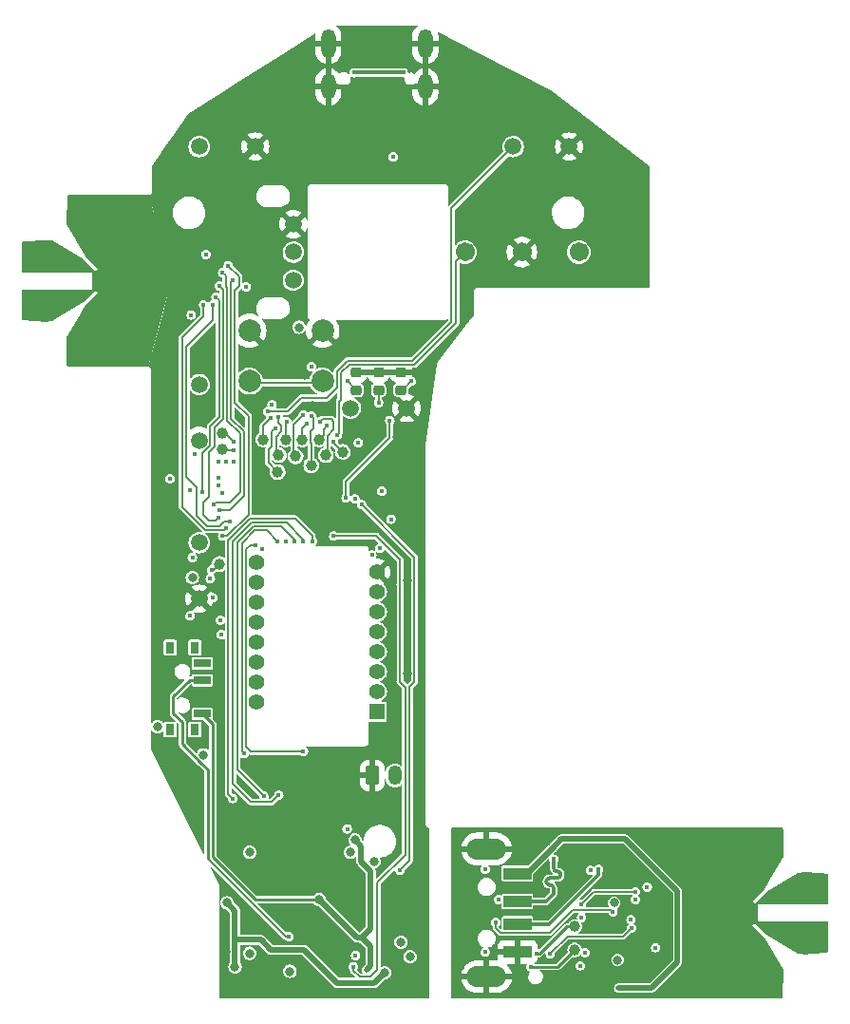
<source format=gbr>
%TF.GenerationSoftware,KiCad,Pcbnew,(6.0.4)*%
%TF.CreationDate,2022-05-12T22:13:07-04:00*%
%TF.ProjectId,Mouse V1,4d6f7573-6520-4563-912e-6b696361645f,V2.0*%
%TF.SameCoordinates,Original*%
%TF.FileFunction,Copper,L4,Bot*%
%TF.FilePolarity,Positive*%
%FSLAX46Y46*%
G04 Gerber Fmt 4.6, Leading zero omitted, Abs format (unit mm)*
G04 Created by KiCad (PCBNEW (6.0.4)) date 2022-05-12 22:13:07*
%MOMM*%
%LPD*%
G01*
G04 APERTURE LIST*
G04 Aperture macros list*
%AMRoundRect*
0 Rectangle with rounded corners*
0 $1 Rounding radius*
0 $2 $3 $4 $5 $6 $7 $8 $9 X,Y pos of 4 corners*
0 Add a 4 corners polygon primitive as box body*
4,1,4,$2,$3,$4,$5,$6,$7,$8,$9,$2,$3,0*
0 Add four circle primitives for the rounded corners*
1,1,$1+$1,$2,$3*
1,1,$1+$1,$4,$5*
1,1,$1+$1,$6,$7*
1,1,$1+$1,$8,$9*
0 Add four rect primitives between the rounded corners*
20,1,$1+$1,$2,$3,$4,$5,0*
20,1,$1+$1,$4,$5,$6,$7,0*
20,1,$1+$1,$6,$7,$8,$9,0*
20,1,$1+$1,$8,$9,$2,$3,0*%
G04 Aperture macros list end*
%TA.AperFunction,ComponentPad*%
%ADD10C,1.701800*%
%TD*%
%TA.AperFunction,ComponentPad*%
%ADD11C,1.500000*%
%TD*%
%TA.AperFunction,ComponentPad*%
%ADD12RoundRect,0.250000X-0.350000X-0.625000X0.350000X-0.625000X0.350000X0.625000X-0.350000X0.625000X0*%
%TD*%
%TA.AperFunction,ComponentPad*%
%ADD13O,1.200000X1.750000*%
%TD*%
%TA.AperFunction,ComponentPad*%
%ADD14C,1.498600*%
%TD*%
%TA.AperFunction,ComponentPad*%
%ADD15O,1.300000X2.600000*%
%TD*%
%TA.AperFunction,ComponentPad*%
%ADD16O,1.300000X2.300000*%
%TD*%
%TA.AperFunction,ComponentPad*%
%ADD17R,1.400000X1.400000*%
%TD*%
%TA.AperFunction,ComponentPad*%
%ADD18C,1.400000*%
%TD*%
%TA.AperFunction,SMDPad,CuDef*%
%ADD19C,1.000000*%
%TD*%
%TA.AperFunction,SMDPad,CuDef*%
%ADD20RoundRect,0.218750X-0.256250X0.218750X-0.256250X-0.218750X0.256250X-0.218750X0.256250X0.218750X0*%
%TD*%
%TA.AperFunction,SMDPad,CuDef*%
%ADD21R,0.800000X1.000000*%
%TD*%
%TA.AperFunction,SMDPad,CuDef*%
%ADD22R,1.500000X0.700000*%
%TD*%
%TA.AperFunction,ComponentPad*%
%ADD23C,2.000000*%
%TD*%
%TA.AperFunction,SMDPad,CuDef*%
%ADD24R,2.500000X1.100000*%
%TD*%
%TA.AperFunction,ComponentPad*%
%ADD25O,3.500000X1.900000*%
%TD*%
%TA.AperFunction,ViaPad*%
%ADD26C,0.800000*%
%TD*%
%TA.AperFunction,ViaPad*%
%ADD27C,0.450000*%
%TD*%
%TA.AperFunction,Conductor*%
%ADD28C,0.500000*%
%TD*%
%TA.AperFunction,Conductor*%
%ADD29C,0.250000*%
%TD*%
%TA.AperFunction,Conductor*%
%ADD30C,0.200000*%
%TD*%
%TA.AperFunction,Conductor*%
%ADD31C,0.300000*%
%TD*%
%TA.AperFunction,Conductor*%
%ADD32C,0.330000*%
%TD*%
G04 APERTURE END LIST*
D10*
%TO.P,SW7,1,1*%
%TO.N,/Microprocessor/Mouse Scroll Click*%
X142200000Y-85500000D03*
%TO.P,SW7,2,2*%
%TO.N,GND*%
X147280000Y-85500000D03*
%TO.P,SW7,3*%
%TO.N,N/C*%
X152360000Y-85500000D03*
%TD*%
D11*
%TO.P,SW8,A,A*%
%TO.N,/Microprocessor/Scroll Wheel Pin 0*%
X126900000Y-88000000D03*
%TO.P,SW8,B,B*%
%TO.N,/Microprocessor/Scroll Wheel Pin 1*%
X126900000Y-85500000D03*
%TO.P,SW8,C,COM*%
%TO.N,GND*%
X126900000Y-83000000D03*
%TD*%
D12*
%TO.P,J3,1,Pin_1*%
%TO.N,GND*%
X133950000Y-132150000D03*
D13*
%TO.P,J3,2,Pin_2*%
%TO.N,Net-(C23-Pad1)*%
X135950000Y-132150000D03*
%TD*%
D14*
%TO.P,SW3,1,1*%
%TO.N,/Microprocessor/Mouse Button 2*%
X146500000Y-76100000D03*
%TO.P,SW3,2,2*%
%TO.N,GND*%
X151500000Y-76100000D03*
%TD*%
%TO.P,SW6,1,1*%
%TO.N,/Microprocessor/Mouse DPI Button*%
X132000000Y-99400000D03*
%TO.P,SW6,2,2*%
%TO.N,GND*%
X137000000Y-99400000D03*
%TD*%
%TO.P,SW5,1,1*%
%TO.N,/Microprocessor/Mouse Button 4*%
X118500000Y-111400000D03*
%TO.P,SW5,2,2*%
%TO.N,GND*%
X118500000Y-116400000D03*
%TD*%
D15*
%TO.P,J2,S1,SHIELD*%
%TO.N,GND*%
X130030000Y-66950000D03*
D16*
X130030000Y-70775000D03*
D15*
X138670000Y-66950000D03*
D16*
X138670000Y-70775000D03*
%TD*%
D14*
%TO.P,SW2,1,1*%
%TO.N,/Microprocessor/Mouse Button 1*%
X118500000Y-76100000D03*
%TO.P,SW2,2,2*%
%TO.N,GND*%
X123500000Y-76100000D03*
%TD*%
%TO.P,SW4,1,1*%
%TO.N,/Microprocessor/Mouse Button 3*%
X118500000Y-97300000D03*
%TO.P,SW4,2,2*%
%TO.N,GND*%
X118500000Y-102300000D03*
%TD*%
D17*
%TO.P,U3,1,NC_1*%
%TO.N,unconnected-(U3-Pad1)*%
X134350000Y-126460000D03*
D18*
%TO.P,U3,2,NC_2*%
%TO.N,unconnected-(U3-Pad2)*%
X134350000Y-124680000D03*
%TO.P,U3,3,VDDPIX*%
%TO.N,Net-(C11-Pad2)*%
X134350000Y-122900000D03*
%TO.P,U3,4,VDD*%
%TO.N,+1V8*%
X134350000Y-121120000D03*
%TO.P,U3,5,VDDIO*%
%TO.N,Net-(C15-Pad2)*%
X134350000Y-119340000D03*
%TO.P,U3,6,NC_3*%
%TO.N,unconnected-(U3-Pad6)*%
X134350000Y-117560000D03*
%TO.P,U3,7,~{RESET}*%
%TO.N,/Microprocessor/Sensor RST*%
X134350000Y-115780000D03*
%TO.P,U3,8,GND*%
%TO.N,GND*%
X134350000Y-114000000D03*
%TO.P,U3,9,MOTION*%
%TO.N,/Microprocessor/Sensor IRQ*%
X123650000Y-113110000D03*
%TO.P,U3,10,SCLK*%
%TO.N,/Microprocessor/Sensor SPI Clock*%
X123650000Y-114890000D03*
%TO.P,U3,11,MOSI*%
%TO.N,/Microprocessor/Sensor SPI MOSI*%
X123650000Y-116670000D03*
%TO.P,U3,12,MISO*%
%TO.N,/Microprocessor/Sensor SPI MISO*%
X123650000Y-118450000D03*
%TO.P,U3,13,~{CS}*%
%TO.N,/Microprocessor/Sensor SPI Select*%
X123650000Y-120230000D03*
%TO.P,U3,14,NC_4*%
%TO.N,unconnected-(U3-Pad14)*%
X123650000Y-122010000D03*
%TO.P,U3,15,LED_P*%
%TO.N,Net-(R13-Pad2)*%
X123650000Y-123790000D03*
%TO.P,U3,16,NC_5*%
%TO.N,unconnected-(U3-Pad16)*%
X123650000Y-125570000D03*
%TD*%
D19*
%TO.P,TP9,1,1*%
%TO.N,Net-(TP9-Pad1)*%
X127700000Y-102200000D03*
%TD*%
%TO.P,TP4,1,1*%
%TO.N,Net-(TP4-Pad1)*%
X124200000Y-102200000D03*
%TD*%
D20*
%TO.P,D2,1,K*%
%TO.N,GND*%
X134500000Y-96212500D03*
%TO.P,D2,2,A*%
%TO.N,Net-(D2-Pad2)*%
X134500000Y-97787500D03*
%TD*%
D19*
%TO.P,TP16,1,1*%
%TO.N,Net-(TP16-Pad1)*%
X151983257Y-145600000D03*
%TD*%
%TO.P,TP7,1,1*%
%TO.N,Net-(TP7-Pad1)*%
X126200000Y-102200000D03*
%TD*%
D20*
%TO.P,D3,1,K*%
%TO.N,GND*%
X136500000Y-96212500D03*
%TO.P,D3,2,A*%
%TO.N,Net-(D3-Pad2)*%
X136500000Y-97787500D03*
%TD*%
D19*
%TO.P,TP12,1,1*%
%TO.N,Net-(TP12-Pad1)*%
X129200000Y-102200000D03*
%TD*%
D21*
%TO.P,SW9,*%
%TO.N,*%
X118135000Y-128050000D03*
X115925000Y-128050000D03*
X115925000Y-120750000D03*
X118135000Y-120750000D03*
D22*
%TO.P,SW9,1,1*%
%TO.N,/Battery Circuit/SYS*%
X118785000Y-126650000D03*
%TO.P,SW9,2,2*%
%TO.N,Net-(SW9-Pad2)*%
X118785000Y-123650000D03*
%TO.P,SW9,3*%
%TO.N,N/C*%
X118785000Y-122150000D03*
%TD*%
D19*
%TO.P,TP15,1,1*%
%TO.N,Net-(TP15-Pad1)*%
X151983257Y-147700000D03*
%TD*%
%TO.P,TP8,1,1*%
%TO.N,Net-(TP8-Pad1)*%
X127100000Y-103700000D03*
%TD*%
%TO.P,TP6,1,1*%
%TO.N,Net-(TP6-Pad1)*%
X125600000Y-103600000D03*
%TD*%
%TO.P,TP11,1,1*%
%TO.N,Net-(TP11-Pad1)*%
X129800000Y-103600000D03*
%TD*%
D23*
%TO.P,SW1,1,1*%
%TO.N,/Microprocessor/Mouse Mode Button*%
X129500000Y-97000000D03*
X123000000Y-97000000D03*
%TO.P,SW1,2,2*%
%TO.N,GND*%
X123000000Y-92500000D03*
X129500000Y-92500000D03*
%TD*%
D19*
%TO.P,TP10,1,1*%
%TO.N,Net-(TP10-Pad1)*%
X128500000Y-104500000D03*
%TD*%
D24*
%TO.P,J4,1,VBUS*%
%TO.N,Net-(D5-Pad5)*%
X146883257Y-140885479D03*
%TO.P,J4,2,D-*%
%TO.N,Net-(D5-Pad6)*%
X146883257Y-143385479D03*
%TO.P,J4,3,D+*%
%TO.N,Net-(D5-Pad1)*%
X146883257Y-145385479D03*
%TO.P,J4,4,GND*%
%TO.N,GND*%
X146883257Y-147885479D03*
D25*
%TO.P,J4,5,Shield*%
X144133257Y-150085479D03*
X144133257Y-138685479D03*
%TD*%
D20*
%TO.P,D1,1,K*%
%TO.N,GND*%
X132500000Y-96212500D03*
%TO.P,D1,2,A*%
%TO.N,Net-(D1-Pad2)*%
X132500000Y-97787500D03*
%TD*%
D19*
%TO.P,TP3,1,1*%
%TO.N,Net-(TP3-Pad1)*%
X120600000Y-101600000D03*
%TD*%
%TO.P,TP13,1,1*%
%TO.N,Net-(TP13-Pad1)*%
X131300000Y-103300000D03*
%TD*%
%TO.P,TP5,1,1*%
%TO.N,Net-(TP5-Pad1)*%
X125500000Y-105100000D03*
%TD*%
%TO.P,TP2,1,1*%
%TO.N,Net-(TP2-Pad1)*%
X120600000Y-103100000D03*
%TD*%
%TO.P,TP14,1,1*%
%TO.N,Net-(TP14-Pad1)*%
X120300000Y-113300000D03*
%TD*%
D26*
%TO.N,GND*%
X143283257Y-144400000D03*
X165100000Y-137550000D03*
D27*
X110310000Y-89860000D03*
D26*
X136150000Y-109950000D03*
X119200000Y-120600000D03*
X164070000Y-150855000D03*
X119500000Y-100000000D03*
X148500000Y-73300000D03*
X120900500Y-147900000D03*
D27*
X165923736Y-144440000D03*
X110310000Y-86260000D03*
D26*
X111735000Y-93890000D03*
X111995000Y-81175000D03*
X136150000Y-102000000D03*
X130300000Y-151400000D03*
X165680000Y-140830000D03*
X133100000Y-101500000D03*
X165200000Y-149075000D03*
X165350000Y-150265000D03*
X136500000Y-141700000D03*
X112465000Y-85115000D03*
X146700000Y-80500000D03*
X124800000Y-83600000D03*
X138400000Y-92500000D03*
X122600000Y-85500000D03*
X162300000Y-147000000D03*
X113745000Y-89210000D03*
D27*
X122100000Y-132700000D03*
D26*
X121600000Y-73400000D03*
X124900000Y-87300000D03*
X111735000Y-82235000D03*
D27*
X131200000Y-149000000D03*
D26*
X137050000Y-123050000D03*
X118450000Y-137300000D03*
X110775000Y-93220000D03*
X120800000Y-81400000D03*
X136700000Y-73100000D03*
X155800000Y-150100000D03*
X164020000Y-142380000D03*
D27*
X121900000Y-100000000D03*
D26*
X132600000Y-136100000D03*
X110775000Y-80905000D03*
X111415000Y-91670000D03*
X112465000Y-91010000D03*
X164150000Y-149695000D03*
D27*
X115100000Y-80500000D03*
D26*
X164080000Y-138020000D03*
D27*
X134800000Y-108200000D03*
D26*
X150000000Y-79100000D03*
D27*
X166623736Y-145240000D03*
X110610000Y-88960000D03*
X111310000Y-88060000D03*
X166923736Y-144440000D03*
D26*
X111885000Y-92700000D03*
X166320000Y-139280000D03*
X156700000Y-84300000D03*
X165210000Y-139800000D03*
X128600000Y-99200000D03*
D27*
X130900000Y-110200000D03*
D26*
X125100000Y-94500000D03*
X126100000Y-98500000D03*
X110775000Y-95220000D03*
D27*
X150602394Y-143219449D03*
X166923736Y-146240000D03*
D26*
X166310000Y-149595000D03*
D27*
X117650000Y-110400000D03*
D26*
X166310000Y-151595000D03*
X113745000Y-86915000D03*
X126500000Y-77400000D03*
X163350000Y-143290000D03*
X136280737Y-149583250D03*
X113075000Y-90120000D03*
X123700000Y-142000000D03*
D27*
X150483257Y-151500000D03*
D26*
X130400000Y-132000000D03*
X164010000Y-146495000D03*
X111885000Y-83425000D03*
D27*
X124637104Y-145855636D03*
D26*
X166320000Y-137280000D03*
D27*
X110310000Y-88060000D03*
X110610000Y-87260000D03*
D26*
X125100000Y-92200000D03*
X164630000Y-141490000D03*
X115800000Y-97900000D03*
D27*
X166923736Y-142640000D03*
D26*
X164090000Y-148525000D03*
X116350000Y-131800000D03*
X111415000Y-84455000D03*
X156000000Y-138900000D03*
D27*
X158500000Y-147300000D03*
D26*
X164620000Y-147385000D03*
X163340000Y-145585000D03*
X165670000Y-148045000D03*
X144000000Y-72300000D03*
X113075000Y-86005000D03*
D27*
X166623736Y-143540000D03*
X159200000Y-149000000D03*
D26*
X164160000Y-139180000D03*
X134600000Y-100900000D03*
X116100000Y-78500000D03*
X137050500Y-114750000D03*
X156200000Y-80100000D03*
X111995000Y-94950000D03*
X135700000Y-129300000D03*
X165090000Y-151325000D03*
X164100000Y-140350000D03*
X134300000Y-135000000D03*
X110775000Y-82905000D03*
X136700000Y-105700000D03*
X134050000Y-104609277D03*
X127900000Y-96500000D03*
X165360000Y-138610000D03*
D27*
X153683257Y-145900000D03*
D26*
X132800000Y-142600000D03*
D27*
X124800000Y-148700000D03*
%TO.N,+1V8*%
X118100000Y-103500000D03*
D26*
X134100000Y-139800000D03*
D27*
X134600000Y-111900000D03*
D26*
X127400000Y-92200000D03*
D27*
X134800000Y-106800000D03*
D26*
X121700000Y-149200000D03*
D27*
X135600000Y-109300000D03*
X131700000Y-136900000D03*
D26*
X121000000Y-143500000D03*
X117900000Y-114500000D03*
D27*
X117900000Y-112700000D03*
X124100000Y-112000000D03*
D26*
X135008146Y-149728055D03*
D27*
X117700000Y-117900000D03*
D26*
%TO.N,+1V2*%
X118900000Y-130300000D03*
X123000000Y-139000000D03*
D27*
X115900000Y-105700000D03*
D26*
%TO.N,/Battery Circuit/USB VBUS*%
X126600000Y-149600000D03*
D27*
X135800000Y-77000000D03*
D26*
X136500000Y-147000000D03*
D27*
%TO.N,/Battery Circuit/SYS*%
X133000000Y-146600000D03*
D26*
X132400000Y-137900000D03*
D27*
X128500000Y-95700000D03*
X126250000Y-111250000D03*
D26*
X129200000Y-143200000D03*
X123000000Y-148000000D03*
D27*
X133430000Y-149490000D03*
%TO.N,Net-(D1-Pad2)*%
X131700000Y-97000000D03*
%TO.N,Net-(D2-Pad2)*%
X134500000Y-98900000D03*
%TO.N,Net-(D3-Pad2)*%
X137400000Y-97000000D03*
%TO.N,/Microprocessor/Mouse Button 2*%
X124600000Y-99700000D03*
%TO.N,/Microprocessor/Mouse LED 3*%
X131600000Y-107400000D03*
X135500000Y-100500000D03*
%TO.N,/Microprocessor/Mouse Scroll Click*%
X130800000Y-101800000D03*
%TO.N,/Battery Circuit/~{CHG}*%
X136400000Y-140600000D03*
X133000000Y-108000000D03*
%TO.N,/Microprocessor/Sensor SPI MISO*%
X120200000Y-105600000D03*
X120400000Y-118300000D03*
%TO.N,/Battery Circuit/~{RST1}*%
X130500000Y-110800000D03*
X132250000Y-149180000D03*
%TO.N,/Microprocessor/SRST N*%
X123500000Y-111600000D03*
X127800000Y-130000000D03*
%TO.N,/Microprocessor/TCK*%
X124300000Y-134000000D03*
X127000000Y-111255500D03*
%TO.N,/Microprocessor/TMS*%
X125500000Y-111250000D03*
X122500000Y-130200000D03*
%TO.N,/Microprocessor/TDO*%
X127800000Y-111255500D03*
X125600000Y-133900000D03*
%TO.N,/Microprocessor/TDI*%
X121500000Y-134200000D03*
X128600000Y-111255500D03*
%TO.N,Net-(SW9-Pad2)*%
X126500000Y-146500000D03*
%TO.N,/Microprocessor/Radio RSTN*%
X120600000Y-110800000D03*
X121100000Y-86700000D03*
%TO.N,/Microprocessor/Radio SPI Clock*%
X120200000Y-109200000D03*
X120300000Y-88500000D03*
%TO.N,/Microprocessor/Radio SPI MOSI*%
X121500000Y-88000000D03*
X120300000Y-108500000D03*
%TO.N,/Microprocessor/Radio IRQ*%
X119700000Y-90200000D03*
X121200000Y-109500000D03*
%TO.N,/Microprocessor/Radio Shutdown*%
X118900000Y-90200000D03*
X120900000Y-110100000D03*
%TO.N,/Microprocessor/Sensor SPI Clock*%
X120600000Y-107000000D03*
X119500000Y-114600000D03*
%TO.N,/Microprocessor/Radio SPI Select*%
X118800000Y-106900000D03*
X120000000Y-89500000D03*
%TO.N,/Microprocessor/Radio SPI MISO*%
X120600000Y-87300000D03*
X119800000Y-108000000D03*
%TO.N,/Microprocessor/Sensor SPI MOSI*%
X120200000Y-106300000D03*
X119700000Y-116300000D03*
%TO.N,/Microprocessor/Sensor RST*%
X133900000Y-112500000D03*
X121600000Y-104200000D03*
D26*
%TO.N,/Battery Circuit/2V*%
X132000000Y-139000000D03*
X114799520Y-127789818D03*
D27*
X117800000Y-91100000D03*
X119100000Y-85700000D03*
X122700000Y-88600000D03*
%TO.N,/Microprocessor/Sensor SPI Select*%
X120200000Y-104200000D03*
X120500000Y-119600000D03*
%TO.N,/Microprocessor/Sensor IRQ*%
X120900000Y-104200000D03*
%TO.N,Net-(C46-Pad1)*%
X159200000Y-147500000D03*
X158450000Y-142100000D03*
%TO.N,Net-(D4-Pad5)*%
X132300000Y-69500000D03*
X136700000Y-69500000D03*
%TO.N,Net-(D5-Pad1)*%
X154100000Y-140500000D03*
%TO.N,Net-(D5-Pad5)*%
X150000000Y-138600000D03*
X155900000Y-151100000D03*
%TO.N,Net-(D5-Pad6)*%
X150100000Y-139600000D03*
%TO.N,Net-(U7-Pad1)*%
X155400000Y-144300000D03*
X144950000Y-145250000D03*
%TO.N,Net-(TP2-Pad1)*%
X121600000Y-103200000D03*
%TO.N,Net-(TP3-Pad1)*%
X121600000Y-102400000D03*
%TO.N,Net-(U7-Pad4)*%
X157050000Y-145750000D03*
X149800000Y-148050000D03*
%TO.N,Net-(U7-Pad5)*%
X157400000Y-143200000D03*
X152600000Y-144800000D03*
%TO.N,Net-(U7-Pad13)*%
X157397954Y-142501023D03*
X152600000Y-143600000D03*
%TO.N,Net-(U7-Pad14)*%
X145200000Y-143200000D03*
X157000000Y-145000000D03*
%TO.N,Net-(CLK1-Pad1)*%
X152900000Y-147950000D03*
X144000000Y-147900000D03*
%TO.N,Net-(DIO1-Pad1)*%
X144000000Y-140500000D03*
X153400000Y-140600000D03*
%TO.N,/Microprocessor/3V3*%
X132700000Y-102500000D03*
X132400000Y-107500000D03*
X117700000Y-106700000D03*
X125000000Y-99100000D03*
D26*
%TO.N,Net-(3V3_2-Pad1)*%
X155500000Y-143500000D03*
X155800000Y-148600000D03*
D27*
X152500000Y-149100000D03*
%TO.N,Net-(C23-Pad1)*%
X132450000Y-148200000D03*
D26*
X137300000Y-148300000D03*
D27*
%TO.N,Net-(TP4-Pad1)*%
X124900000Y-100300000D03*
%TO.N,Net-(TP5-Pad1)*%
X125300000Y-101200000D03*
%TO.N,Net-(TP6-Pad1)*%
X125600000Y-100200000D03*
%TO.N,Net-(TP7-Pad1)*%
X126300000Y-100600000D03*
%TO.N,Net-(TP8-Pad1)*%
X127800000Y-100000000D03*
%TO.N,Net-(TP9-Pad1)*%
X128100000Y-100800000D03*
%TO.N,Net-(TP10-Pad1)*%
X128500000Y-100100000D03*
%TO.N,Net-(TP11-Pad1)*%
X129300000Y-100600000D03*
%TO.N,Net-(TP12-Pad1)*%
X129900000Y-101000000D03*
%TO.N,Net-(TP13-Pad1)*%
X130500000Y-102400000D03*
%TO.N,Net-(TP14-Pad1)*%
X119600000Y-113800000D03*
%TO.N,Net-(TP15-Pad1)*%
X148083257Y-149200000D03*
%TO.N,Net-(TP16-Pad1)*%
X148583257Y-148000000D03*
%TD*%
D28*
%TO.N,+1V8*%
X121700000Y-146800000D02*
X121700000Y-149200000D01*
X124900000Y-147700000D02*
X124000000Y-146800000D01*
X127850000Y-147700000D02*
X124900000Y-147700000D01*
X121700000Y-144200000D02*
X121700000Y-146800000D01*
X134099191Y-150637010D02*
X130787010Y-150637010D01*
X135008146Y-149728055D02*
X134099191Y-150637010D01*
X130787010Y-150637010D02*
X127850000Y-147700000D01*
X121000000Y-143500000D02*
X121700000Y-144200000D01*
X124000000Y-146800000D02*
X121700000Y-146800000D01*
%TO.N,/Battery Circuit/SYS*%
X133794501Y-149125499D02*
X133430000Y-149490000D01*
X132400000Y-137900000D02*
X132953634Y-138453634D01*
X132600000Y-146600000D02*
X133000000Y-146600000D01*
X133800000Y-140630680D02*
X133800000Y-145800000D01*
D29*
X119700000Y-139400000D02*
X119700000Y-127565000D01*
D28*
X133800000Y-145800000D02*
X133000000Y-146600000D01*
X132953634Y-138453634D02*
X132953634Y-139784314D01*
X133794501Y-147394501D02*
X133794501Y-149125499D01*
X129200000Y-143200000D02*
X132600000Y-146600000D01*
D29*
X119700000Y-127565000D02*
X118785000Y-126650000D01*
X123500000Y-143200000D02*
X119700000Y-139400000D01*
X129200000Y-143200000D02*
X123500000Y-143200000D01*
D28*
X132953634Y-139784314D02*
X133800000Y-140630680D01*
X133000000Y-146600000D02*
X133794501Y-147394501D01*
D30*
%TO.N,Net-(D1-Pad2)*%
X131712500Y-97000000D02*
X132500000Y-97787500D01*
X131700000Y-97000000D02*
X131712500Y-97000000D01*
%TO.N,/Microprocessor/Mouse Mode Button*%
X129350489Y-97149511D02*
X129500000Y-97000000D01*
X123000000Y-97000000D02*
X123149511Y-97149511D01*
X123149511Y-97149511D02*
X129350489Y-97149511D01*
%TO.N,Net-(D2-Pad2)*%
X134500000Y-98900000D02*
X134500000Y-97787500D01*
%TO.N,Net-(D3-Pad2)*%
X136612500Y-97787500D02*
X136500000Y-97787500D01*
X137400000Y-97000000D02*
X136612500Y-97787500D01*
%TO.N,/Microprocessor/Mouse Button 2*%
X131724040Y-95175960D02*
X137529743Y-95175961D01*
X141000000Y-81600000D02*
X146500000Y-76100000D01*
X130800000Y-97600000D02*
X130800000Y-96100000D01*
X124600000Y-99700000D02*
X126400000Y-99700000D01*
X130800000Y-96100000D02*
X131724040Y-95175960D01*
X141000000Y-91705704D02*
X141000000Y-81600000D01*
X137529743Y-95175961D02*
X141000000Y-91705704D01*
X127600000Y-98500000D02*
X129900000Y-98500000D01*
X126400000Y-99700000D02*
X127600000Y-98500000D01*
X129900000Y-98500000D02*
X130800000Y-97600000D01*
%TO.N,/Microprocessor/Mouse LED 3*%
X135500000Y-102050000D02*
X131600000Y-105950000D01*
X131600000Y-105950000D02*
X131600000Y-107400000D01*
X135500000Y-100500000D02*
X135500000Y-102050000D01*
%TO.N,/Microprocessor/Mouse Scroll Click*%
X131000000Y-98800000D02*
X131149520Y-98650480D01*
X141400000Y-91800000D02*
X141400000Y-86300000D01*
X131149520Y-96244776D02*
X131868816Y-95525480D01*
X137674520Y-95525480D02*
X141400000Y-91800000D01*
X131868816Y-95525480D02*
X137674520Y-95525480D01*
X131000000Y-101600000D02*
X131000000Y-98800000D01*
X130800000Y-101800000D02*
X131000000Y-101600000D01*
X131149520Y-98650480D02*
X131149520Y-96244776D01*
X141400000Y-86300000D02*
X142200000Y-85500000D01*
%TO.N,/Battery Circuit/~{CHG}*%
X136400000Y-140600000D02*
X137249520Y-139750480D01*
X137249520Y-124250480D02*
X137700000Y-123800000D01*
X137249520Y-139750480D02*
X137249520Y-124250480D01*
X137700000Y-112700000D02*
X133000000Y-108000000D01*
X137700000Y-123800000D02*
X137700000Y-112700000D01*
%TO.N,/Battery Circuit/~{RST1}*%
X134400000Y-141700000D02*
X134400000Y-149500000D01*
X136900000Y-139200000D02*
X134400000Y-141700000D01*
X134400000Y-149500000D02*
X133800000Y-150100000D01*
X132250000Y-149550000D02*
X132250000Y-149180000D01*
X136400000Y-115168548D02*
X136400000Y-123800000D01*
X136900000Y-124300000D02*
X136900000Y-139200000D01*
X136400000Y-123800000D02*
X136900000Y-124300000D01*
X134300000Y-110800000D02*
X136400989Y-112900989D01*
X130500000Y-110800000D02*
X134300000Y-110800000D01*
X136400989Y-115167559D02*
X136400000Y-115168548D01*
X133800000Y-150100000D02*
X132800000Y-150100000D01*
X132800000Y-150100000D02*
X132250000Y-149550000D01*
X136400989Y-112900989D02*
X136400989Y-115167559D01*
%TO.N,/Microprocessor/SRST N*%
X123100000Y-130000000D02*
X127800000Y-130000000D01*
X122700000Y-112000000D02*
X122700000Y-129600000D01*
X123500000Y-111600000D02*
X123100000Y-111600000D01*
X122700000Y-129600000D02*
X123100000Y-130000000D01*
X123100000Y-111600000D02*
X122700000Y-112000000D01*
%TO.N,/Microprocessor/TCK*%
X124300000Y-134000000D02*
X121900000Y-131600000D01*
X121900000Y-111388592D02*
X123338111Y-109950481D01*
X121900000Y-131600000D02*
X121900000Y-111388592D01*
X127000000Y-111100000D02*
X127000000Y-111255500D01*
X125850481Y-109950481D02*
X127000000Y-111100000D01*
X123338111Y-109950481D02*
X125850481Y-109950481D01*
%TO.N,/Microprocessor/TMS*%
X123482888Y-110300000D02*
X122300000Y-111482888D01*
X122300000Y-130000000D02*
X122500000Y-130200000D01*
X122300000Y-111482888D02*
X122300000Y-130000000D01*
X125500000Y-111250000D02*
X124550000Y-110300000D01*
X124550000Y-110300000D02*
X123482888Y-110300000D01*
%TO.N,/Microprocessor/TDO*%
X123193334Y-109600962D02*
X126300962Y-109600962D01*
X127800000Y-111100000D02*
X127800000Y-111255500D01*
X123100000Y-134500000D02*
X121500000Y-132900000D01*
X121500000Y-111294296D02*
X123193334Y-109600962D01*
X126300962Y-109600962D02*
X127800000Y-111100000D01*
X125000000Y-134500000D02*
X123100000Y-134500000D01*
X125600000Y-133900000D02*
X125000000Y-134500000D01*
X121500000Y-132900000D02*
X121500000Y-111294296D01*
%TO.N,/Microprocessor/TDI*%
X128600000Y-111255500D02*
X128600000Y-110800000D01*
X121100000Y-133800000D02*
X121500000Y-134200000D01*
X121100000Y-111200000D02*
X121100000Y-133800000D01*
X128600000Y-110800000D02*
X127051443Y-109251443D01*
X123048557Y-109251443D02*
X121100000Y-111200000D01*
X127051443Y-109251443D02*
X123048557Y-109251443D01*
%TO.N,Net-(SW9-Pad2)*%
X119300000Y-139600000D02*
X126200000Y-146500000D01*
D29*
X117650000Y-123650000D02*
X118785000Y-123650000D01*
D30*
X126200000Y-146500000D02*
X126500000Y-146500000D01*
D29*
X119300000Y-139600000D02*
X119300000Y-131618534D01*
X118655977Y-130974511D02*
X118620607Y-130974511D01*
X117000000Y-127400000D02*
X116200000Y-126600000D01*
X119300000Y-131618534D02*
X118655977Y-130974511D01*
X118620607Y-130974511D02*
X117000000Y-129353904D01*
X116200000Y-126600000D02*
X116200000Y-125100000D01*
X116200000Y-125100000D02*
X117650000Y-123650000D01*
X117000000Y-129353904D02*
X117000000Y-127400000D01*
D30*
%TO.N,/Microprocessor/Radio RSTN*%
X122900000Y-100100000D02*
X122900000Y-108900000D01*
X122900000Y-108900000D02*
X121000000Y-110800000D01*
X121000000Y-110800000D02*
X120600000Y-110800000D01*
X121699040Y-98899040D02*
X122900000Y-100100000D01*
X121100000Y-86700000D02*
X122049519Y-87649519D01*
X122049519Y-88550481D02*
X121699040Y-88900960D01*
X121699040Y-88900960D02*
X121699040Y-98899040D01*
X122049519Y-87649519D02*
X122049519Y-88550481D01*
%TO.N,/Microprocessor/Radio SPI Clock*%
X120300000Y-88500000D02*
X120649519Y-88849519D01*
X119400000Y-109400000D02*
X120000000Y-109400000D01*
X119400000Y-107300000D02*
X118900000Y-107800000D01*
X119848330Y-102858499D02*
X119400000Y-103306829D01*
X118900000Y-107800000D02*
X118900000Y-108900000D01*
X119400000Y-103306829D02*
X119400000Y-107300000D01*
X118900000Y-108900000D02*
X119400000Y-109400000D01*
X120000000Y-109400000D02*
X120200000Y-109200000D01*
X119848330Y-101145966D02*
X119848330Y-102858499D01*
X120649519Y-88849519D02*
X120649519Y-100344777D01*
X120649519Y-100344777D02*
X119848330Y-101145966D01*
%TO.N,/Microprocessor/Radio SPI MOSI*%
X122500000Y-101500000D02*
X122500000Y-107200000D01*
X122500000Y-107200000D02*
X121200000Y-108500000D01*
X121349520Y-88150480D02*
X121349520Y-100349520D01*
X121349520Y-100349520D02*
X122500000Y-101500000D01*
X121200000Y-108500000D02*
X120300000Y-108500000D01*
X121500000Y-88000000D02*
X121349520Y-88150480D01*
%TO.N,/Microprocessor/Radio IRQ*%
X121200000Y-109500000D02*
X120700000Y-109500000D01*
X120700000Y-109500000D02*
X120300000Y-109900000D01*
X118300000Y-106500000D02*
X117349520Y-105549520D01*
X118300000Y-109005704D02*
X118300000Y-106500000D01*
X117349520Y-105549520D02*
X117349520Y-93950480D01*
X119194296Y-109900000D02*
X118300000Y-109005704D01*
X120300000Y-109900000D02*
X119194296Y-109900000D01*
X117349520Y-93950480D02*
X119700000Y-91600000D01*
X119700000Y-91600000D02*
X119700000Y-90200000D01*
%TO.N,/Microprocessor/Radio Shutdown*%
X119339073Y-110249519D02*
X120750480Y-110249520D01*
X117000000Y-108200000D02*
X119049520Y-110249520D01*
X117000000Y-93100000D02*
X117000000Y-108200000D01*
X118900000Y-90200000D02*
X118900000Y-91200000D01*
X119049520Y-110249520D02*
X119339073Y-110249519D01*
X120750480Y-110249520D02*
X120900000Y-110100000D01*
X118900000Y-91200000D02*
X117000000Y-93100000D01*
%TO.N,/Microprocessor/Radio SPI Select*%
X119498811Y-102713722D02*
X119498811Y-101001189D01*
X119498811Y-101001189D02*
X120300000Y-100200000D01*
X120300000Y-89800000D02*
X120000000Y-89500000D01*
X118800000Y-103412533D02*
X119498811Y-102713722D01*
X118800000Y-106900000D02*
X118800000Y-103412533D01*
X120300000Y-100200000D02*
X120300000Y-89800000D01*
%TO.N,/Microprocessor/Radio SPI MISO*%
X122150480Y-106849520D02*
X122150480Y-101644776D01*
X120900000Y-87600000D02*
X120600000Y-87300000D01*
X122150480Y-101644776D02*
X121000000Y-100494296D01*
X121000000Y-100494296D02*
X121000000Y-88700000D01*
X121000000Y-88700000D02*
X120900000Y-88600000D01*
X120900000Y-88600000D02*
X120900000Y-87600000D01*
X119800000Y-108000000D02*
X120000000Y-107800000D01*
X121200000Y-107800000D02*
X122150480Y-106849520D01*
X120000000Y-107800000D02*
X121200000Y-107800000D01*
D31*
%TO.N,Net-(D4-Pad5)*%
X136700000Y-69500000D02*
X132300000Y-69500000D01*
D32*
%TO.N,Net-(D5-Pad1)*%
X149714521Y-145385479D02*
X146883257Y-145385479D01*
X154100000Y-140500000D02*
X154100000Y-141000000D01*
X154100000Y-141000000D02*
X149714521Y-145385479D01*
D28*
%TO.N,Net-(D5-Pad5)*%
X147714521Y-140885479D02*
X150000000Y-138600000D01*
X150800000Y-137800000D02*
X156500000Y-137800000D01*
X156500000Y-137800000D02*
X161137600Y-142437600D01*
X161137600Y-148762400D02*
X158800000Y-151100000D01*
X161137600Y-142437600D02*
X161137600Y-148762400D01*
X146883257Y-140885479D02*
X147714521Y-140885479D01*
X150000000Y-138600000D02*
X150800000Y-137800000D01*
X158800000Y-151100000D02*
X155900000Y-151100000D01*
D32*
%TO.N,Net-(D5-Pad6)*%
X150100000Y-140400000D02*
X150100000Y-139600000D01*
X149414521Y-143385479D02*
X150100000Y-142700000D01*
X150448389Y-140700000D02*
X150400000Y-140700000D01*
X146883257Y-143385479D02*
X149414521Y-143385479D01*
X149800000Y-141900000D02*
X149751611Y-141900000D01*
X150100000Y-142700000D02*
X150100000Y-142200000D01*
X149751611Y-141300000D02*
X150448389Y-141300000D01*
X150100000Y-140400000D02*
G75*
G03*
X150400000Y-140700000I300000J0D01*
G01*
X149451600Y-141600000D02*
G75*
G03*
X149751611Y-141900000I300000J0D01*
G01*
X149751611Y-141300011D02*
G75*
G03*
X149451611Y-141600000I-11J-299989D01*
G01*
X150748400Y-141000000D02*
G75*
G02*
X150448389Y-141300000I-300000J0D01*
G01*
X149800000Y-141900000D02*
G75*
G02*
X150100000Y-142200000I0J-300000D01*
G01*
X150448389Y-140700011D02*
G75*
G02*
X150748389Y-141000000I11J-299989D01*
G01*
D30*
%TO.N,Net-(U7-Pad1)*%
X155250499Y-144150499D02*
X155400000Y-144300000D01*
X149783257Y-146200000D02*
X151832758Y-144150499D01*
X144950000Y-145751244D02*
X145398756Y-146200000D01*
X145398756Y-146200000D02*
X149783257Y-146200000D01*
X151832758Y-144150499D02*
X155250499Y-144150499D01*
X144950000Y-145250000D02*
X144950000Y-145751244D01*
%TO.N,Net-(TP2-Pad1)*%
X121600000Y-103200000D02*
X120700000Y-103200000D01*
X120700000Y-103200000D02*
X120600000Y-103100000D01*
%TO.N,Net-(TP3-Pad1)*%
X120800000Y-101600000D02*
X120600000Y-101600000D01*
X121600000Y-102400000D02*
X120800000Y-101600000D01*
%TO.N,Net-(U7-Pad4)*%
X151350000Y-146500000D02*
X149800000Y-148050000D01*
X156300000Y-146500000D02*
X151350000Y-146500000D01*
X157050000Y-145750000D02*
X156300000Y-146500000D01*
%TO.N,Net-(U7-Pad13)*%
X152600000Y-143600000D02*
X153700000Y-142500000D01*
X153700000Y-142500000D02*
X157396931Y-142500000D01*
X157396931Y-142500000D02*
X157397954Y-142501023D01*
%TO.N,Net-(TP4-Pad1)*%
X124200000Y-101000000D02*
X124900000Y-100300000D01*
X124200000Y-102200000D02*
X124200000Y-101000000D01*
%TO.N,Net-(TP5-Pad1)*%
X125300000Y-101200000D02*
X125000000Y-101500000D01*
X125000000Y-102800000D02*
X124700000Y-103100000D01*
X125000000Y-101500000D02*
X125000000Y-102800000D01*
X124700000Y-104300000D02*
X125500000Y-105100000D01*
X124700000Y-103100000D02*
X124700000Y-104300000D01*
%TO.N,Net-(TP6-Pad1)*%
X125349520Y-103349520D02*
X125349520Y-101950480D01*
X125600000Y-100700000D02*
X125600000Y-100200000D01*
X125349520Y-101950480D02*
X125850480Y-101449520D01*
X125850480Y-100950480D02*
X125600000Y-100700000D01*
X125850480Y-101449520D02*
X125850480Y-100950480D01*
X125600000Y-103600000D02*
X125349520Y-103349520D01*
%TO.N,Net-(TP7-Pad1)*%
X126200000Y-102200000D02*
X126200000Y-100700000D01*
X126200000Y-100700000D02*
X126300000Y-100600000D01*
%TO.N,Net-(TP8-Pad1)*%
X127100000Y-103700000D02*
X126950489Y-103550489D01*
X126950489Y-100849511D02*
X127800000Y-100000000D01*
X126950489Y-103550489D02*
X126950489Y-100849511D01*
%TO.N,Net-(TP9-Pad1)*%
X128100000Y-100800000D02*
X127700000Y-101200000D01*
X127700000Y-101200000D02*
X127700000Y-102200000D01*
%TO.N,Net-(TP10-Pad1)*%
X128450489Y-101449511D02*
X128700000Y-101200000D01*
X128700000Y-101200000D02*
X128700000Y-100300000D01*
X128700000Y-100300000D02*
X128500000Y-100100000D01*
X128500000Y-104500000D02*
X128500000Y-102559970D01*
X128500000Y-102559970D02*
X128450489Y-102510459D01*
X128450489Y-102510459D02*
X128450489Y-101449511D01*
%TO.N,Net-(TP11-Pad1)*%
X130500000Y-100600000D02*
X130300000Y-100400000D01*
X129500000Y-100400000D02*
X129300000Y-100600000D01*
X129800000Y-103600000D02*
X129949511Y-103450489D01*
X130500000Y-101300000D02*
X130500000Y-100600000D01*
X130300000Y-100400000D02*
X129500000Y-100400000D01*
X129949511Y-103450489D02*
X129949511Y-101850489D01*
X129949511Y-101850489D02*
X130500000Y-101300000D01*
%TO.N,Net-(TP12-Pad1)*%
X129600000Y-101800000D02*
X129200000Y-102200000D01*
X129600000Y-101300000D02*
X129600000Y-101800000D01*
X129900000Y-101000000D02*
X129600000Y-101300000D01*
%TO.N,Net-(TP13-Pad1)*%
X130500000Y-102500000D02*
X131300000Y-103300000D01*
X130500000Y-102400000D02*
X130500000Y-102500000D01*
%TO.N,Net-(TP14-Pad1)*%
X119800000Y-113800000D02*
X120300000Y-113300000D01*
X119600000Y-113800000D02*
X119800000Y-113800000D01*
D29*
%TO.N,Net-(TP15-Pad1)*%
X151983257Y-147700000D02*
X150483257Y-149200000D01*
X150483257Y-149200000D02*
X148083257Y-149200000D01*
%TO.N,Net-(TP16-Pad1)*%
X151983257Y-145600000D02*
X151283257Y-145600000D01*
X148883257Y-148000000D02*
X148583257Y-148000000D01*
X151283257Y-145600000D02*
X148883257Y-148000000D01*
%TD*%
%TA.AperFunction,Conductor*%
%TO.N,GND*%
G36*
X115810000Y-87340000D02*
G01*
X115810000Y-88800000D01*
X113977621Y-95707396D01*
X113959378Y-95700117D01*
X113955933Y-95699779D01*
X113955932Y-95699779D01*
X113954271Y-95699616D01*
X113954265Y-95699616D01*
X113953085Y-95699500D01*
X113949718Y-95699500D01*
X113936091Y-95697566D01*
X113929832Y-95695754D01*
X113925326Y-95696144D01*
X113925324Y-95696144D01*
X113888692Y-95699317D01*
X113884464Y-95699500D01*
X106845947Y-95699500D01*
X106811100Y-95684948D01*
X106731417Y-95604343D01*
X106717265Y-95570239D01*
X106700094Y-93123381D01*
X106706720Y-93098429D01*
X107594364Y-91570000D01*
X108386734Y-90205624D01*
X108394621Y-90195422D01*
X109453075Y-89146860D01*
X109460000Y-89140000D01*
X109240000Y-88920000D01*
X108184284Y-89975716D01*
X108174802Y-89983111D01*
X105524640Y-91569340D01*
X105446847Y-91615902D01*
X105432211Y-91621714D01*
X105189525Y-91675104D01*
X104946840Y-91728495D01*
X104933011Y-91729528D01*
X102774126Y-91583780D01*
X102742580Y-91569340D01*
X102694652Y-91520857D01*
X102680500Y-91486410D01*
X102680500Y-88869000D01*
X102694852Y-88834352D01*
X102729500Y-88820000D01*
X108960000Y-88820000D01*
X108960000Y-87310000D01*
X102729500Y-87310000D01*
X102694852Y-87295648D01*
X102680500Y-87261000D01*
X102680500Y-84642893D01*
X102694535Y-84608564D01*
X102741449Y-84560781D01*
X102773252Y-84546212D01*
X104874864Y-84410332D01*
X104885094Y-84410743D01*
X105091909Y-84440903D01*
X105350426Y-84478604D01*
X105368323Y-84484929D01*
X108174787Y-86146913D01*
X108184304Y-86154264D01*
X109250000Y-87210000D01*
X109460000Y-87000000D01*
X108394492Y-85934492D01*
X108386804Y-85924516D01*
X106706803Y-83041673D01*
X106700142Y-83016487D01*
X106726311Y-80521648D01*
X106740343Y-80487833D01*
X106811684Y-80415171D01*
X106846649Y-80400500D01*
X113950282Y-80400500D01*
X113963909Y-80402434D01*
X113970168Y-80404246D01*
X113974674Y-80403856D01*
X113974676Y-80403856D01*
X114011308Y-80400683D01*
X114015536Y-80400500D01*
X114027948Y-80400500D01*
X114032016Y-80399742D01*
X114038227Y-80398586D01*
X114042970Y-80397941D01*
X114059619Y-80396499D01*
X115810000Y-87340000D01*
G37*
%TD.AperFunction*%
%TD*%
%TA.AperFunction,Conductor*%
%TO.N,GND*%
G36*
X170489683Y-136814891D02*
G01*
X170545504Y-136870842D01*
X170559813Y-136905104D01*
X170577088Y-139366798D01*
X170570462Y-139391750D01*
X169688832Y-140909824D01*
X168890449Y-142284554D01*
X168882562Y-142294756D01*
X167817182Y-143350179D01*
X168037182Y-143570179D01*
X169092898Y-142514463D01*
X169102381Y-142507067D01*
X171830335Y-140874277D01*
X171844971Y-140868465D01*
X172087657Y-140815075D01*
X172330342Y-140761684D01*
X172344170Y-140760651D01*
X173910490Y-140866394D01*
X174553800Y-140909824D01*
X174587403Y-140926477D01*
X174599500Y-140958713D01*
X174599500Y-143621179D01*
X174585148Y-143655827D01*
X174550500Y-143670179D01*
X168317182Y-143670179D01*
X168317182Y-145180179D01*
X174550500Y-145180179D01*
X174585148Y-145194531D01*
X174599500Y-145229179D01*
X174599500Y-147747811D01*
X174585583Y-147782019D01*
X174435683Y-147935753D01*
X174403762Y-147950443D01*
X173149846Y-148031515D01*
X172402318Y-148079847D01*
X172392088Y-148079436D01*
X172185273Y-148049276D01*
X171926756Y-148011575D01*
X171908859Y-148005250D01*
X169102395Y-146343266D01*
X169092878Y-146335915D01*
X168034106Y-145287038D01*
X168027182Y-145280179D01*
X167817182Y-145490179D01*
X168882690Y-146555687D01*
X168890378Y-146565663D01*
X170570379Y-149448506D01*
X170577040Y-149473692D01*
X170551592Y-151899781D01*
X170537678Y-151933475D01*
X170487723Y-151984708D01*
X170452640Y-151999500D01*
X163193821Y-151999500D01*
X161538100Y-145431500D01*
X161538100Y-143409250D01*
X163206418Y-136800500D01*
X170454996Y-136800500D01*
X170489683Y-136814891D01*
G37*
%TD.AperFunction*%
%TD*%
%TA.AperFunction,Conductor*%
%TO.N,GND*%
G36*
X161538100Y-143409250D02*
G01*
X161538100Y-142374167D01*
X161536909Y-142370503D01*
X161536909Y-142370500D01*
X161529430Y-142347483D01*
X161527635Y-142340007D01*
X161523849Y-142316101D01*
X161523848Y-142316099D01*
X161523246Y-142312296D01*
X161521495Y-142308859D01*
X161510509Y-142287297D01*
X161507566Y-142280194D01*
X161502009Y-142263092D01*
X161498896Y-142253511D01*
X161496634Y-142250397D01*
X161496631Y-142250392D01*
X161482405Y-142230812D01*
X161478388Y-142224256D01*
X161467404Y-142202699D01*
X161467401Y-142202695D01*
X161465650Y-142199258D01*
X161443087Y-142176695D01*
X161443084Y-142176691D01*
X156760909Y-137494516D01*
X156760905Y-137494513D01*
X156738342Y-137471950D01*
X156734905Y-137470199D01*
X156734901Y-137470196D01*
X156713346Y-137459213D01*
X156706789Y-137455196D01*
X156687205Y-137440967D01*
X156687204Y-137440966D01*
X156684090Y-137438704D01*
X156657404Y-137430033D01*
X156650301Y-137427090D01*
X156628741Y-137416105D01*
X156628740Y-137416105D01*
X156625304Y-137414354D01*
X156621501Y-137413752D01*
X156621499Y-137413751D01*
X156597593Y-137409965D01*
X156590117Y-137408170D01*
X156567100Y-137400691D01*
X156567097Y-137400691D01*
X156563433Y-137399500D01*
X150736567Y-137399500D01*
X150732903Y-137400691D01*
X150732900Y-137400691D01*
X150709883Y-137408170D01*
X150702407Y-137409965D01*
X150678501Y-137413751D01*
X150678499Y-137413752D01*
X150674696Y-137414354D01*
X150671260Y-137416105D01*
X150671259Y-137416105D01*
X150649697Y-137427091D01*
X150642594Y-137430034D01*
X150615911Y-137438704D01*
X150612797Y-137440966D01*
X150612792Y-137440969D01*
X150593212Y-137455195D01*
X150586656Y-137459212D01*
X150565099Y-137470196D01*
X150565095Y-137470199D01*
X150561658Y-137471950D01*
X150539095Y-137494513D01*
X150539091Y-137494516D01*
X149812912Y-138220695D01*
X149800510Y-138229706D01*
X149753189Y-138253817D01*
X149753188Y-138253818D01*
X149749755Y-138255567D01*
X149655567Y-138349755D01*
X149653818Y-138353188D01*
X149653817Y-138353189D01*
X149629705Y-138400512D01*
X149620694Y-138412914D01*
X147862980Y-140170627D01*
X147828332Y-140184979D01*
X145618437Y-140184979D01*
X145574535Y-140193712D01*
X145524753Y-140226975D01*
X145491490Y-140276757D01*
X145482757Y-140320659D01*
X145482757Y-141450299D01*
X145491490Y-141494201D01*
X145524753Y-141543983D01*
X145574535Y-141577246D01*
X145618437Y-141585979D01*
X148148077Y-141585979D01*
X148191979Y-141577246D01*
X148241761Y-141543983D01*
X148275024Y-141494201D01*
X148283757Y-141450299D01*
X148283757Y-140902932D01*
X148298109Y-140868284D01*
X148942098Y-140224295D01*
X149591509Y-139574883D01*
X149626157Y-139560531D01*
X149660805Y-139574883D01*
X149674553Y-139601865D01*
X149695095Y-139731562D01*
X149755567Y-139850245D01*
X149770148Y-139864826D01*
X149784500Y-139899474D01*
X149784500Y-140368108D01*
X149783756Y-140376616D01*
X149779633Y-140400000D01*
X149780377Y-140404219D01*
X149780377Y-140404224D01*
X149782061Y-140413773D01*
X149782497Y-140416792D01*
X149796135Y-140537828D01*
X149797045Y-140540428D01*
X149797045Y-140540429D01*
X149827602Y-140627756D01*
X149841944Y-140668745D01*
X149915737Y-140786186D01*
X150013814Y-140884263D01*
X150029328Y-140894011D01*
X150051029Y-140924596D01*
X150044748Y-140961569D01*
X150014162Y-140983271D01*
X150003258Y-140984500D01*
X149783506Y-140984500D01*
X149774996Y-140983755D01*
X149765566Y-140982092D01*
X149751623Y-140979633D01*
X149737659Y-140982095D01*
X149734665Y-140982526D01*
X149613793Y-140996141D01*
X149611199Y-140997048D01*
X149611197Y-140997049D01*
X149559414Y-141015167D01*
X149482874Y-141041947D01*
X149480547Y-141043409D01*
X149480545Y-141043410D01*
X149367762Y-141114273D01*
X149367760Y-141114275D01*
X149365431Y-141115738D01*
X149267352Y-141213813D01*
X149265886Y-141216146D01*
X149256267Y-141231455D01*
X149193557Y-141331254D01*
X149147746Y-141462171D01*
X149147439Y-141464898D01*
X149134108Y-141583205D01*
X149133672Y-141586224D01*
X149131988Y-141595777D01*
X149131988Y-141595780D01*
X149131244Y-141600000D01*
X149131988Y-141604220D01*
X149131988Y-141604221D01*
X149133641Y-141613598D01*
X149134077Y-141616619D01*
X149136535Y-141638431D01*
X149147735Y-141737832D01*
X149193547Y-141868751D01*
X149267344Y-141986194D01*
X149365424Y-142084271D01*
X149367753Y-142085734D01*
X149367755Y-142085736D01*
X149480540Y-142156600D01*
X149480542Y-142156601D01*
X149482869Y-142158063D01*
X149536110Y-142176691D01*
X149611195Y-142202962D01*
X149611197Y-142202963D01*
X149613791Y-142203870D01*
X149734838Y-142217505D01*
X149737853Y-142217940D01*
X149744004Y-142219024D01*
X149775636Y-142239171D01*
X149784500Y-142267280D01*
X149784500Y-142549019D01*
X149770148Y-142583667D01*
X149298189Y-143055627D01*
X149263541Y-143069979D01*
X148332757Y-143069979D01*
X148298109Y-143055627D01*
X148283757Y-143020979D01*
X148283757Y-142820659D01*
X148275024Y-142776757D01*
X148241761Y-142726975D01*
X148191979Y-142693712D01*
X148148077Y-142684979D01*
X145618437Y-142684979D01*
X145574535Y-142693712D01*
X145524753Y-142726975D01*
X145491490Y-142776757D01*
X145486088Y-142803911D01*
X145465254Y-142835092D01*
X145428472Y-142842409D01*
X145415785Y-142838009D01*
X145410651Y-142835393D01*
X145331562Y-142795095D01*
X145327757Y-142794492D01*
X145327756Y-142794492D01*
X145203807Y-142774861D01*
X145200000Y-142774258D01*
X145196193Y-142774861D01*
X145072244Y-142794492D01*
X145072243Y-142794492D01*
X145068438Y-142795095D01*
X145032734Y-142813287D01*
X144953189Y-142853817D01*
X144953188Y-142853818D01*
X144949755Y-142855567D01*
X144855567Y-142949755D01*
X144795095Y-143068438D01*
X144774258Y-143200000D01*
X144795095Y-143331562D01*
X144855567Y-143450245D01*
X144949755Y-143544433D01*
X144953188Y-143546182D01*
X144953189Y-143546183D01*
X144988489Y-143564169D01*
X145068438Y-143604905D01*
X145072243Y-143605508D01*
X145072244Y-143605508D01*
X145196193Y-143625139D01*
X145200000Y-143625742D01*
X145203807Y-143625139D01*
X145327756Y-143605508D01*
X145327757Y-143605508D01*
X145331562Y-143604905D01*
X145411511Y-143564169D01*
X145448899Y-143561226D01*
X145477416Y-143585582D01*
X145482757Y-143607828D01*
X145482757Y-143950299D01*
X145491490Y-143994201D01*
X145524753Y-144043983D01*
X145574535Y-144077246D01*
X145618437Y-144085979D01*
X148148077Y-144085979D01*
X148191979Y-144077246D01*
X148241761Y-144043983D01*
X148275024Y-143994201D01*
X148283757Y-143950299D01*
X148283757Y-143749979D01*
X148298109Y-143715331D01*
X148332757Y-143700979D01*
X149398605Y-143700979D01*
X149402876Y-143701165D01*
X149438176Y-143704254D01*
X149438178Y-143704254D01*
X149442443Y-143704627D01*
X149446582Y-143703518D01*
X149446583Y-143703518D01*
X149464609Y-143698688D01*
X149480799Y-143694350D01*
X149484962Y-143693426D01*
X149524093Y-143686526D01*
X149530717Y-143682702D01*
X149542533Y-143677808D01*
X149543058Y-143677667D01*
X149549914Y-143675830D01*
X149582450Y-143653048D01*
X149586054Y-143650752D01*
X149616737Y-143633037D01*
X149620449Y-143630894D01*
X149645984Y-143600463D01*
X149648871Y-143597313D01*
X150311842Y-142934343D01*
X150314993Y-142931455D01*
X150345415Y-142905928D01*
X150347558Y-142902217D01*
X150347560Y-142902214D01*
X150365271Y-142871537D01*
X150367568Y-142867932D01*
X150387893Y-142838905D01*
X150387893Y-142838904D01*
X150390352Y-142835393D01*
X150391461Y-142831255D01*
X150391462Y-142831252D01*
X150392330Y-142828011D01*
X150397228Y-142816187D01*
X150398903Y-142813287D01*
X150398905Y-142813282D01*
X150401047Y-142809572D01*
X150407167Y-142774861D01*
X150407945Y-142770450D01*
X150408867Y-142766292D01*
X150419148Y-142727921D01*
X150415686Y-142688350D01*
X150415500Y-142684079D01*
X150415500Y-142231892D01*
X150416244Y-142223383D01*
X150417204Y-142217940D01*
X150420367Y-142200000D01*
X150419623Y-142195781D01*
X150419623Y-142195776D01*
X150417939Y-142186227D01*
X150417502Y-142183203D01*
X150414772Y-142158971D01*
X150403865Y-142062172D01*
X150376463Y-141983861D01*
X150358966Y-141933855D01*
X150358965Y-141933853D01*
X150358056Y-141931255D01*
X150284263Y-141813814D01*
X150186186Y-141715737D01*
X150170672Y-141705989D01*
X150148971Y-141675404D01*
X150155252Y-141638431D01*
X150185838Y-141616729D01*
X150196742Y-141615500D01*
X150416494Y-141615500D01*
X150425005Y-141616245D01*
X150448377Y-141620367D01*
X150452598Y-141619623D01*
X150452599Y-141619623D01*
X150458886Y-141618515D01*
X150462148Y-141617940D01*
X150465162Y-141617505D01*
X150586209Y-141603870D01*
X150588803Y-141602963D01*
X150588805Y-141602962D01*
X150669966Y-141574565D01*
X150717131Y-141558063D01*
X150719458Y-141556601D01*
X150719460Y-141556600D01*
X150832245Y-141485736D01*
X150832247Y-141485734D01*
X150834576Y-141484271D01*
X150932656Y-141386194D01*
X151006453Y-141268751D01*
X151052265Y-141137832D01*
X151057716Y-141089457D01*
X151065923Y-141016619D01*
X151066359Y-141013598D01*
X151068012Y-141004221D01*
X151068012Y-141004220D01*
X151068756Y-141000000D01*
X151068012Y-140995780D01*
X151068012Y-140995777D01*
X151066328Y-140986224D01*
X151065892Y-140983205D01*
X151052562Y-140864904D01*
X151052254Y-140862171D01*
X151006443Y-140731254D01*
X150932648Y-140613813D01*
X150834569Y-140515738D01*
X150832240Y-140514275D01*
X150832238Y-140514273D01*
X150719455Y-140443410D01*
X150719453Y-140443409D01*
X150717126Y-140441947D01*
X150640886Y-140415272D01*
X150588803Y-140397049D01*
X150588801Y-140397048D01*
X150586207Y-140396141D01*
X150465335Y-140382526D01*
X150462336Y-140382094D01*
X150455991Y-140380975D01*
X150424362Y-140360826D01*
X150415500Y-140332720D01*
X150415500Y-139899474D01*
X150429852Y-139864826D01*
X150444433Y-139850245D01*
X150504905Y-139731562D01*
X150516526Y-139658192D01*
X150525139Y-139603807D01*
X150525742Y-139600000D01*
X150509376Y-139496668D01*
X150505508Y-139472244D01*
X150505508Y-139472243D01*
X150504905Y-139468438D01*
X150444433Y-139349755D01*
X150350245Y-139255567D01*
X150346812Y-139253818D01*
X150346811Y-139253817D01*
X150290904Y-139225331D01*
X150231562Y-139195095D01*
X150227757Y-139194492D01*
X150227756Y-139194492D01*
X150189653Y-139188457D01*
X150101865Y-139174553D01*
X150069889Y-139154959D01*
X150061134Y-139118492D01*
X150074883Y-139091509D01*
X150187086Y-138979306D01*
X150199488Y-138970295D01*
X150246811Y-138946183D01*
X150246812Y-138946182D01*
X150250245Y-138944433D01*
X150344433Y-138850245D01*
X150370294Y-138799489D01*
X150379305Y-138787088D01*
X150951541Y-138214852D01*
X150986189Y-138200500D01*
X156313811Y-138200500D01*
X156348459Y-138214852D01*
X160722748Y-142589141D01*
X160737100Y-142623789D01*
X160737100Y-148576211D01*
X160722748Y-148610859D01*
X158648459Y-150685148D01*
X158613811Y-150699500D01*
X156050927Y-150699500D01*
X156035784Y-150697101D01*
X156034997Y-150696845D01*
X156031562Y-150695095D01*
X156027757Y-150694492D01*
X156027756Y-150694492D01*
X155925033Y-150678223D01*
X155900000Y-150674258D01*
X155874967Y-150678223D01*
X155772244Y-150694492D01*
X155772243Y-150694492D01*
X155768438Y-150695095D01*
X155738416Y-150710392D01*
X155653189Y-150753817D01*
X155653188Y-150753818D01*
X155649755Y-150755567D01*
X155555567Y-150849755D01*
X155553818Y-150853188D01*
X155553817Y-150853189D01*
X155546942Y-150866682D01*
X155495095Y-150968438D01*
X155474258Y-151100000D01*
X155474861Y-151103807D01*
X155493431Y-151221053D01*
X155495095Y-151231562D01*
X155555567Y-151350245D01*
X155649755Y-151444433D01*
X155653188Y-151446182D01*
X155653189Y-151446183D01*
X155685186Y-151462486D01*
X155768438Y-151504905D01*
X155772243Y-151505508D01*
X155772244Y-151505508D01*
X155896193Y-151525139D01*
X155900000Y-151525742D01*
X155903807Y-151525139D01*
X156027756Y-151505508D01*
X156027757Y-151505508D01*
X156031562Y-151504905D01*
X156034997Y-151503155D01*
X156035784Y-151502899D01*
X156050927Y-151500500D01*
X158863433Y-151500500D01*
X158867097Y-151499309D01*
X158867100Y-151499309D01*
X158890117Y-151491830D01*
X158897593Y-151490035D01*
X158921499Y-151486249D01*
X158921501Y-151486248D01*
X158925304Y-151485646D01*
X158928740Y-151483895D01*
X158928741Y-151483895D01*
X158950301Y-151472910D01*
X158957404Y-151469967D01*
X158968075Y-151466500D01*
X158984090Y-151461296D01*
X158987211Y-151459029D01*
X159006789Y-151444804D01*
X159013346Y-151440787D01*
X159034901Y-151429804D01*
X159034905Y-151429801D01*
X159038342Y-151428050D01*
X159060905Y-151405487D01*
X159060909Y-151405484D01*
X161443084Y-149023309D01*
X161443087Y-149023305D01*
X161465650Y-149000742D01*
X161467401Y-148997305D01*
X161467404Y-148997301D01*
X161478388Y-148975744D01*
X161482405Y-148969188D01*
X161496631Y-148949608D01*
X161496634Y-148949603D01*
X161498896Y-148946489D01*
X161504995Y-148927719D01*
X161507566Y-148919806D01*
X161510509Y-148912703D01*
X161521495Y-148891141D01*
X161521495Y-148891140D01*
X161523246Y-148887704D01*
X161524843Y-148877625D01*
X161527635Y-148859993D01*
X161529430Y-148852517D01*
X161536909Y-148829500D01*
X161536909Y-148829497D01*
X161538100Y-148825833D01*
X161538100Y-145431500D01*
X163193821Y-151999500D01*
X141049000Y-151999500D01*
X141014352Y-151985148D01*
X141000000Y-151950500D01*
X141000000Y-150346597D01*
X141898164Y-150346597D01*
X141909784Y-150422531D01*
X141910716Y-150426443D01*
X141983951Y-150650506D01*
X141985498Y-150654188D01*
X142094351Y-150863292D01*
X142096486Y-150866682D01*
X142238026Y-151055196D01*
X142240686Y-151058192D01*
X142411110Y-151221053D01*
X142414219Y-151223571D01*
X142608962Y-151356415D01*
X142612446Y-151358394D01*
X142826259Y-151457643D01*
X142830027Y-151459029D01*
X143057182Y-151522025D01*
X143061116Y-151522775D01*
X143253550Y-151543341D01*
X143256150Y-151543479D01*
X143869510Y-151543479D01*
X143876402Y-151540624D01*
X143879257Y-151533732D01*
X144387257Y-151533732D01*
X144390112Y-151540624D01*
X144397004Y-151543479D01*
X144993022Y-151543479D01*
X144995050Y-151543396D01*
X145170191Y-151528996D01*
X145174156Y-151528340D01*
X145402781Y-151470914D01*
X145406575Y-151469622D01*
X145622750Y-151375626D01*
X145626292Y-151373726D01*
X145824200Y-151245694D01*
X145827389Y-151243239D01*
X146001740Y-151084592D01*
X146004471Y-151081664D01*
X146150571Y-150896668D01*
X146152789Y-150893330D01*
X146266715Y-150686955D01*
X146268358Y-150683297D01*
X146347046Y-150461089D01*
X146348069Y-150457220D01*
X146367332Y-150349075D01*
X146365730Y-150341789D01*
X146362117Y-150339479D01*
X144397004Y-150339479D01*
X144390112Y-150342334D01*
X144387257Y-150349226D01*
X144387257Y-151533732D01*
X143879257Y-151533732D01*
X143879257Y-150349226D01*
X143876402Y-150342334D01*
X143869510Y-150339479D01*
X141906822Y-150339479D01*
X141899930Y-150342334D01*
X141898164Y-150346597D01*
X141000000Y-150346597D01*
X141000000Y-149821883D01*
X141899182Y-149821883D01*
X141900784Y-149829169D01*
X141904397Y-149831479D01*
X143869510Y-149831479D01*
X143876402Y-149828624D01*
X143879257Y-149821732D01*
X144387257Y-149821732D01*
X144390112Y-149828624D01*
X144397004Y-149831479D01*
X146359692Y-149831479D01*
X146366584Y-149828624D01*
X146368350Y-149824361D01*
X146356730Y-149748427D01*
X146355798Y-149744515D01*
X146282563Y-149520452D01*
X146281016Y-149516770D01*
X146172163Y-149307666D01*
X146170028Y-149304276D01*
X146028488Y-149115762D01*
X146025828Y-149112766D01*
X145937025Y-149027904D01*
X145921891Y-148993591D01*
X145935453Y-148958626D01*
X145970878Y-148943479D01*
X146619510Y-148943479D01*
X146626402Y-148940624D01*
X146629257Y-148933732D01*
X146629257Y-148149226D01*
X146626402Y-148142334D01*
X146619510Y-148139479D01*
X145135005Y-148139479D01*
X145128113Y-148142334D01*
X145125258Y-148149226D01*
X145125258Y-148482236D01*
X145125401Y-148484886D01*
X145131673Y-148542632D01*
X145133084Y-148548564D01*
X145141093Y-148569928D01*
X145139817Y-148607409D01*
X145112411Y-148633010D01*
X145090004Y-148635851D01*
X145012964Y-148627617D01*
X145010364Y-148627479D01*
X144397004Y-148627479D01*
X144390112Y-148630334D01*
X144387257Y-148637226D01*
X144387257Y-149821732D01*
X143879257Y-149821732D01*
X143879257Y-148637226D01*
X143876402Y-148630334D01*
X143869510Y-148627479D01*
X143273492Y-148627479D01*
X143271464Y-148627562D01*
X143096323Y-148641962D01*
X143092358Y-148642618D01*
X142863733Y-148700044D01*
X142859939Y-148701336D01*
X142643764Y-148795332D01*
X142640222Y-148797232D01*
X142442314Y-148925264D01*
X142439125Y-148927719D01*
X142264774Y-149086366D01*
X142262043Y-149089294D01*
X142115943Y-149274290D01*
X142113725Y-149277628D01*
X141999799Y-149484003D01*
X141998156Y-149487661D01*
X141919468Y-149709869D01*
X141918445Y-149713738D01*
X141899182Y-149821883D01*
X141000000Y-149821883D01*
X141000000Y-146679855D01*
X143327712Y-146679855D01*
X143346484Y-146858462D01*
X143404360Y-147028472D01*
X143405796Y-147030806D01*
X143487669Y-147163888D01*
X143498463Y-147181434D01*
X143500378Y-147183390D01*
X143500380Y-147183392D01*
X143622198Y-147307789D01*
X143622201Y-147307791D01*
X143624116Y-147309747D01*
X143775074Y-147407033D01*
X143812137Y-147420523D01*
X143824454Y-147425006D01*
X143852104Y-147450343D01*
X143853740Y-147487810D01*
X143829941Y-147514710D01*
X143753189Y-147553817D01*
X143753188Y-147553818D01*
X143749755Y-147555567D01*
X143655567Y-147649755D01*
X143653818Y-147653188D01*
X143653817Y-147653189D01*
X143634953Y-147690213D01*
X143595095Y-147768438D01*
X143594492Y-147772243D01*
X143594492Y-147772244D01*
X143583059Y-147844433D01*
X143574258Y-147900000D01*
X143595095Y-148031562D01*
X143611241Y-148063251D01*
X143652152Y-148143542D01*
X143655567Y-148150245D01*
X143749755Y-148244433D01*
X143753188Y-148246182D01*
X143753189Y-148246183D01*
X143774091Y-148256833D01*
X143868438Y-148304905D01*
X143872243Y-148305508D01*
X143872244Y-148305508D01*
X143996193Y-148325139D01*
X144000000Y-148325742D01*
X144003807Y-148325139D01*
X144127756Y-148305508D01*
X144127757Y-148305508D01*
X144131562Y-148304905D01*
X144225909Y-148256833D01*
X144246811Y-148246183D01*
X144246812Y-148246182D01*
X144250245Y-148244433D01*
X144344433Y-148150245D01*
X144347849Y-148143542D01*
X144388759Y-148063251D01*
X144404905Y-148031562D01*
X144425742Y-147900000D01*
X144416941Y-147844433D01*
X144405508Y-147772244D01*
X144405508Y-147772243D01*
X144404905Y-147768438D01*
X144365047Y-147690213D01*
X144346183Y-147653189D01*
X144346182Y-147653188D01*
X144344433Y-147649755D01*
X144316410Y-147621732D01*
X145125257Y-147621732D01*
X145128112Y-147628624D01*
X145135004Y-147631479D01*
X146619510Y-147631479D01*
X146626402Y-147628624D01*
X146629257Y-147621732D01*
X146629257Y-146837227D01*
X146626402Y-146830335D01*
X146619510Y-146827480D01*
X145586501Y-146827480D01*
X145583850Y-146827623D01*
X145526104Y-146833895D01*
X145520172Y-146835306D01*
X145390067Y-146884080D01*
X145383998Y-146887403D01*
X145273147Y-146970481D01*
X145268259Y-146975369D01*
X145185181Y-147086220D01*
X145181858Y-147092289D01*
X145133082Y-147222398D01*
X145131673Y-147228325D01*
X145125401Y-147286068D01*
X145125257Y-147288716D01*
X145125257Y-147621732D01*
X144316410Y-147621732D01*
X144252424Y-147557746D01*
X144238072Y-147523098D01*
X144252424Y-147488450D01*
X144281610Y-147474403D01*
X144311729Y-147471025D01*
X144371120Y-147450343D01*
X144478741Y-147412866D01*
X144478744Y-147412864D01*
X144481330Y-147411964D01*
X144489222Y-147407033D01*
X144631307Y-147318248D01*
X144631308Y-147318247D01*
X144633632Y-147316795D01*
X144640730Y-147309747D01*
X144759117Y-147192182D01*
X144761064Y-147190249D01*
X144821833Y-147094492D01*
X144855827Y-147040927D01*
X144855828Y-147040925D01*
X144857294Y-147038615D01*
X144881556Y-146970481D01*
X144916619Y-146872011D01*
X144917538Y-146869430D01*
X144938802Y-146691103D01*
X144935500Y-146659681D01*
X144920316Y-146515219D01*
X144920030Y-146512496D01*
X144862154Y-146342486D01*
X144813890Y-146264034D01*
X144769486Y-146191856D01*
X144769484Y-146191854D01*
X144768051Y-146189524D01*
X144765171Y-146186583D01*
X144644316Y-146063169D01*
X144644313Y-146063167D01*
X144642398Y-146061211D01*
X144611267Y-146041148D01*
X144493738Y-145965406D01*
X144491440Y-145963925D01*
X144358896Y-145915683D01*
X144325254Y-145903438D01*
X144325252Y-145903438D01*
X144322679Y-145902501D01*
X144183974Y-145884979D01*
X144088102Y-145884979D01*
X144086751Y-145885131D01*
X144086743Y-145885131D01*
X143957503Y-145899628D01*
X143957502Y-145899628D01*
X143954785Y-145899933D01*
X143952197Y-145900834D01*
X143952198Y-145900834D01*
X143787773Y-145958092D01*
X143787770Y-145958094D01*
X143785184Y-145958994D01*
X143782861Y-145960445D01*
X143782860Y-145960446D01*
X143714806Y-146002971D01*
X143632882Y-146054163D01*
X143630939Y-146056092D01*
X143630937Y-146056094D01*
X143623813Y-146063169D01*
X143505450Y-146180709D01*
X143499856Y-146189524D01*
X143417435Y-146319399D01*
X143409220Y-146332343D01*
X143408302Y-146334921D01*
X143408301Y-146334923D01*
X143365398Y-146455409D01*
X143348976Y-146501528D01*
X143327712Y-146679855D01*
X141000000Y-146679855D01*
X141000000Y-145250000D01*
X144524258Y-145250000D01*
X144524861Y-145253807D01*
X144543289Y-145370157D01*
X144545095Y-145381562D01*
X144605567Y-145500245D01*
X144685148Y-145579826D01*
X144699500Y-145614474D01*
X144699500Y-145721747D01*
X144698558Y-145731304D01*
X144694592Y-145751244D01*
X144714034Y-145848985D01*
X144721070Y-145859515D01*
X144769399Y-145931845D01*
X144773410Y-145934525D01*
X144786308Y-145943143D01*
X144793733Y-145949237D01*
X145200765Y-146356270D01*
X145206857Y-146363692D01*
X145218155Y-146380601D01*
X145239072Y-146394577D01*
X145239073Y-146394578D01*
X145301016Y-146435966D01*
X145398756Y-146455409D01*
X145418699Y-146451442D01*
X145428258Y-146450500D01*
X149753760Y-146450500D01*
X149763317Y-146451442D01*
X149783257Y-146455408D01*
X149880998Y-146435966D01*
X149931442Y-146402260D01*
X149963858Y-146380601D01*
X149975156Y-146363692D01*
X149981250Y-146356267D01*
X151922166Y-144415351D01*
X151956814Y-144400999D01*
X152286027Y-144400999D01*
X152320675Y-144415351D01*
X152335027Y-144449999D01*
X152320675Y-144484647D01*
X152255567Y-144549755D01*
X152195095Y-144668438D01*
X152194492Y-144672243D01*
X152194492Y-144672244D01*
X152182648Y-144747029D01*
X152174258Y-144800000D01*
X152174861Y-144803807D01*
X152191889Y-144911321D01*
X152183134Y-144947788D01*
X152151157Y-144967383D01*
X152131557Y-144966510D01*
X152065385Y-144949889D01*
X151984957Y-144949468D01*
X151910894Y-144949080D01*
X151910890Y-144949080D01*
X151907941Y-144949065D01*
X151905072Y-144949754D01*
X151905070Y-144949754D01*
X151757719Y-144985130D01*
X151754845Y-144985820D01*
X151752217Y-144987176D01*
X151752218Y-144987176D01*
X151619596Y-145055627D01*
X151614936Y-145058032D01*
X151612716Y-145059969D01*
X151612714Y-145059970D01*
X151541329Y-145122244D01*
X151496291Y-145161533D01*
X151494593Y-145163948D01*
X151494592Y-145163950D01*
X151451164Y-145225742D01*
X151405758Y-145290348D01*
X151404687Y-145293094D01*
X151404681Y-145293106D01*
X151404604Y-145293305D01*
X151404538Y-145293374D01*
X151403288Y-145295705D01*
X151402637Y-145295356D01*
X151378643Y-145320370D01*
X151358954Y-145324500D01*
X151315219Y-145324500D01*
X151305660Y-145323559D01*
X151287988Y-145320044D01*
X151283257Y-145319103D01*
X151175763Y-145340484D01*
X151171752Y-145343164D01*
X151171750Y-145343165D01*
X151114286Y-145381562D01*
X151107635Y-145386006D01*
X151107634Y-145386007D01*
X151084633Y-145401376D01*
X151081953Y-145405387D01*
X151071944Y-145420366D01*
X151065850Y-145427791D01*
X148861704Y-147631937D01*
X148827056Y-147646289D01*
X148804811Y-147640948D01*
X148714819Y-147595095D01*
X148711014Y-147594492D01*
X148711013Y-147594492D01*
X148700140Y-147592770D01*
X148682590Y-147589991D01*
X148650615Y-147570396D01*
X148641256Y-147541594D01*
X148641256Y-147288723D01*
X148641113Y-147286072D01*
X148634841Y-147228326D01*
X148633430Y-147222394D01*
X148584656Y-147092289D01*
X148581333Y-147086220D01*
X148498255Y-146975369D01*
X148493367Y-146970481D01*
X148382516Y-146887403D01*
X148376447Y-146884080D01*
X148246338Y-146835304D01*
X148240411Y-146833895D01*
X148182668Y-146827623D01*
X148180020Y-146827479D01*
X147147004Y-146827479D01*
X147140112Y-146830334D01*
X147137257Y-146837226D01*
X147137257Y-148933731D01*
X147140112Y-148940623D01*
X147147004Y-148943478D01*
X147662062Y-148943478D01*
X147696710Y-148957830D01*
X147711062Y-148992478D01*
X147705721Y-149014723D01*
X147678352Y-149068438D01*
X147677749Y-149072243D01*
X147677749Y-149072244D01*
X147675049Y-149089294D01*
X147657515Y-149200000D01*
X147678352Y-149331562D01*
X147699063Y-149372209D01*
X147735863Y-149444433D01*
X147738824Y-149450245D01*
X147833012Y-149544433D01*
X147836445Y-149546182D01*
X147836446Y-149546183D01*
X147875320Y-149565990D01*
X147951695Y-149604905D01*
X147955500Y-149605508D01*
X147955501Y-149605508D01*
X147962942Y-149606686D01*
X147967322Y-149607380D01*
X147999299Y-149626975D01*
X148008054Y-149663442D01*
X147997412Y-149687011D01*
X147946400Y-149748674D01*
X147945089Y-149751461D01*
X147877731Y-149894602D01*
X147877730Y-149894606D01*
X147876421Y-149897387D01*
X147845624Y-150058830D01*
X147855944Y-150222860D01*
X147906732Y-150379171D01*
X147994798Y-150517940D01*
X148114607Y-150630448D01*
X148117305Y-150631931D01*
X148117306Y-150631932D01*
X148186620Y-150670038D01*
X148258632Y-150709627D01*
X148335629Y-150729396D01*
X148414838Y-150749734D01*
X148414841Y-150749734D01*
X148417823Y-150750500D01*
X148540925Y-150750500D01*
X148646399Y-150737175D01*
X148660003Y-150735457D01*
X148663058Y-150735071D01*
X148815871Y-150674568D01*
X148948837Y-150577963D01*
X149053600Y-150451326D01*
X149106231Y-150339479D01*
X149122269Y-150305398D01*
X149122270Y-150305394D01*
X149123579Y-150302613D01*
X149154376Y-150141170D01*
X149144056Y-149977140D01*
X149096729Y-149831479D01*
X149094220Y-149823758D01*
X149094219Y-149823756D01*
X149093268Y-149820829D01*
X149005202Y-149682060D01*
X148885393Y-149569552D01*
X148881551Y-149567440D01*
X148881163Y-149566956D01*
X148880197Y-149566254D01*
X148880389Y-149565990D01*
X148858101Y-149538173D01*
X148862215Y-149500896D01*
X148891482Y-149477446D01*
X148905155Y-149475500D01*
X150451301Y-149475500D01*
X150460860Y-149476442D01*
X150483257Y-149480897D01*
X150510389Y-149475500D01*
X150510390Y-149475500D01*
X150590752Y-149459515D01*
X150600546Y-149452971D01*
X150644703Y-149423466D01*
X150644704Y-149423465D01*
X150658879Y-149413994D01*
X150658880Y-149413993D01*
X150677870Y-149401304D01*
X150681881Y-149398624D01*
X150694570Y-149379634D01*
X150700664Y-149372209D01*
X150972873Y-149100000D01*
X152074258Y-149100000D01*
X152095095Y-149231562D01*
X152096845Y-149234996D01*
X152146048Y-149331562D01*
X152155567Y-149350245D01*
X152249755Y-149444433D01*
X152253188Y-149446182D01*
X152253189Y-149446183D01*
X152274091Y-149456833D01*
X152368438Y-149504905D01*
X152372243Y-149505508D01*
X152372244Y-149505508D01*
X152496193Y-149525139D01*
X152500000Y-149525742D01*
X152503807Y-149525139D01*
X152627756Y-149505508D01*
X152627757Y-149505508D01*
X152631562Y-149504905D01*
X152725909Y-149456833D01*
X152746811Y-149446183D01*
X152746812Y-149446182D01*
X152750245Y-149444433D01*
X152844433Y-149350245D01*
X152853953Y-149331562D01*
X152903155Y-149234996D01*
X152904905Y-149231562D01*
X152925742Y-149100000D01*
X152910454Y-149003471D01*
X152905508Y-148972244D01*
X152905508Y-148972243D01*
X152904905Y-148968438D01*
X152859932Y-148880174D01*
X152846183Y-148853189D01*
X152846182Y-148853188D01*
X152844433Y-148849755D01*
X152750245Y-148755567D01*
X152746812Y-148753818D01*
X152746811Y-148753817D01*
X152690904Y-148725331D01*
X152631562Y-148695095D01*
X152627757Y-148694492D01*
X152627756Y-148694492D01*
X152503807Y-148674861D01*
X152500000Y-148674258D01*
X152496193Y-148674861D01*
X152372244Y-148694492D01*
X152372243Y-148694492D01*
X152368438Y-148695095D01*
X152309096Y-148725331D01*
X152253189Y-148753817D01*
X152253188Y-148753818D01*
X152249755Y-148755567D01*
X152155567Y-148849755D01*
X152153818Y-148853188D01*
X152153817Y-148853189D01*
X152140068Y-148880174D01*
X152095095Y-148968438D01*
X152094492Y-148972243D01*
X152094492Y-148972244D01*
X152089546Y-149003471D01*
X152074258Y-149100000D01*
X150972873Y-149100000D01*
X151472873Y-148600000D01*
X155244750Y-148600000D01*
X155263670Y-148743709D01*
X155319139Y-148877625D01*
X155407379Y-148992621D01*
X155522375Y-149080861D01*
X155656291Y-149136330D01*
X155800000Y-149155250D01*
X155943709Y-149136330D01*
X156077625Y-149080861D01*
X156192621Y-148992621D01*
X156280861Y-148877625D01*
X156336330Y-148743709D01*
X156355250Y-148600000D01*
X156336330Y-148456291D01*
X156280861Y-148322375D01*
X156192621Y-148207379D01*
X156186877Y-148202971D01*
X156080174Y-148121095D01*
X156077625Y-148119139D01*
X155943709Y-148063670D01*
X155835253Y-148049391D01*
X155803183Y-148045169D01*
X155800000Y-148044750D01*
X155796817Y-148045169D01*
X155764747Y-148049391D01*
X155656291Y-148063670D01*
X155522375Y-148119139D01*
X155519826Y-148121095D01*
X155413124Y-148202971D01*
X155407379Y-148207379D01*
X155319139Y-148322375D01*
X155263670Y-148456291D01*
X155244750Y-148600000D01*
X151472873Y-148600000D01*
X151739244Y-148333629D01*
X151773892Y-148319277D01*
X151786322Y-148320880D01*
X151894326Y-148349215D01*
X151981873Y-148350590D01*
X152048801Y-148351642D01*
X152048804Y-148351642D01*
X152051752Y-148351688D01*
X152054629Y-148351029D01*
X152054630Y-148351029D01*
X152202340Y-148317199D01*
X152202342Y-148317198D01*
X152205225Y-148316538D01*
X152207866Y-148315210D01*
X152207868Y-148315209D01*
X152288661Y-148274574D01*
X152345882Y-148245795D01*
X152460895Y-148147565D01*
X152496561Y-148135976D01*
X152529977Y-148153002D01*
X152536375Y-148162579D01*
X152555567Y-148200245D01*
X152649755Y-148294433D01*
X152653188Y-148296182D01*
X152653189Y-148296183D01*
X152701662Y-148320881D01*
X152768438Y-148354905D01*
X152772243Y-148355508D01*
X152772244Y-148355508D01*
X152896193Y-148375139D01*
X152900000Y-148375742D01*
X152903807Y-148375139D01*
X153027756Y-148355508D01*
X153027757Y-148355508D01*
X153031562Y-148354905D01*
X153098338Y-148320881D01*
X153146811Y-148296183D01*
X153146812Y-148296182D01*
X153150245Y-148294433D01*
X153244433Y-148200245D01*
X153253953Y-148181562D01*
X153284762Y-148121095D01*
X153304905Y-148081562D01*
X153325742Y-147950000D01*
X153309022Y-147844433D01*
X153305508Y-147822244D01*
X153305508Y-147822243D01*
X153304905Y-147818438D01*
X153244433Y-147699755D01*
X153150245Y-147605567D01*
X153146812Y-147603818D01*
X153146811Y-147603817D01*
X153067081Y-147563193D01*
X153031562Y-147545095D01*
X153027757Y-147544492D01*
X153027756Y-147544492D01*
X152903807Y-147524861D01*
X152900000Y-147524258D01*
X152896193Y-147524861D01*
X152772244Y-147544492D01*
X152772243Y-147544492D01*
X152768438Y-147545095D01*
X152765002Y-147546846D01*
X152765001Y-147546846D01*
X152690890Y-147584607D01*
X152653503Y-147587550D01*
X152624986Y-147563193D01*
X152620802Y-147549464D01*
X152620679Y-147549494D01*
X152620131Y-147547263D01*
X152620000Y-147546833D01*
X152619975Y-147546629D01*
X152619620Y-147543694D01*
X152617106Y-147537039D01*
X152603110Y-147500000D01*
X158774258Y-147500000D01*
X158774861Y-147503807D01*
X158794178Y-147625770D01*
X158795095Y-147631562D01*
X158855567Y-147750245D01*
X158949755Y-147844433D01*
X158953188Y-147846182D01*
X158953189Y-147846183D01*
X158996867Y-147868438D01*
X159068438Y-147904905D01*
X159072243Y-147905508D01*
X159072244Y-147905508D01*
X159196193Y-147925139D01*
X159200000Y-147925742D01*
X159203807Y-147925139D01*
X159327756Y-147905508D01*
X159327757Y-147905508D01*
X159331562Y-147904905D01*
X159403133Y-147868438D01*
X159446811Y-147846183D01*
X159446812Y-147846182D01*
X159450245Y-147844433D01*
X159544433Y-147750245D01*
X159604905Y-147631562D01*
X159605823Y-147625770D01*
X159625139Y-147503807D01*
X159625742Y-147500000D01*
X159610783Y-147405552D01*
X159605508Y-147372244D01*
X159605508Y-147372243D01*
X159604905Y-147368438D01*
X159564285Y-147288716D01*
X159546183Y-147253189D01*
X159546182Y-147253188D01*
X159544433Y-147249755D01*
X159450245Y-147155567D01*
X159446812Y-147153818D01*
X159446811Y-147153817D01*
X159390904Y-147125331D01*
X159331562Y-147095095D01*
X159327757Y-147094492D01*
X159327756Y-147094492D01*
X159203807Y-147074861D01*
X159200000Y-147074258D01*
X159196193Y-147074861D01*
X159072244Y-147094492D01*
X159072243Y-147094492D01*
X159068438Y-147095095D01*
X159009096Y-147125331D01*
X158953189Y-147153817D01*
X158953188Y-147153818D01*
X158949755Y-147155567D01*
X158855567Y-147249755D01*
X158853818Y-147253188D01*
X158853817Y-147253189D01*
X158835715Y-147288716D01*
X158795095Y-147368438D01*
X158794492Y-147372243D01*
X158794492Y-147372244D01*
X158789217Y-147405552D01*
X158774258Y-147500000D01*
X152603110Y-147500000D01*
X152565012Y-147399177D01*
X152565011Y-147399176D01*
X152563967Y-147396412D01*
X152474788Y-147266657D01*
X152472583Y-147264692D01*
X152472580Y-147264689D01*
X152359443Y-147163888D01*
X152357233Y-147161919D01*
X152354621Y-147160536D01*
X152354618Y-147160534D01*
X152220702Y-147089629D01*
X152218088Y-147088245D01*
X152065385Y-147049889D01*
X151984957Y-147049468D01*
X151910894Y-147049080D01*
X151910890Y-147049080D01*
X151907941Y-147049065D01*
X151905072Y-147049754D01*
X151905070Y-147049754D01*
X151757719Y-147085130D01*
X151754845Y-147085820D01*
X151738043Y-147094492D01*
X151619712Y-147155567D01*
X151614936Y-147158032D01*
X151612716Y-147159969D01*
X151612714Y-147159970D01*
X151610480Y-147161919D01*
X151496291Y-147261533D01*
X151494593Y-147263948D01*
X151494592Y-147263950D01*
X151461363Y-147311230D01*
X151405758Y-147390348D01*
X151404687Y-147393096D01*
X151404685Y-147393099D01*
X151354001Y-147523098D01*
X151348566Y-147537039D01*
X151347277Y-147546833D01*
X151333727Y-147649755D01*
X151328015Y-147693138D01*
X151345292Y-147849633D01*
X151346308Y-147852410D01*
X151346309Y-147852413D01*
X151360990Y-147892530D01*
X151359420Y-147930000D01*
X151349623Y-147944018D01*
X150383493Y-148910148D01*
X150348845Y-148924500D01*
X148474968Y-148924500D01*
X148440320Y-148910148D01*
X148425968Y-148875500D01*
X148440320Y-148840852D01*
X148445582Y-148836290D01*
X148493367Y-148800477D01*
X148498255Y-148795589D01*
X148581333Y-148684738D01*
X148584656Y-148678669D01*
X148633432Y-148548560D01*
X148634841Y-148542633D01*
X148641113Y-148484890D01*
X148641257Y-148482242D01*
X148641257Y-148458406D01*
X148655609Y-148423758D01*
X148682592Y-148410009D01*
X148695402Y-148407980D01*
X148711013Y-148405508D01*
X148711014Y-148405508D01*
X148714819Y-148404905D01*
X148812950Y-148354905D01*
X148830068Y-148346183D01*
X148830069Y-148346182D01*
X148833502Y-148344433D01*
X148889950Y-148287985D01*
X148915035Y-148274576D01*
X148990752Y-148259515D01*
X148994766Y-148256833D01*
X149044703Y-148223466D01*
X149044704Y-148223465D01*
X149058879Y-148213994D01*
X149058880Y-148213993D01*
X149077870Y-148201304D01*
X149081881Y-148198624D01*
X149094570Y-148179634D01*
X149100664Y-148172209D01*
X149296111Y-147976762D01*
X149330759Y-147962410D01*
X149365407Y-147976762D01*
X149379759Y-148011410D01*
X149379156Y-148019074D01*
X149374258Y-148050000D01*
X149374861Y-148053807D01*
X149393614Y-148172209D01*
X149395095Y-148181562D01*
X149411620Y-148213994D01*
X149452606Y-148294433D01*
X149455567Y-148300245D01*
X149549755Y-148394433D01*
X149553188Y-148396182D01*
X149553189Y-148396183D01*
X149607309Y-148423758D01*
X149668438Y-148454905D01*
X149672243Y-148455508D01*
X149672244Y-148455508D01*
X149796193Y-148475139D01*
X149800000Y-148475742D01*
X149803807Y-148475139D01*
X149927756Y-148455508D01*
X149927757Y-148455508D01*
X149931562Y-148454905D01*
X149992691Y-148423758D01*
X150046811Y-148396183D01*
X150046812Y-148396182D01*
X150050245Y-148394433D01*
X150144433Y-148300245D01*
X150147395Y-148294433D01*
X150188380Y-148213994D01*
X150204905Y-148181562D01*
X150206387Y-148172209D01*
X150225139Y-148053807D01*
X150225742Y-148050000D01*
X150219874Y-148012949D01*
X150228629Y-147976483D01*
X150233623Y-147970637D01*
X151439408Y-146764852D01*
X151474056Y-146750500D01*
X156270503Y-146750500D01*
X156280060Y-146751442D01*
X156300000Y-146755408D01*
X156304736Y-146754466D01*
X156393006Y-146736908D01*
X156393007Y-146736908D01*
X156397741Y-146735966D01*
X156427536Y-146716057D01*
X156480601Y-146680601D01*
X156491899Y-146663692D01*
X156497993Y-146656267D01*
X156970637Y-146183623D01*
X157005285Y-146169271D01*
X157012946Y-146169874D01*
X157050000Y-146175742D01*
X157053807Y-146175139D01*
X157177756Y-146155508D01*
X157177757Y-146155508D01*
X157181562Y-146154905D01*
X157240903Y-146124669D01*
X157296811Y-146096183D01*
X157296812Y-146096182D01*
X157300245Y-146094433D01*
X157394433Y-146000245D01*
X157415452Y-145958994D01*
X157428925Y-145932551D01*
X157454905Y-145881562D01*
X157465969Y-145811709D01*
X157475139Y-145753807D01*
X157475742Y-145750000D01*
X157463995Y-145675830D01*
X157455508Y-145622244D01*
X157455508Y-145622243D01*
X157454905Y-145618438D01*
X157394433Y-145499755D01*
X157300245Y-145405567D01*
X157286714Y-145398672D01*
X157262359Y-145370157D01*
X157265300Y-145332769D01*
X157274312Y-145320366D01*
X157344433Y-145250245D01*
X157404905Y-145131562D01*
X157407528Y-145115004D01*
X157425139Y-145003807D01*
X157425742Y-145000000D01*
X157410786Y-144905567D01*
X157405508Y-144872244D01*
X157405508Y-144872243D01*
X157404905Y-144868438D01*
X157344433Y-144749755D01*
X157250245Y-144655567D01*
X157246812Y-144653818D01*
X157246811Y-144653817D01*
X157190904Y-144625331D01*
X157131562Y-144595095D01*
X157127757Y-144594492D01*
X157127756Y-144594492D01*
X157003807Y-144574861D01*
X157000000Y-144574258D01*
X156996193Y-144574861D01*
X156872244Y-144594492D01*
X156872243Y-144594492D01*
X156868438Y-144595095D01*
X156809096Y-144625331D01*
X156753189Y-144653817D01*
X156753188Y-144653818D01*
X156749755Y-144655567D01*
X156655567Y-144749755D01*
X156595095Y-144868438D01*
X156594492Y-144872243D01*
X156594492Y-144872244D01*
X156589214Y-144905567D01*
X156574258Y-145000000D01*
X156574861Y-145003807D01*
X156592473Y-145115004D01*
X156595095Y-145131562D01*
X156655567Y-145250245D01*
X156749755Y-145344433D01*
X156763286Y-145351328D01*
X156787641Y-145379843D01*
X156784700Y-145417231D01*
X156775688Y-145429634D01*
X156705567Y-145499755D01*
X156645095Y-145618438D01*
X156644492Y-145622243D01*
X156644492Y-145622244D01*
X156636005Y-145675830D01*
X156624258Y-145750000D01*
X156626560Y-145764532D01*
X156630126Y-145787050D01*
X156621371Y-145823517D01*
X156616377Y-145829363D01*
X156210592Y-146235148D01*
X156175944Y-146249500D01*
X152346167Y-146249500D01*
X152311519Y-146235148D01*
X152297167Y-146200500D01*
X152311519Y-146165852D01*
X152324150Y-146156725D01*
X152331248Y-146153155D01*
X152345882Y-146145795D01*
X152446654Y-146059728D01*
X152463363Y-146045457D01*
X152463364Y-146045456D01*
X152465605Y-146043542D01*
X152522816Y-145963925D01*
X152555756Y-145918084D01*
X152555757Y-145918082D01*
X152557481Y-145915683D01*
X152616207Y-145769598D01*
X152638391Y-145613723D01*
X152638535Y-145600000D01*
X152619620Y-145443694D01*
X152618576Y-145440930D01*
X152565010Y-145299171D01*
X152565008Y-145299168D01*
X152563967Y-145296412D01*
X152563720Y-145296053D01*
X152560458Y-145259483D01*
X152584516Y-145230714D01*
X152600178Y-145226867D01*
X152600000Y-145225742D01*
X152727756Y-145205508D01*
X152727757Y-145205508D01*
X152731562Y-145204905D01*
X152811941Y-145163950D01*
X152846811Y-145146183D01*
X152846812Y-145146182D01*
X152850245Y-145144433D01*
X152944433Y-145050245D01*
X153004905Y-144931562D01*
X153008591Y-144908293D01*
X153025139Y-144803807D01*
X153025742Y-144800000D01*
X153017352Y-144747029D01*
X153005508Y-144672244D01*
X153005508Y-144672243D01*
X153004905Y-144668438D01*
X152944433Y-144549755D01*
X152879325Y-144484647D01*
X152864973Y-144449999D01*
X152879325Y-144415351D01*
X152913973Y-144400999D01*
X154950198Y-144400999D01*
X154984846Y-144415351D01*
X154994856Y-144431684D01*
X154995095Y-144431562D01*
X155055567Y-144550245D01*
X155149755Y-144644433D01*
X155153188Y-144646182D01*
X155153189Y-144646183D01*
X155190128Y-144665004D01*
X155268438Y-144704905D01*
X155272243Y-144705508D01*
X155272244Y-144705508D01*
X155396193Y-144725139D01*
X155400000Y-144725742D01*
X155403807Y-144725139D01*
X155527756Y-144705508D01*
X155527757Y-144705508D01*
X155531562Y-144704905D01*
X155609872Y-144665004D01*
X155646811Y-144646183D01*
X155646812Y-144646182D01*
X155650245Y-144644433D01*
X155744433Y-144550245D01*
X155804905Y-144431562D01*
X155825742Y-144300000D01*
X155804905Y-144168438D01*
X155803154Y-144165001D01*
X155745297Y-144051449D01*
X155742354Y-144014062D01*
X155766711Y-143985545D01*
X155770194Y-143983939D01*
X155777625Y-143980861D01*
X155883006Y-143899999D01*
X155890072Y-143894577D01*
X155892621Y-143892621D01*
X155980861Y-143777625D01*
X156036330Y-143643709D01*
X156055250Y-143500000D01*
X156036330Y-143356291D01*
X155980861Y-143222375D01*
X155892621Y-143107379D01*
X155777625Y-143019139D01*
X155643709Y-142963670D01*
X155517341Y-142947033D01*
X155503183Y-142945169D01*
X155500000Y-142944750D01*
X155496817Y-142945169D01*
X155482659Y-142947033D01*
X155356291Y-142963670D01*
X155222375Y-143019139D01*
X155107379Y-143107379D01*
X155019139Y-143222375D01*
X154963670Y-143356291D01*
X154944750Y-143500000D01*
X154963670Y-143643709D01*
X155019139Y-143777625D01*
X155021095Y-143780174D01*
X155052552Y-143821170D01*
X155062259Y-143857395D01*
X155043507Y-143889873D01*
X155013678Y-143899999D01*
X152999043Y-143899999D01*
X152964395Y-143885647D01*
X152950043Y-143850999D01*
X152955384Y-143828754D01*
X153003154Y-143734999D01*
X153003154Y-143734998D01*
X153004905Y-143731562D01*
X153025742Y-143600000D01*
X153019874Y-143562949D01*
X153028629Y-143526483D01*
X153033623Y-143520637D01*
X153789408Y-142764852D01*
X153824056Y-142750500D01*
X157032457Y-142750500D01*
X157067105Y-142764852D01*
X157119140Y-142816887D01*
X157133492Y-142851535D01*
X157119141Y-142886181D01*
X157055567Y-142949755D01*
X156995095Y-143068438D01*
X156974258Y-143200000D01*
X156995095Y-143331562D01*
X157055567Y-143450245D01*
X157149755Y-143544433D01*
X157153188Y-143546182D01*
X157153189Y-143546183D01*
X157188489Y-143564169D01*
X157268438Y-143604905D01*
X157272243Y-143605508D01*
X157272244Y-143605508D01*
X157396193Y-143625139D01*
X157400000Y-143625742D01*
X157403807Y-143625139D01*
X157527756Y-143605508D01*
X157527757Y-143605508D01*
X157531562Y-143604905D01*
X157611511Y-143564169D01*
X157646811Y-143546183D01*
X157646812Y-143546182D01*
X157650245Y-143544433D01*
X157744433Y-143450245D01*
X157804905Y-143331562D01*
X157825742Y-143200000D01*
X157804905Y-143068438D01*
X157744433Y-142949755D01*
X157678815Y-142884137D01*
X157664463Y-142849489D01*
X157678814Y-142814841D01*
X157742387Y-142751268D01*
X157756131Y-142724295D01*
X157776163Y-142684979D01*
X157802859Y-142632585D01*
X157823696Y-142501023D01*
X157814733Y-142444433D01*
X157803462Y-142373267D01*
X157803462Y-142373266D01*
X157802859Y-142369461D01*
X157750503Y-142266707D01*
X157744137Y-142254212D01*
X157744136Y-142254211D01*
X157742387Y-142250778D01*
X157648199Y-142156590D01*
X157644766Y-142154841D01*
X157644765Y-142154840D01*
X157588858Y-142126354D01*
X157537135Y-142100000D01*
X158024258Y-142100000D01*
X158024861Y-142103807D01*
X158043800Y-142223383D01*
X158045095Y-142231562D01*
X158105567Y-142350245D01*
X158199755Y-142444433D01*
X158203188Y-142446182D01*
X158203189Y-142446183D01*
X158259097Y-142474669D01*
X158318438Y-142504905D01*
X158322243Y-142505508D01*
X158322244Y-142505508D01*
X158446193Y-142525139D01*
X158450000Y-142525742D01*
X158453807Y-142525139D01*
X158577756Y-142505508D01*
X158577757Y-142505508D01*
X158581562Y-142504905D01*
X158640903Y-142474669D01*
X158696811Y-142446183D01*
X158696812Y-142446182D01*
X158700245Y-142444433D01*
X158794433Y-142350245D01*
X158854905Y-142231562D01*
X158856201Y-142223383D01*
X158875139Y-142103807D01*
X158875742Y-142100000D01*
X158854905Y-141968438D01*
X158794433Y-141849755D01*
X158700245Y-141755567D01*
X158696812Y-141753818D01*
X158696811Y-141753817D01*
X158619203Y-141714274D01*
X158581562Y-141695095D01*
X158577757Y-141694492D01*
X158577756Y-141694492D01*
X158475033Y-141678223D01*
X158450000Y-141674258D01*
X158424967Y-141678223D01*
X158322244Y-141694492D01*
X158322243Y-141694492D01*
X158318438Y-141695095D01*
X158280797Y-141714274D01*
X158203189Y-141753817D01*
X158203188Y-141753818D01*
X158199755Y-141755567D01*
X158105567Y-141849755D01*
X158045095Y-141968438D01*
X158024258Y-142100000D01*
X157537135Y-142100000D01*
X157529516Y-142096118D01*
X157525711Y-142095515D01*
X157525710Y-142095515D01*
X157401761Y-142075884D01*
X157397954Y-142075281D01*
X157394147Y-142075884D01*
X157270198Y-142095515D01*
X157270197Y-142095515D01*
X157266392Y-142096118D01*
X157207050Y-142126354D01*
X157151143Y-142154840D01*
X157151142Y-142154841D01*
X157147709Y-142156590D01*
X157069151Y-142235148D01*
X157034503Y-142249500D01*
X153729497Y-142249500D01*
X153719940Y-142248558D01*
X153700000Y-142244592D01*
X153695264Y-142245534D01*
X153680062Y-142248558D01*
X153675326Y-142249500D01*
X153602260Y-142264034D01*
X153598248Y-142266715D01*
X153598245Y-142266716D01*
X153535173Y-142308859D01*
X153519399Y-142319399D01*
X153516719Y-142323410D01*
X153508101Y-142336308D01*
X153502007Y-142343733D01*
X152679363Y-143166377D01*
X152644715Y-143180729D01*
X152637054Y-143180126D01*
X152600000Y-143174258D01*
X152477954Y-143193588D01*
X152441489Y-143184833D01*
X152421893Y-143152856D01*
X152430648Y-143116390D01*
X152435642Y-143110543D01*
X154311842Y-141234343D01*
X154314993Y-141231455D01*
X154345415Y-141205928D01*
X154347558Y-141202217D01*
X154347560Y-141202214D01*
X154365271Y-141171537D01*
X154367568Y-141167932D01*
X154387893Y-141138905D01*
X154387893Y-141138904D01*
X154390352Y-141135393D01*
X154391461Y-141131255D01*
X154391462Y-141131252D01*
X154392330Y-141128011D01*
X154397228Y-141116187D01*
X154398903Y-141113287D01*
X154398905Y-141113282D01*
X154401047Y-141109572D01*
X154407945Y-141070450D01*
X154408867Y-141066292D01*
X154419148Y-141027921D01*
X154417135Y-141004905D01*
X154415686Y-140988350D01*
X154415500Y-140984079D01*
X154415500Y-140799474D01*
X154429852Y-140764826D01*
X154444433Y-140750245D01*
X154453953Y-140731562D01*
X154503155Y-140634996D01*
X154504905Y-140631562D01*
X154525742Y-140500000D01*
X154516779Y-140443410D01*
X154505508Y-140372244D01*
X154505508Y-140372243D01*
X154504905Y-140368438D01*
X154456147Y-140272745D01*
X154446183Y-140253189D01*
X154446182Y-140253188D01*
X154444433Y-140249755D01*
X154350245Y-140155567D01*
X154346812Y-140153818D01*
X154346811Y-140153817D01*
X154284415Y-140122025D01*
X154231562Y-140095095D01*
X154227757Y-140094492D01*
X154227756Y-140094492D01*
X154103807Y-140074861D01*
X154100000Y-140074258D01*
X154096193Y-140074861D01*
X153972244Y-140094492D01*
X153972243Y-140094492D01*
X153968438Y-140095095D01*
X153915585Y-140122025D01*
X153853189Y-140153817D01*
X153853188Y-140153818D01*
X153849755Y-140155567D01*
X153755567Y-140249755D01*
X153752606Y-140255567D01*
X153748673Y-140263286D01*
X153720156Y-140287642D01*
X153682768Y-140284699D01*
X153670366Y-140275688D01*
X153650245Y-140255567D01*
X153646812Y-140253818D01*
X153646811Y-140253817D01*
X153588870Y-140224295D01*
X153531562Y-140195095D01*
X153527757Y-140194492D01*
X153527756Y-140194492D01*
X153403807Y-140174861D01*
X153400000Y-140174258D01*
X153396193Y-140174861D01*
X153272244Y-140194492D01*
X153272243Y-140194492D01*
X153268438Y-140195095D01*
X153211130Y-140224295D01*
X153153189Y-140253817D01*
X153153188Y-140253818D01*
X153149755Y-140255567D01*
X153055567Y-140349755D01*
X153053818Y-140353188D01*
X153053817Y-140353189D01*
X153029966Y-140400000D01*
X152995095Y-140468438D01*
X152994492Y-140472243D01*
X152994492Y-140472244D01*
X152987295Y-140517684D01*
X152974258Y-140600000D01*
X152995095Y-140731562D01*
X153012044Y-140764826D01*
X153052606Y-140844433D01*
X153055567Y-140850245D01*
X153149755Y-140944433D01*
X153153188Y-140946182D01*
X153153189Y-140946183D01*
X153183386Y-140961569D01*
X153268438Y-141004905D01*
X153272243Y-141005508D01*
X153272244Y-141005508D01*
X153396193Y-141025139D01*
X153400000Y-141025742D01*
X153522046Y-141006412D01*
X153558511Y-141015167D01*
X153578107Y-141047144D01*
X153569352Y-141083610D01*
X153564358Y-141089457D01*
X149598189Y-145055627D01*
X149563541Y-145069979D01*
X148332757Y-145069979D01*
X148298109Y-145055627D01*
X148283757Y-145020979D01*
X148283757Y-144820659D01*
X148275024Y-144776757D01*
X148241761Y-144726975D01*
X148191979Y-144693712D01*
X148148077Y-144684979D01*
X145618437Y-144684979D01*
X145574535Y-144693712D01*
X145524753Y-144726975D01*
X145491490Y-144776757D01*
X145482757Y-144820659D01*
X145482757Y-145811444D01*
X145468405Y-145846092D01*
X145433757Y-145860444D01*
X145399109Y-145846092D01*
X145214852Y-145661836D01*
X145200500Y-145627188D01*
X145200500Y-145614474D01*
X145214852Y-145579826D01*
X145294433Y-145500245D01*
X145354905Y-145381562D01*
X145356712Y-145370157D01*
X145375139Y-145253807D01*
X145375742Y-145250000D01*
X145362113Y-145163950D01*
X145355508Y-145122244D01*
X145355508Y-145122243D01*
X145354905Y-145118438D01*
X145294433Y-144999755D01*
X145200245Y-144905567D01*
X145196812Y-144903818D01*
X145196811Y-144903817D01*
X145127375Y-144868438D01*
X145081562Y-144845095D01*
X145077757Y-144844492D01*
X145077756Y-144844492D01*
X144953807Y-144824861D01*
X144950000Y-144824258D01*
X144946193Y-144824861D01*
X144822244Y-144844492D01*
X144822243Y-144844492D01*
X144818438Y-144845095D01*
X144772625Y-144868438D01*
X144703189Y-144903817D01*
X144703188Y-144903818D01*
X144699755Y-144905567D01*
X144605567Y-144999755D01*
X144545095Y-145118438D01*
X144544492Y-145122243D01*
X144544492Y-145122244D01*
X144537887Y-145163950D01*
X144524258Y-145250000D01*
X141000000Y-145250000D01*
X141000000Y-142079855D01*
X143327712Y-142079855D01*
X143327998Y-142082576D01*
X143327998Y-142082579D01*
X143337890Y-142176691D01*
X143346484Y-142258462D01*
X143404360Y-142428472D01*
X143498463Y-142581434D01*
X143500378Y-142583390D01*
X143500380Y-142583392D01*
X143622198Y-142707789D01*
X143622201Y-142707791D01*
X143624116Y-142709747D01*
X143626416Y-142711230D01*
X143626417Y-142711230D01*
X143652316Y-142727921D01*
X143775074Y-142807033D01*
X143860180Y-142838009D01*
X143941260Y-142867520D01*
X143941262Y-142867520D01*
X143943835Y-142868457D01*
X144082540Y-142885979D01*
X144178412Y-142885979D01*
X144179763Y-142885827D01*
X144179771Y-142885827D01*
X144309011Y-142871330D01*
X144309012Y-142871330D01*
X144311729Y-142871025D01*
X144372134Y-142849990D01*
X144478741Y-142812866D01*
X144478744Y-142812864D01*
X144481330Y-142811964D01*
X144489222Y-142807033D01*
X144631307Y-142718248D01*
X144631308Y-142718247D01*
X144633632Y-142716795D01*
X144640730Y-142709747D01*
X144698261Y-142652616D01*
X144761064Y-142590249D01*
X144857294Y-142438615D01*
X144880564Y-142373267D01*
X144916619Y-142272011D01*
X144917538Y-142269430D01*
X144918182Y-142264034D01*
X144938477Y-142093826D01*
X144938802Y-142091103D01*
X144937880Y-142082325D01*
X144922275Y-141933855D01*
X144920030Y-141912496D01*
X144862154Y-141742486D01*
X144786568Y-141619623D01*
X144769486Y-141591856D01*
X144769484Y-141591854D01*
X144768051Y-141589524D01*
X144766134Y-141587566D01*
X144644316Y-141463169D01*
X144644313Y-141463167D01*
X144642398Y-141461211D01*
X144491440Y-141363925D01*
X144383574Y-141324665D01*
X144325254Y-141303438D01*
X144325252Y-141303438D01*
X144322679Y-141302501D01*
X144183974Y-141284979D01*
X144088102Y-141284979D01*
X144086751Y-141285131D01*
X144086743Y-141285131D01*
X143957503Y-141299628D01*
X143957502Y-141299628D01*
X143954785Y-141299933D01*
X143952197Y-141300834D01*
X143952198Y-141300834D01*
X143787773Y-141358092D01*
X143787770Y-141358094D01*
X143785184Y-141358994D01*
X143782861Y-141360445D01*
X143782860Y-141360446D01*
X143635279Y-141452665D01*
X143632882Y-141454163D01*
X143630939Y-141456092D01*
X143630937Y-141456094D01*
X143568253Y-141518342D01*
X143505450Y-141580709D01*
X143480755Y-141619622D01*
X143419759Y-141715737D01*
X143409220Y-141732343D01*
X143408302Y-141734921D01*
X143408301Y-141734923D01*
X143366189Y-141853189D01*
X143348976Y-141901528D01*
X143348652Y-141904248D01*
X143348651Y-141904251D01*
X143340544Y-141972244D01*
X143327712Y-142079855D01*
X141000000Y-142079855D01*
X141000000Y-138946597D01*
X141898164Y-138946597D01*
X141909784Y-139022531D01*
X141910716Y-139026443D01*
X141983951Y-139250506D01*
X141985498Y-139254188D01*
X142094351Y-139463292D01*
X142096486Y-139466682D01*
X142238026Y-139655196D01*
X142240686Y-139658192D01*
X142411110Y-139821053D01*
X142414219Y-139823571D01*
X142608962Y-139956415D01*
X142612446Y-139958394D01*
X142826259Y-140057643D01*
X142830027Y-140059029D01*
X143057182Y-140122025D01*
X143061116Y-140122775D01*
X143253550Y-140143341D01*
X143256150Y-140143479D01*
X143643547Y-140143479D01*
X143678195Y-140157831D01*
X143692547Y-140192479D01*
X143678195Y-140227127D01*
X143655567Y-140249755D01*
X143653818Y-140253188D01*
X143653817Y-140253189D01*
X143643853Y-140272745D01*
X143595095Y-140368438D01*
X143594492Y-140372243D01*
X143594492Y-140372244D01*
X143583221Y-140443410D01*
X143574258Y-140500000D01*
X143595095Y-140631562D01*
X143596845Y-140634996D01*
X143646048Y-140731562D01*
X143655567Y-140750245D01*
X143749755Y-140844433D01*
X143753188Y-140846182D01*
X143753189Y-140846183D01*
X143796565Y-140868284D01*
X143868438Y-140904905D01*
X143872243Y-140905508D01*
X143872244Y-140905508D01*
X143974967Y-140921777D01*
X143992765Y-140924596D01*
X143996193Y-140925139D01*
X144000000Y-140925742D01*
X144003807Y-140925139D01*
X144007236Y-140924596D01*
X144025033Y-140921777D01*
X144127756Y-140905508D01*
X144127757Y-140905508D01*
X144131562Y-140904905D01*
X144203435Y-140868284D01*
X144246811Y-140846183D01*
X144246812Y-140846182D01*
X144250245Y-140844433D01*
X144344433Y-140750245D01*
X144353953Y-140731562D01*
X144403155Y-140634996D01*
X144404905Y-140631562D01*
X144425742Y-140500000D01*
X144416779Y-140443410D01*
X144405508Y-140372244D01*
X144405508Y-140372243D01*
X144404905Y-140368438D01*
X144356147Y-140272745D01*
X144346183Y-140253189D01*
X144346182Y-140253188D01*
X144344433Y-140249755D01*
X144321805Y-140227127D01*
X144307453Y-140192479D01*
X144321805Y-140157831D01*
X144356453Y-140143479D01*
X144993022Y-140143479D01*
X144995050Y-140143396D01*
X145170191Y-140128996D01*
X145174156Y-140128340D01*
X145402781Y-140070914D01*
X145406575Y-140069622D01*
X145622750Y-139975626D01*
X145626292Y-139973726D01*
X145824200Y-139845694D01*
X145827389Y-139843239D01*
X146001740Y-139684592D01*
X146004471Y-139681664D01*
X146150571Y-139496668D01*
X146152789Y-139493330D01*
X146266715Y-139286955D01*
X146268358Y-139283297D01*
X146347046Y-139061089D01*
X146348069Y-139057220D01*
X146367332Y-138949075D01*
X146365730Y-138941789D01*
X146362117Y-138939479D01*
X141906822Y-138939479D01*
X141899930Y-138942334D01*
X141898164Y-138946597D01*
X141000000Y-138946597D01*
X141000000Y-138421883D01*
X141899182Y-138421883D01*
X141900784Y-138429169D01*
X141904397Y-138431479D01*
X143869510Y-138431479D01*
X143876402Y-138428624D01*
X143879257Y-138421732D01*
X144387257Y-138421732D01*
X144390112Y-138428624D01*
X144397004Y-138431479D01*
X146359692Y-138431479D01*
X146366584Y-138428624D01*
X146368350Y-138424361D01*
X146356730Y-138348427D01*
X146355798Y-138344515D01*
X146282563Y-138120452D01*
X146281016Y-138116770D01*
X146172163Y-137907666D01*
X146170028Y-137904276D01*
X146028488Y-137715762D01*
X146025828Y-137712766D01*
X145855404Y-137549905D01*
X145852295Y-137547387D01*
X145657552Y-137414543D01*
X145654068Y-137412564D01*
X145440255Y-137313315D01*
X145436487Y-137311929D01*
X145209332Y-137248933D01*
X145205398Y-137248183D01*
X145012964Y-137227617D01*
X145010364Y-137227479D01*
X144397004Y-137227479D01*
X144390112Y-137230334D01*
X144387257Y-137237226D01*
X144387257Y-138421732D01*
X143879257Y-138421732D01*
X143879257Y-137237226D01*
X143876402Y-137230334D01*
X143869510Y-137227479D01*
X143273492Y-137227479D01*
X143271464Y-137227562D01*
X143096323Y-137241962D01*
X143092358Y-137242618D01*
X142863733Y-137300044D01*
X142859939Y-137301336D01*
X142643764Y-137395332D01*
X142640222Y-137397232D01*
X142442314Y-137525264D01*
X142439125Y-137527719D01*
X142264774Y-137686366D01*
X142262043Y-137689294D01*
X142115943Y-137874290D01*
X142113725Y-137877628D01*
X141999799Y-138084003D01*
X141998156Y-138087661D01*
X141919468Y-138309869D01*
X141918445Y-138313738D01*
X141899182Y-138421883D01*
X141000000Y-138421883D01*
X141000000Y-136849500D01*
X141014352Y-136814852D01*
X141049000Y-136800500D01*
X163206418Y-136800500D01*
X161538100Y-143409250D01*
G37*
%TD.AperFunction*%
%TD*%
%TA.AperFunction,Conductor*%
%TO.N,GND*%
G36*
X137957759Y-65314852D02*
G01*
X137972111Y-65349500D01*
X137955419Y-65386340D01*
X137828107Y-65497989D01*
X137825030Y-65501231D01*
X137696049Y-65664842D01*
X137693611Y-65668598D01*
X137596613Y-65852960D01*
X137594897Y-65857102D01*
X137533119Y-66056059D01*
X137532187Y-66060443D01*
X137512171Y-66229570D01*
X137512000Y-66232459D01*
X137512000Y-66686253D01*
X137514855Y-66693145D01*
X137521747Y-66696000D01*
X139818253Y-66696000D01*
X139825145Y-66693145D01*
X139828000Y-66686253D01*
X139828000Y-66247127D01*
X139827897Y-66244893D01*
X139813693Y-66090304D01*
X139812877Y-66085905D01*
X139769919Y-65933585D01*
X139774327Y-65896342D01*
X139803779Y-65873125D01*
X139839611Y-65876773D01*
X143269322Y-67652873D01*
X149834394Y-71052643D01*
X149841674Y-71057268D01*
X158680313Y-77833558D01*
X158699078Y-77866029D01*
X158699500Y-77872445D01*
X158699500Y-88650500D01*
X158685148Y-88685148D01*
X158650500Y-88699500D01*
X143349718Y-88699500D01*
X143336091Y-88697566D01*
X143329832Y-88695754D01*
X143325326Y-88696144D01*
X143325324Y-88696144D01*
X143288692Y-88699317D01*
X143284464Y-88699500D01*
X143272052Y-88699500D01*
X143267984Y-88700258D01*
X143261773Y-88701414D01*
X143257030Y-88702059D01*
X143236747Y-88703816D01*
X143218304Y-88705413D01*
X143214243Y-88707398D01*
X143214239Y-88707399D01*
X143210751Y-88709104D01*
X143198209Y-88713252D01*
X143189947Y-88714791D01*
X143186094Y-88717166D01*
X143156849Y-88735193D01*
X143152656Y-88737503D01*
X143121795Y-88752588D01*
X143121793Y-88752589D01*
X143117731Y-88754575D01*
X143114656Y-88757890D01*
X143114653Y-88757892D01*
X143112013Y-88760738D01*
X143101807Y-88769121D01*
X143098501Y-88771159D01*
X143094652Y-88773532D01*
X143091916Y-88777130D01*
X143071119Y-88804479D01*
X143068039Y-88808143D01*
X143041599Y-88836646D01*
X143039924Y-88840844D01*
X143039923Y-88840846D01*
X143038486Y-88844450D01*
X143031980Y-88855949D01*
X143026892Y-88862641D01*
X143023036Y-88875957D01*
X143016079Y-88899983D01*
X143014525Y-88904510D01*
X143000117Y-88940622D01*
X142999500Y-88946915D01*
X142999500Y-88950282D01*
X142997566Y-88963909D01*
X142995754Y-88970168D01*
X142996144Y-88974674D01*
X142996144Y-88974676D01*
X142999317Y-89011308D01*
X142999500Y-89015536D01*
X142999500Y-91081347D01*
X142989372Y-91111179D01*
X142271629Y-92046420D01*
X140045513Y-94947117D01*
X139786230Y-95284970D01*
X139778426Y-95293030D01*
X139766160Y-95303087D01*
X139750402Y-95330883D01*
X139746653Y-95336539D01*
X139745969Y-95337430D01*
X139745967Y-95337434D01*
X139744595Y-95339221D01*
X139743575Y-95341226D01*
X139743571Y-95341233D01*
X139735699Y-95356712D01*
X139734650Y-95358664D01*
X139712654Y-95397463D01*
X139712651Y-95397470D01*
X139710950Y-95400471D01*
X139709485Y-95406622D01*
X139709481Y-95406621D01*
X139708727Y-95409755D01*
X139706739Y-95413665D01*
X139706278Y-95418165D01*
X139701526Y-95464510D01*
X139701329Y-95466162D01*
X138708103Y-102716703D01*
X138705069Y-102728208D01*
X138700117Y-102740622D01*
X138699500Y-102746915D01*
X138699500Y-102776168D01*
X138699047Y-102782818D01*
X138698487Y-102786906D01*
X138698899Y-102795487D01*
X138699444Y-102806829D01*
X138699500Y-102809180D01*
X138699500Y-136450282D01*
X138697566Y-136463909D01*
X138695754Y-136470168D01*
X138696144Y-136474674D01*
X138696144Y-136474676D01*
X138699317Y-136511308D01*
X138699500Y-136515536D01*
X138699500Y-136527948D01*
X138699914Y-136530170D01*
X138701414Y-136538227D01*
X138702059Y-136542970D01*
X138703032Y-136554198D01*
X138705413Y-136581696D01*
X138707398Y-136585757D01*
X138707399Y-136585761D01*
X138709104Y-136589249D01*
X138713252Y-136601791D01*
X138714791Y-136610053D01*
X138717166Y-136613906D01*
X138735193Y-136643151D01*
X138737502Y-136647343D01*
X138754575Y-136682269D01*
X138757890Y-136685344D01*
X138757892Y-136685347D01*
X138760738Y-136687987D01*
X138769121Y-136698193D01*
X138773532Y-136705348D01*
X138777130Y-136708084D01*
X138804479Y-136728881D01*
X138808143Y-136731961D01*
X138836646Y-136758401D01*
X138840844Y-136760076D01*
X138840846Y-136760077D01*
X138842475Y-136760727D01*
X138844453Y-136761516D01*
X138855949Y-136768020D01*
X138862641Y-136773108D01*
X138899983Y-136783921D01*
X138904510Y-136785475D01*
X138940622Y-136799883D01*
X138944067Y-136800221D01*
X138944068Y-136800221D01*
X138945729Y-136800384D01*
X138945735Y-136800384D01*
X138946915Y-136800500D01*
X138950282Y-136800500D01*
X138963912Y-136802434D01*
X138964635Y-136802644D01*
X138993921Y-136826069D01*
X139000000Y-136849708D01*
X139000000Y-151950500D01*
X138985648Y-151985148D01*
X138951000Y-151999500D01*
X120349500Y-151999500D01*
X120314852Y-151985148D01*
X120300500Y-151950500D01*
X120300500Y-143534979D01*
X120314852Y-143500331D01*
X120317919Y-143499061D01*
X120310626Y-143494850D01*
X120300500Y-143465021D01*
X120300500Y-142049551D01*
X120302421Y-142035967D01*
X120303019Y-142033895D01*
X120303019Y-142033892D01*
X120304274Y-142029544D01*
X120300687Y-141988579D01*
X120300500Y-141984306D01*
X120300500Y-141972052D01*
X120298555Y-141961611D01*
X120297914Y-141956918D01*
X120294811Y-141921470D01*
X120294810Y-141921467D01*
X120294509Y-141918025D01*
X120292227Y-141912128D01*
X120291241Y-141910173D01*
X120290787Y-141909271D01*
X120286372Y-141896191D01*
X120286038Y-141894397D01*
X120285209Y-141889947D01*
X120263443Y-141854636D01*
X120261403Y-141850986D01*
X120201592Y-141732343D01*
X119697854Y-140733126D01*
X119519742Y-140379821D01*
X119516960Y-140342421D01*
X119541438Y-140314009D01*
X119578838Y-140311227D01*
X119598144Y-140323115D01*
X125948179Y-146673150D01*
X125952648Y-146678327D01*
X125954575Y-146682269D01*
X125957891Y-146685345D01*
X125991541Y-146716560D01*
X125992865Y-146717836D01*
X126007277Y-146732248D01*
X126009134Y-146733522D01*
X126010271Y-146734467D01*
X126014427Y-146737790D01*
X126036646Y-146758401D01*
X126051319Y-146764255D01*
X126052502Y-146764727D01*
X126062061Y-146769831D01*
X126076146Y-146779493D01*
X126080546Y-146780537D01*
X126080548Y-146780538D01*
X126105635Y-146786491D01*
X126112478Y-146788655D01*
X126137413Y-146798603D01*
X126137415Y-146798603D01*
X126140622Y-146799883D01*
X126144707Y-146800284D01*
X126145729Y-146800384D01*
X126145735Y-146800384D01*
X126146915Y-146800500D01*
X126158935Y-146800500D01*
X126170248Y-146801824D01*
X126180666Y-146804296D01*
X126180667Y-146804296D01*
X126185066Y-146805340D01*
X126186308Y-146805171D01*
X126217043Y-146818791D01*
X126246780Y-146848528D01*
X126250213Y-146850277D01*
X126250214Y-146850278D01*
X126287802Y-146869430D01*
X126366874Y-146909719D01*
X126370679Y-146910322D01*
X126370680Y-146910322D01*
X126477764Y-146927282D01*
X126490088Y-146929234D01*
X126496193Y-146930201D01*
X126500000Y-146930804D01*
X126503807Y-146930201D01*
X126509913Y-146929234D01*
X126522236Y-146927282D01*
X126629320Y-146910322D01*
X126629321Y-146910322D01*
X126633126Y-146909719D01*
X126712198Y-146869430D01*
X126749786Y-146850278D01*
X126749787Y-146850277D01*
X126753220Y-146848528D01*
X126848528Y-146753220D01*
X126856390Y-146737791D01*
X126907969Y-146636560D01*
X126909719Y-146633126D01*
X126930804Y-146500000D01*
X126917529Y-146416184D01*
X126910322Y-146370680D01*
X126910322Y-146370679D01*
X126909719Y-146366874D01*
X126856554Y-146262532D01*
X126850278Y-146250214D01*
X126850277Y-146250213D01*
X126848528Y-146246780D01*
X126753220Y-146151472D01*
X126749787Y-146149723D01*
X126749786Y-146149722D01*
X126684164Y-146116286D01*
X126633126Y-146090281D01*
X126629321Y-146089678D01*
X126629320Y-146089678D01*
X126503807Y-146069799D01*
X126500000Y-146069196D01*
X126366874Y-146090281D01*
X126363440Y-146092031D01*
X126363436Y-146092032D01*
X126298151Y-146125297D01*
X126260764Y-146128240D01*
X126241258Y-146116286D01*
X123734120Y-143609148D01*
X123719768Y-143574500D01*
X123734120Y-143539852D01*
X123768768Y-143525500D01*
X128668687Y-143525500D01*
X128703335Y-143539852D01*
X128707561Y-143544671D01*
X128757036Y-143609148D01*
X128771718Y-143628282D01*
X128897159Y-143724536D01*
X128900122Y-143725763D01*
X128900125Y-143725765D01*
X129040272Y-143783816D01*
X129040276Y-143783817D01*
X129043238Y-143785044D01*
X129046419Y-143785463D01*
X129046420Y-143785463D01*
X129097561Y-143792196D01*
X129147325Y-143798747D01*
X129175577Y-143812680D01*
X132260462Y-146897565D01*
X132264294Y-146901877D01*
X132288128Y-146932110D01*
X132291142Y-146934193D01*
X132291144Y-146934195D01*
X132337393Y-146966160D01*
X132338646Y-146967055D01*
X132386816Y-147002634D01*
X132390271Y-147003847D01*
X132393372Y-147005489D01*
X132396559Y-147007050D01*
X132399569Y-147009131D01*
X132403060Y-147010235D01*
X132403062Y-147010236D01*
X132456667Y-147027189D01*
X132458085Y-147027662D01*
X132514631Y-147047519D01*
X132518291Y-147047663D01*
X132521890Y-147048349D01*
X132521825Y-147048688D01*
X132523260Y-147048938D01*
X132523325Y-147048603D01*
X132526065Y-147049137D01*
X132528730Y-147049980D01*
X132535337Y-147050500D01*
X132589537Y-147050500D01*
X132591461Y-147050538D01*
X132649994Y-147052838D01*
X132653537Y-147051898D01*
X132657174Y-147051497D01*
X132657179Y-147051544D01*
X132665196Y-147050500D01*
X132793101Y-147050500D01*
X132827749Y-147064852D01*
X133329649Y-147566752D01*
X133344001Y-147601400D01*
X133344001Y-148918600D01*
X133329649Y-148953248D01*
X133087513Y-149195384D01*
X133027366Y-149276816D01*
X133026151Y-149280277D01*
X133026150Y-149280278D01*
X133000535Y-149353220D01*
X132982481Y-149404631D01*
X132982337Y-149408291D01*
X132982337Y-149408292D01*
X132980964Y-149443238D01*
X132977162Y-149539994D01*
X132978101Y-149543534D01*
X132978101Y-149543537D01*
X133008995Y-149660053D01*
X133011881Y-149670937D01*
X133013823Y-149674051D01*
X133045329Y-149724571D01*
X133051486Y-149761565D01*
X133029681Y-149792077D01*
X133003752Y-149799500D01*
X132944767Y-149799500D01*
X132910119Y-149785148D01*
X132610086Y-149485115D01*
X132595734Y-149450467D01*
X132601075Y-149428221D01*
X132637485Y-149356762D01*
X132659719Y-149313126D01*
X132680804Y-149180000D01*
X132662887Y-149066874D01*
X132660322Y-149050680D01*
X132660322Y-149050679D01*
X132659719Y-149046874D01*
X132608719Y-148946780D01*
X132600278Y-148930214D01*
X132600277Y-148930213D01*
X132598528Y-148926780D01*
X132503220Y-148831472D01*
X132499787Y-148829723D01*
X132499786Y-148829722D01*
X132410131Y-148784041D01*
X132383126Y-148770281D01*
X132379321Y-148769678D01*
X132379320Y-148769678D01*
X132253807Y-148749799D01*
X132250000Y-148749196D01*
X132246193Y-148749799D01*
X132120680Y-148769678D01*
X132120679Y-148769678D01*
X132116874Y-148770281D01*
X132089869Y-148784041D01*
X132000214Y-148829722D01*
X132000213Y-148829723D01*
X131996780Y-148831472D01*
X131901472Y-148926780D01*
X131899723Y-148930213D01*
X131899722Y-148930214D01*
X131891281Y-148946780D01*
X131840281Y-149046874D01*
X131839678Y-149050679D01*
X131839678Y-149050680D01*
X131837113Y-149066874D01*
X131819196Y-149180000D01*
X131840281Y-149313126D01*
X131842031Y-149316560D01*
X131897393Y-149425214D01*
X131901472Y-149433220D01*
X131934225Y-149465973D01*
X131948577Y-149500621D01*
X131948409Y-149502913D01*
X131947575Y-149505342D01*
X131948332Y-149525500D01*
X131949466Y-149555720D01*
X131949500Y-149557558D01*
X131949500Y-149577948D01*
X131949914Y-149580169D01*
X131950049Y-149581638D01*
X131950637Y-149586926D01*
X131951774Y-149617208D01*
X131953561Y-149621367D01*
X131953561Y-149621368D01*
X131958513Y-149632894D01*
X131961664Y-149643264D01*
X131964791Y-149660053D01*
X131967163Y-149663902D01*
X131967165Y-149663906D01*
X131980691Y-149685849D01*
X131984000Y-149692217D01*
X131995964Y-149720063D01*
X131999978Y-149724949D01*
X132008476Y-149733447D01*
X132015540Y-149742383D01*
X132021157Y-149751496D01*
X132021159Y-149751498D01*
X132023532Y-149755348D01*
X132027134Y-149758087D01*
X132027135Y-149758088D01*
X132049460Y-149775064D01*
X132054449Y-149779420D01*
X132377891Y-150102862D01*
X132392243Y-150137510D01*
X132377891Y-150172158D01*
X132343243Y-150186510D01*
X130993909Y-150186510D01*
X130959261Y-150172158D01*
X128987103Y-148200000D01*
X132019196Y-148200000D01*
X132019799Y-148203807D01*
X132038671Y-148322958D01*
X132040281Y-148333126D01*
X132058760Y-148369393D01*
X132087467Y-148425733D01*
X132101472Y-148453220D01*
X132196780Y-148548528D01*
X132200213Y-148550277D01*
X132200214Y-148550278D01*
X132256827Y-148579123D01*
X132316874Y-148609719D01*
X132320679Y-148610322D01*
X132320680Y-148610322D01*
X132446193Y-148630201D01*
X132450000Y-148630804D01*
X132453807Y-148630201D01*
X132579320Y-148610322D01*
X132579321Y-148610322D01*
X132583126Y-148609719D01*
X132643173Y-148579123D01*
X132699786Y-148550278D01*
X132699787Y-148550277D01*
X132703220Y-148548528D01*
X132798528Y-148453220D01*
X132812534Y-148425733D01*
X132841240Y-148369393D01*
X132859719Y-148333126D01*
X132861330Y-148322958D01*
X132880201Y-148203807D01*
X132880804Y-148200000D01*
X132873334Y-148152838D01*
X132860322Y-148070680D01*
X132860322Y-148070679D01*
X132859719Y-148066874D01*
X132798528Y-147946780D01*
X132703220Y-147851472D01*
X132699787Y-147849723D01*
X132699786Y-147849722D01*
X132635318Y-147816874D01*
X132583126Y-147790281D01*
X132579321Y-147789678D01*
X132579320Y-147789678D01*
X132453807Y-147769799D01*
X132450000Y-147769196D01*
X132446193Y-147769799D01*
X132320680Y-147789678D01*
X132320679Y-147789678D01*
X132316874Y-147790281D01*
X132264682Y-147816874D01*
X132200214Y-147849722D01*
X132200213Y-147849723D01*
X132196780Y-147851472D01*
X132101472Y-147946780D01*
X132040281Y-148066874D01*
X132039678Y-148070679D01*
X132039678Y-148070680D01*
X132026666Y-148152838D01*
X132019196Y-148200000D01*
X128987103Y-148200000D01*
X128189538Y-147402435D01*
X128185706Y-147398123D01*
X128164139Y-147370766D01*
X128161872Y-147367890D01*
X128158858Y-147365807D01*
X128158856Y-147365805D01*
X128112607Y-147333840D01*
X128111354Y-147332945D01*
X128093416Y-147319696D01*
X128063184Y-147297366D01*
X128059729Y-147296153D01*
X128056628Y-147294511D01*
X128053441Y-147292950D01*
X128050431Y-147290869D01*
X128046940Y-147289765D01*
X128046938Y-147289764D01*
X127993333Y-147272811D01*
X127991915Y-147272338D01*
X127935369Y-147252481D01*
X127931709Y-147252337D01*
X127928110Y-147251651D01*
X127928175Y-147251312D01*
X127926740Y-147251062D01*
X127926675Y-147251397D01*
X127923935Y-147250863D01*
X127921270Y-147250020D01*
X127914663Y-147249500D01*
X127860463Y-147249500D01*
X127858539Y-147249462D01*
X127857218Y-147249410D01*
X127800006Y-147247162D01*
X127796463Y-147248102D01*
X127792826Y-147248503D01*
X127792821Y-147248456D01*
X127784804Y-147249500D01*
X125106899Y-147249500D01*
X125072251Y-147235148D01*
X124339538Y-146502435D01*
X124335706Y-146498123D01*
X124311872Y-146467890D01*
X124308858Y-146465807D01*
X124308856Y-146465805D01*
X124262607Y-146433840D01*
X124261354Y-146432945D01*
X124216131Y-146399543D01*
X124213184Y-146397366D01*
X124209729Y-146396153D01*
X124206628Y-146394511D01*
X124203441Y-146392950D01*
X124200431Y-146390869D01*
X124196940Y-146389765D01*
X124196938Y-146389764D01*
X124143333Y-146372811D01*
X124141915Y-146372338D01*
X124085369Y-146352481D01*
X124081709Y-146352337D01*
X124078110Y-146351651D01*
X124078175Y-146351312D01*
X124076740Y-146351062D01*
X124076675Y-146351397D01*
X124073935Y-146350863D01*
X124071270Y-146350020D01*
X124064663Y-146349500D01*
X124010463Y-146349500D01*
X124008539Y-146349462D01*
X124007218Y-146349410D01*
X123950006Y-146347162D01*
X123946463Y-146348102D01*
X123942826Y-146348503D01*
X123942821Y-146348456D01*
X123934804Y-146349500D01*
X122199500Y-146349500D01*
X122164852Y-146335148D01*
X122150500Y-146300500D01*
X122150500Y-144229672D01*
X122150840Y-144223913D01*
X122154933Y-144189328D01*
X122155364Y-144185689D01*
X122151928Y-144166874D01*
X122144604Y-144126772D01*
X122144352Y-144125254D01*
X122135994Y-144069660D01*
X122135993Y-144069657D01*
X122135449Y-144066038D01*
X122133865Y-144062738D01*
X122132840Y-144059407D01*
X122131683Y-144056029D01*
X122131025Y-144052426D01*
X122103422Y-143999286D01*
X122102747Y-143997935D01*
X122078395Y-143947224D01*
X122076809Y-143943921D01*
X122074322Y-143941231D01*
X122072264Y-143938202D01*
X122072546Y-143938010D01*
X122071709Y-143936819D01*
X122071429Y-143937008D01*
X122069866Y-143934688D01*
X122068579Y-143932211D01*
X122064275Y-143927172D01*
X122025967Y-143888864D01*
X122024633Y-143887477D01*
X121987342Y-143847135D01*
X121987340Y-143847134D01*
X121984854Y-143844444D01*
X121981687Y-143842605D01*
X121978827Y-143840313D01*
X121978857Y-143840276D01*
X121972446Y-143835343D01*
X121612680Y-143475577D01*
X121598747Y-143447325D01*
X121585463Y-143346420D01*
X121585463Y-143346419D01*
X121585044Y-143343238D01*
X121583817Y-143340276D01*
X121583816Y-143340272D01*
X121525765Y-143200125D01*
X121525763Y-143200122D01*
X121524536Y-143197159D01*
X121428282Y-143071718D01*
X121302841Y-142975464D01*
X121299878Y-142974237D01*
X121299875Y-142974235D01*
X121159728Y-142916184D01*
X121159724Y-142916183D01*
X121156762Y-142914956D01*
X121153581Y-142914537D01*
X121153580Y-142914537D01*
X121003183Y-142894737D01*
X121000000Y-142894318D01*
X120996817Y-142894737D01*
X120846420Y-142914537D01*
X120846419Y-142914537D01*
X120843238Y-142914956D01*
X120840276Y-142916183D01*
X120840272Y-142916184D01*
X120700125Y-142974235D01*
X120700122Y-142974237D01*
X120697159Y-142975464D01*
X120571718Y-143071718D01*
X120475464Y-143197159D01*
X120474237Y-143200122D01*
X120474235Y-143200125D01*
X120416184Y-143340272D01*
X120416183Y-143340276D01*
X120414956Y-143343238D01*
X120414537Y-143346419D01*
X120414537Y-143346420D01*
X120398081Y-143471417D01*
X120381920Y-143499408D01*
X120384148Y-143500331D01*
X120398081Y-143528583D01*
X120411207Y-143628282D01*
X120414956Y-143656762D01*
X120416183Y-143659724D01*
X120416184Y-143659728D01*
X120473768Y-143798747D01*
X120475464Y-143802841D01*
X120571718Y-143928282D01*
X120574267Y-143930238D01*
X120634439Y-143976409D01*
X120697159Y-144024536D01*
X120700122Y-144025763D01*
X120700125Y-144025765D01*
X120840272Y-144083816D01*
X120840276Y-144083817D01*
X120843238Y-144085044D01*
X120846419Y-144085463D01*
X120846420Y-144085463D01*
X120897561Y-144092196D01*
X120947325Y-144098747D01*
X120975577Y-144112680D01*
X121235148Y-144372251D01*
X121249500Y-144406899D01*
X121249500Y-146742755D01*
X121248234Y-146753818D01*
X121245815Y-146764255D01*
X121248724Y-146805340D01*
X121249378Y-146814575D01*
X121249500Y-146818036D01*
X121249500Y-148784041D01*
X121239374Y-148813869D01*
X121175464Y-148897159D01*
X121174237Y-148900122D01*
X121174235Y-148900125D01*
X121116184Y-149040272D01*
X121116183Y-149040276D01*
X121114956Y-149043238D01*
X121094318Y-149200000D01*
X121114956Y-149356762D01*
X121116183Y-149359724D01*
X121116184Y-149359728D01*
X121174102Y-149499554D01*
X121175464Y-149502841D01*
X121203972Y-149539994D01*
X121250017Y-149600000D01*
X121271718Y-149628282D01*
X121397159Y-149724536D01*
X121400122Y-149725763D01*
X121400125Y-149725765D01*
X121540272Y-149783816D01*
X121540276Y-149783817D01*
X121543238Y-149785044D01*
X121546419Y-149785463D01*
X121546420Y-149785463D01*
X121696817Y-149805263D01*
X121700000Y-149805682D01*
X121703183Y-149805263D01*
X121853580Y-149785463D01*
X121853581Y-149785463D01*
X121856762Y-149785044D01*
X121859724Y-149783817D01*
X121859728Y-149783816D01*
X121999875Y-149725765D01*
X121999878Y-149725763D01*
X122002841Y-149724536D01*
X122128282Y-149628282D01*
X122149984Y-149600000D01*
X125994318Y-149600000D01*
X125994737Y-149603183D01*
X126012421Y-149737503D01*
X126014956Y-149756762D01*
X126016183Y-149759724D01*
X126016184Y-149759728D01*
X126074235Y-149899875D01*
X126075464Y-149902841D01*
X126171718Y-150028282D01*
X126174267Y-150030238D01*
X126211529Y-150058830D01*
X126297159Y-150124536D01*
X126300122Y-150125763D01*
X126300125Y-150125765D01*
X126440272Y-150183816D01*
X126440276Y-150183817D01*
X126443238Y-150185044D01*
X126446419Y-150185463D01*
X126446420Y-150185463D01*
X126596817Y-150205263D01*
X126600000Y-150205682D01*
X126603183Y-150205263D01*
X126753580Y-150185463D01*
X126753581Y-150185463D01*
X126756762Y-150185044D01*
X126759724Y-150183817D01*
X126759728Y-150183816D01*
X126899875Y-150125765D01*
X126899878Y-150125763D01*
X126902841Y-150124536D01*
X126988471Y-150058830D01*
X127025733Y-150030238D01*
X127028282Y-150028282D01*
X127124536Y-149902841D01*
X127125765Y-149899875D01*
X127183816Y-149759728D01*
X127183817Y-149759724D01*
X127185044Y-149756762D01*
X127187580Y-149737503D01*
X127205263Y-149603183D01*
X127205682Y-149600000D01*
X127201903Y-149571293D01*
X127185463Y-149446420D01*
X127185463Y-149446419D01*
X127185044Y-149443238D01*
X127183817Y-149440276D01*
X127183816Y-149440272D01*
X127125765Y-149300125D01*
X127125763Y-149300122D01*
X127124536Y-149297159D01*
X127051741Y-149202290D01*
X127030238Y-149174267D01*
X127028282Y-149171718D01*
X126902841Y-149075464D01*
X126899878Y-149074237D01*
X126899875Y-149074235D01*
X126759728Y-149016184D01*
X126759724Y-149016183D01*
X126756762Y-149014956D01*
X126753581Y-149014537D01*
X126753580Y-149014537D01*
X126603183Y-148994737D01*
X126600000Y-148994318D01*
X126596817Y-148994737D01*
X126446420Y-149014537D01*
X126446419Y-149014537D01*
X126443238Y-149014956D01*
X126440276Y-149016183D01*
X126440272Y-149016184D01*
X126300125Y-149074235D01*
X126300122Y-149074237D01*
X126297159Y-149075464D01*
X126171718Y-149171718D01*
X126169762Y-149174267D01*
X126148259Y-149202290D01*
X126075464Y-149297159D01*
X126074237Y-149300122D01*
X126074235Y-149300125D01*
X126016184Y-149440272D01*
X126016183Y-149440276D01*
X126014956Y-149443238D01*
X126014537Y-149446419D01*
X126014537Y-149446420D01*
X125998097Y-149571293D01*
X125994318Y-149600000D01*
X122149984Y-149600000D01*
X122196028Y-149539994D01*
X122224536Y-149502841D01*
X122225898Y-149499554D01*
X122283816Y-149359728D01*
X122283817Y-149359724D01*
X122285044Y-149356762D01*
X122305682Y-149200000D01*
X122285044Y-149043238D01*
X122283817Y-149040276D01*
X122283816Y-149040272D01*
X122225765Y-148900125D01*
X122225763Y-148900122D01*
X122224536Y-148897159D01*
X122160626Y-148813869D01*
X122150500Y-148784041D01*
X122150500Y-148000000D01*
X122394318Y-148000000D01*
X122394737Y-148003183D01*
X122413176Y-148143238D01*
X122414956Y-148156762D01*
X122416183Y-148159724D01*
X122416184Y-148159728D01*
X122473110Y-148297159D01*
X122475464Y-148302841D01*
X122571718Y-148428282D01*
X122574267Y-148430238D01*
X122608834Y-148456762D01*
X122697159Y-148524536D01*
X122700122Y-148525763D01*
X122700125Y-148525765D01*
X122840272Y-148583816D01*
X122840276Y-148583817D01*
X122843238Y-148585044D01*
X122846419Y-148585463D01*
X122846420Y-148585463D01*
X122996817Y-148605263D01*
X123000000Y-148605682D01*
X123003183Y-148605263D01*
X123153580Y-148585463D01*
X123153581Y-148585463D01*
X123156762Y-148585044D01*
X123159724Y-148583817D01*
X123159728Y-148583816D01*
X123299875Y-148525765D01*
X123299878Y-148525763D01*
X123302841Y-148524536D01*
X123391166Y-148456762D01*
X123425733Y-148430238D01*
X123428282Y-148428282D01*
X123524536Y-148302841D01*
X123526890Y-148297159D01*
X123583816Y-148159728D01*
X123583817Y-148159724D01*
X123585044Y-148156762D01*
X123586825Y-148143238D01*
X123605263Y-148003183D01*
X123605682Y-148000000D01*
X123599099Y-147950000D01*
X123585463Y-147846420D01*
X123585463Y-147846419D01*
X123585044Y-147843238D01*
X123583817Y-147840276D01*
X123583816Y-147840272D01*
X123525765Y-147700125D01*
X123525763Y-147700122D01*
X123524536Y-147697159D01*
X123428282Y-147571718D01*
X123302841Y-147475464D01*
X123299878Y-147474237D01*
X123299875Y-147474235D01*
X123159728Y-147416184D01*
X123159724Y-147416183D01*
X123156762Y-147414956D01*
X123153581Y-147414537D01*
X123153580Y-147414537D01*
X123003183Y-147394737D01*
X123000000Y-147394318D01*
X122996817Y-147394737D01*
X122846420Y-147414537D01*
X122846419Y-147414537D01*
X122843238Y-147414956D01*
X122840276Y-147416183D01*
X122840272Y-147416184D01*
X122700125Y-147474235D01*
X122700122Y-147474237D01*
X122697159Y-147475464D01*
X122571718Y-147571718D01*
X122475464Y-147697159D01*
X122474237Y-147700122D01*
X122474235Y-147700125D01*
X122416184Y-147840272D01*
X122416183Y-147840276D01*
X122414956Y-147843238D01*
X122414537Y-147846419D01*
X122414537Y-147846420D01*
X122400901Y-147950000D01*
X122394318Y-148000000D01*
X122150500Y-148000000D01*
X122150500Y-147299500D01*
X122164852Y-147264852D01*
X122199500Y-147250500D01*
X123793101Y-147250500D01*
X123827749Y-147264852D01*
X124560462Y-147997565D01*
X124564294Y-148001877D01*
X124588128Y-148032110D01*
X124591142Y-148034193D01*
X124591144Y-148034195D01*
X124637393Y-148066160D01*
X124638646Y-148067055D01*
X124686816Y-148102634D01*
X124690271Y-148103847D01*
X124693372Y-148105489D01*
X124696559Y-148107050D01*
X124699569Y-148109131D01*
X124703060Y-148110235D01*
X124703062Y-148110236D01*
X124756667Y-148127189D01*
X124758085Y-148127662D01*
X124814631Y-148147519D01*
X124818291Y-148147663D01*
X124821890Y-148148349D01*
X124821825Y-148148688D01*
X124823260Y-148148938D01*
X124823325Y-148148603D01*
X124826065Y-148149137D01*
X124828730Y-148149980D01*
X124835337Y-148150500D01*
X124889537Y-148150500D01*
X124891461Y-148150538D01*
X124949994Y-148152838D01*
X124953536Y-148151899D01*
X124957176Y-148151497D01*
X124957181Y-148151544D01*
X124965197Y-148150500D01*
X127643101Y-148150500D01*
X127677749Y-148164852D01*
X130447472Y-150934575D01*
X130451304Y-150938887D01*
X130475138Y-150969120D01*
X130478152Y-150971203D01*
X130478154Y-150971205D01*
X130524403Y-151003170D01*
X130525656Y-151004065D01*
X130533100Y-151009563D01*
X130573826Y-151039644D01*
X130577281Y-151040857D01*
X130580382Y-151042499D01*
X130583569Y-151044060D01*
X130586579Y-151046141D01*
X130590070Y-151047245D01*
X130590072Y-151047246D01*
X130643677Y-151064199D01*
X130645095Y-151064672D01*
X130701641Y-151084529D01*
X130705301Y-151084673D01*
X130708900Y-151085359D01*
X130708835Y-151085698D01*
X130710270Y-151085948D01*
X130710335Y-151085613D01*
X130713075Y-151086147D01*
X130715740Y-151086990D01*
X130722347Y-151087510D01*
X130776547Y-151087510D01*
X130778471Y-151087548D01*
X130837004Y-151089848D01*
X130840546Y-151088909D01*
X130844186Y-151088507D01*
X130844191Y-151088554D01*
X130852207Y-151087510D01*
X134069518Y-151087510D01*
X134075276Y-151087850D01*
X134113501Y-151092374D01*
X134172444Y-151081609D01*
X134173899Y-151081368D01*
X134233153Y-151072459D01*
X134236455Y-151070873D01*
X134239765Y-151069855D01*
X134243157Y-151068694D01*
X134246764Y-151068035D01*
X134299892Y-151040437D01*
X134301242Y-151039763D01*
X134321574Y-151030000D01*
X134351968Y-151015405D01*
X134351970Y-151015404D01*
X134355270Y-151013819D01*
X134357959Y-151011333D01*
X134360989Y-151009274D01*
X134361185Y-151009563D01*
X134362378Y-151008724D01*
X134362185Y-151008437D01*
X134364503Y-151006875D01*
X134366979Y-151005589D01*
X134369101Y-151003777D01*
X134371296Y-151001903D01*
X134371304Y-151001895D01*
X134372019Y-151001285D01*
X134410327Y-150962977D01*
X134411714Y-150961643D01*
X134452056Y-150924352D01*
X134452057Y-150924350D01*
X134454747Y-150921864D01*
X134456586Y-150918697D01*
X134458878Y-150915837D01*
X134458915Y-150915867D01*
X134463848Y-150909456D01*
X135032569Y-150340735D01*
X135060821Y-150326802D01*
X135110585Y-150320251D01*
X135161726Y-150313518D01*
X135161727Y-150313518D01*
X135164908Y-150313099D01*
X135167870Y-150311872D01*
X135167874Y-150311871D01*
X135308021Y-150253820D01*
X135308024Y-150253818D01*
X135310987Y-150252591D01*
X135436428Y-150156337D01*
X135532682Y-150030896D01*
X135534821Y-150025733D01*
X135591962Y-149887783D01*
X135591963Y-149887779D01*
X135593190Y-149884817D01*
X135611114Y-149748674D01*
X135613409Y-149731238D01*
X135613828Y-149728055D01*
X135600299Y-149625294D01*
X135593609Y-149574475D01*
X135593609Y-149574474D01*
X135593190Y-149571293D01*
X135591963Y-149568331D01*
X135591962Y-149568327D01*
X135533911Y-149428180D01*
X135533909Y-149428177D01*
X135532682Y-149425214D01*
X135436428Y-149299773D01*
X135429700Y-149294610D01*
X135313536Y-149205475D01*
X135310987Y-149203519D01*
X135308024Y-149202292D01*
X135308021Y-149202290D01*
X135167874Y-149144239D01*
X135167870Y-149144238D01*
X135164908Y-149143011D01*
X135161727Y-149142592D01*
X135161726Y-149142592D01*
X135011329Y-149122792D01*
X135008146Y-149122373D01*
X135004963Y-149122792D01*
X134854566Y-149142592D01*
X134854565Y-149142592D01*
X134851384Y-149143011D01*
X134848420Y-149144239D01*
X134848415Y-149144240D01*
X134768251Y-149177445D01*
X134730748Y-149177445D01*
X134704230Y-149150926D01*
X134700500Y-149132175D01*
X134700500Y-148300000D01*
X136694318Y-148300000D01*
X136694737Y-148303183D01*
X136713176Y-148443238D01*
X136714956Y-148456762D01*
X136716183Y-148459724D01*
X136716184Y-148459728D01*
X136774235Y-148599875D01*
X136775464Y-148602841D01*
X136871718Y-148728282D01*
X136997159Y-148824536D01*
X137000122Y-148825763D01*
X137000125Y-148825765D01*
X137140272Y-148883816D01*
X137140276Y-148883817D01*
X137143238Y-148885044D01*
X137146419Y-148885463D01*
X137146420Y-148885463D01*
X137296817Y-148905263D01*
X137300000Y-148905682D01*
X137303183Y-148905263D01*
X137453580Y-148885463D01*
X137453581Y-148885463D01*
X137456762Y-148885044D01*
X137459724Y-148883817D01*
X137459728Y-148883816D01*
X137599875Y-148825765D01*
X137599878Y-148825763D01*
X137602841Y-148824536D01*
X137728282Y-148728282D01*
X137824536Y-148602841D01*
X137825765Y-148599875D01*
X137883816Y-148459728D01*
X137883817Y-148459724D01*
X137885044Y-148456762D01*
X137886825Y-148443238D01*
X137905263Y-148303183D01*
X137905682Y-148300000D01*
X137889572Y-148177634D01*
X137885463Y-148146420D01*
X137885463Y-148146419D01*
X137885044Y-148143238D01*
X137883817Y-148140276D01*
X137883816Y-148140272D01*
X137825765Y-148000125D01*
X137825763Y-148000122D01*
X137824536Y-147997159D01*
X137756978Y-147909116D01*
X137730238Y-147874267D01*
X137728282Y-147871718D01*
X137705450Y-147854198D01*
X137605390Y-147777420D01*
X137602841Y-147775464D01*
X137599878Y-147774237D01*
X137599875Y-147774235D01*
X137459728Y-147716184D01*
X137459724Y-147716183D01*
X137456762Y-147714956D01*
X137453581Y-147714537D01*
X137453580Y-147714537D01*
X137303183Y-147694737D01*
X137300000Y-147694318D01*
X137296817Y-147694737D01*
X137146420Y-147714537D01*
X137146419Y-147714537D01*
X137143238Y-147714956D01*
X137140276Y-147716183D01*
X137140272Y-147716184D01*
X137000125Y-147774235D01*
X137000122Y-147774237D01*
X136997159Y-147775464D01*
X136994610Y-147777420D01*
X136894551Y-147854198D01*
X136871718Y-147871718D01*
X136869762Y-147874267D01*
X136843022Y-147909116D01*
X136775464Y-147997159D01*
X136774237Y-148000122D01*
X136774235Y-148000125D01*
X136716184Y-148140272D01*
X136716183Y-148140276D01*
X136714956Y-148143238D01*
X136714537Y-148146419D01*
X136714537Y-148146420D01*
X136710428Y-148177634D01*
X136694318Y-148300000D01*
X134700500Y-148300000D01*
X134700500Y-147000000D01*
X135894318Y-147000000D01*
X135894737Y-147003183D01*
X135914260Y-147151472D01*
X135914956Y-147156762D01*
X135916183Y-147159724D01*
X135916184Y-147159728D01*
X135974235Y-147299875D01*
X135975464Y-147302841D01*
X135977420Y-147305390D01*
X136050317Y-147400391D01*
X136071718Y-147428282D01*
X136197159Y-147524536D01*
X136200122Y-147525763D01*
X136200125Y-147525765D01*
X136340272Y-147583816D01*
X136340276Y-147583817D01*
X136343238Y-147585044D01*
X136346419Y-147585463D01*
X136346420Y-147585463D01*
X136496817Y-147605263D01*
X136500000Y-147605682D01*
X136503183Y-147605263D01*
X136653580Y-147585463D01*
X136653581Y-147585463D01*
X136656762Y-147585044D01*
X136659724Y-147583817D01*
X136659728Y-147583816D01*
X136799875Y-147525765D01*
X136799878Y-147525763D01*
X136802841Y-147524536D01*
X136928282Y-147428282D01*
X136949684Y-147400391D01*
X137022580Y-147305390D01*
X137024536Y-147302841D01*
X137025765Y-147299875D01*
X137083816Y-147159728D01*
X137083817Y-147159724D01*
X137085044Y-147156762D01*
X137085741Y-147151472D01*
X137105263Y-147003183D01*
X137105682Y-147000000D01*
X137085971Y-146850278D01*
X137085463Y-146846420D01*
X137085463Y-146846419D01*
X137085044Y-146843238D01*
X137083817Y-146840276D01*
X137083816Y-146840272D01*
X137025765Y-146700125D01*
X137025763Y-146700122D01*
X137024536Y-146697159D01*
X136972481Y-146629320D01*
X136930238Y-146574267D01*
X136928282Y-146571718D01*
X136802841Y-146475464D01*
X136799878Y-146474237D01*
X136799875Y-146474235D01*
X136659728Y-146416184D01*
X136659724Y-146416183D01*
X136656762Y-146414956D01*
X136653581Y-146414537D01*
X136653580Y-146414537D01*
X136503183Y-146394737D01*
X136500000Y-146394318D01*
X136496817Y-146394737D01*
X136346420Y-146414537D01*
X136346419Y-146414537D01*
X136343238Y-146414956D01*
X136340276Y-146416183D01*
X136340272Y-146416184D01*
X136200125Y-146474235D01*
X136200122Y-146474237D01*
X136197159Y-146475464D01*
X136071718Y-146571718D01*
X136069762Y-146574267D01*
X136027519Y-146629320D01*
X135975464Y-146697159D01*
X135974237Y-146700122D01*
X135974235Y-146700125D01*
X135916184Y-146840272D01*
X135916183Y-146840276D01*
X135914956Y-146843238D01*
X135914537Y-146846419D01*
X135914537Y-146846420D01*
X135914029Y-146850278D01*
X135894318Y-147000000D01*
X134700500Y-147000000D01*
X134700500Y-141844767D01*
X134714852Y-141810119D01*
X135895148Y-140629823D01*
X135929796Y-140615471D01*
X135964444Y-140629823D01*
X135978193Y-140656806D01*
X135986527Y-140709422D01*
X135990281Y-140733126D01*
X136020876Y-140793173D01*
X136043503Y-140837579D01*
X136051472Y-140853220D01*
X136146780Y-140948528D01*
X136150213Y-140950277D01*
X136150214Y-140950278D01*
X136184790Y-140967895D01*
X136266874Y-141009719D01*
X136270679Y-141010322D01*
X136270680Y-141010322D01*
X136396193Y-141030201D01*
X136400000Y-141030804D01*
X136403807Y-141030201D01*
X136529320Y-141010322D01*
X136529321Y-141010322D01*
X136533126Y-141009719D01*
X136615210Y-140967895D01*
X136649786Y-140950278D01*
X136649787Y-140950277D01*
X136653220Y-140948528D01*
X136748528Y-140853220D01*
X136756498Y-140837579D01*
X136779124Y-140793173D01*
X136809719Y-140733126D01*
X136829411Y-140608794D01*
X136843160Y-140581811D01*
X137422670Y-140002301D01*
X137427847Y-139997832D01*
X137431789Y-139995905D01*
X137466080Y-139958939D01*
X137467356Y-139957615D01*
X137481768Y-139943203D01*
X137483042Y-139941346D01*
X137483987Y-139940209D01*
X137487311Y-139936052D01*
X137503801Y-139918276D01*
X137507921Y-139913834D01*
X137514248Y-139897977D01*
X137519351Y-139888419D01*
X137526454Y-139878064D01*
X137529013Y-139874334D01*
X137533001Y-139857531D01*
X137536011Y-139844845D01*
X137538175Y-139838002D01*
X137548123Y-139813067D01*
X137548123Y-139813065D01*
X137549403Y-139809858D01*
X137550020Y-139803565D01*
X137550020Y-139791545D01*
X137551344Y-139780232D01*
X137553815Y-139769820D01*
X137553815Y-139769817D01*
X137554860Y-139765414D01*
X137550468Y-139733142D01*
X137550020Y-139726534D01*
X137550020Y-124395247D01*
X137564372Y-124360599D01*
X137873150Y-124051821D01*
X137878327Y-124047352D01*
X137882269Y-124045425D01*
X137916560Y-124008459D01*
X137917836Y-124007135D01*
X137932248Y-123992723D01*
X137933522Y-123990866D01*
X137934467Y-123989729D01*
X137937791Y-123985572D01*
X137955327Y-123966668D01*
X137958401Y-123963354D01*
X137960075Y-123959159D01*
X137960079Y-123959152D01*
X137964731Y-123947491D01*
X137969835Y-123937931D01*
X137971264Y-123935849D01*
X137979492Y-123923854D01*
X137986489Y-123894369D01*
X137988653Y-123887527D01*
X137998599Y-123862597D01*
X137998599Y-123862595D01*
X137999883Y-123859378D01*
X138000500Y-123853085D01*
X138000500Y-123841064D01*
X138001824Y-123829750D01*
X138004295Y-123819338D01*
X138004295Y-123819337D01*
X138005340Y-123814934D01*
X138000948Y-123782662D01*
X138000500Y-123776054D01*
X138000500Y-112755629D01*
X138001001Y-112748808D01*
X138002426Y-112744658D01*
X138000534Y-112694264D01*
X138000500Y-112692427D01*
X138000500Y-112672052D01*
X138000087Y-112669832D01*
X137999948Y-112668331D01*
X137999363Y-112663076D01*
X137998396Y-112637311D01*
X137998396Y-112637309D01*
X137998226Y-112632792D01*
X137996442Y-112628639D01*
X137996441Y-112628636D01*
X137991487Y-112617106D01*
X137988336Y-112606736D01*
X137986037Y-112594392D01*
X137986037Y-112594391D01*
X137985209Y-112589947D01*
X137982837Y-112586098D01*
X137982835Y-112586094D01*
X137969309Y-112564151D01*
X137966000Y-112557783D01*
X137955399Y-112533109D01*
X137955398Y-112533108D01*
X137954036Y-112529937D01*
X137950023Y-112525051D01*
X137941522Y-112516550D01*
X137934458Y-112507614D01*
X137928843Y-112498504D01*
X137928841Y-112498502D01*
X137926468Y-112494652D01*
X137900544Y-112474939D01*
X137895555Y-112470583D01*
X134724971Y-109300000D01*
X135169196Y-109300000D01*
X135169799Y-109303807D01*
X135180391Y-109370680D01*
X135190281Y-109433126D01*
X135251472Y-109553220D01*
X135346780Y-109648528D01*
X135350213Y-109650277D01*
X135350214Y-109650278D01*
X135351439Y-109650902D01*
X135466874Y-109709719D01*
X135470679Y-109710322D01*
X135470680Y-109710322D01*
X135596193Y-109730201D01*
X135600000Y-109730804D01*
X135603807Y-109730201D01*
X135729320Y-109710322D01*
X135729321Y-109710322D01*
X135733126Y-109709719D01*
X135848561Y-109650902D01*
X135849786Y-109650278D01*
X135849787Y-109650277D01*
X135853220Y-109648528D01*
X135948528Y-109553220D01*
X136009719Y-109433126D01*
X136019610Y-109370680D01*
X136030201Y-109303807D01*
X136030804Y-109300000D01*
X136014966Y-109200000D01*
X136010322Y-109170680D01*
X136010322Y-109170679D01*
X136009719Y-109166874D01*
X135970386Y-109089678D01*
X135950278Y-109050214D01*
X135950277Y-109050213D01*
X135948528Y-109046780D01*
X135853220Y-108951472D01*
X135849787Y-108949723D01*
X135849786Y-108949722D01*
X135744972Y-108896317D01*
X135733126Y-108890281D01*
X135729321Y-108889678D01*
X135729320Y-108889678D01*
X135603807Y-108869799D01*
X135600000Y-108869196D01*
X135596193Y-108869799D01*
X135470680Y-108889678D01*
X135470679Y-108889678D01*
X135466874Y-108890281D01*
X135455028Y-108896317D01*
X135350214Y-108949722D01*
X135350213Y-108949723D01*
X135346780Y-108951472D01*
X135251472Y-109046780D01*
X135249723Y-109050213D01*
X135249722Y-109050214D01*
X135229614Y-109089678D01*
X135190281Y-109166874D01*
X135189678Y-109170679D01*
X135189678Y-109170680D01*
X135185034Y-109200000D01*
X135169196Y-109300000D01*
X134724971Y-109300000D01*
X133443160Y-108018189D01*
X133429411Y-107991206D01*
X133410322Y-107870680D01*
X133410322Y-107870679D01*
X133409719Y-107866874D01*
X133375694Y-107800097D01*
X133350278Y-107750214D01*
X133350277Y-107750213D01*
X133348528Y-107746780D01*
X133253220Y-107651472D01*
X133249787Y-107649723D01*
X133249786Y-107649722D01*
X133175342Y-107611791D01*
X133133126Y-107590281D01*
X133129321Y-107589678D01*
X133129320Y-107589678D01*
X133003807Y-107569799D01*
X133000000Y-107569196D01*
X132881820Y-107587914D01*
X132845355Y-107579159D01*
X132825759Y-107547182D01*
X132825759Y-107531852D01*
X132830201Y-107503807D01*
X132830804Y-107500000D01*
X132820566Y-107435358D01*
X132810322Y-107370680D01*
X132810322Y-107370679D01*
X132809719Y-107366874D01*
X132766811Y-107282662D01*
X132750278Y-107250214D01*
X132750277Y-107250213D01*
X132748528Y-107246780D01*
X132653220Y-107151472D01*
X132649787Y-107149723D01*
X132649786Y-107149722D01*
X132593173Y-107120876D01*
X132533126Y-107090281D01*
X132529321Y-107089678D01*
X132529320Y-107089678D01*
X132403807Y-107069799D01*
X132400000Y-107069196D01*
X132396193Y-107069799D01*
X132270680Y-107089678D01*
X132270679Y-107089678D01*
X132266874Y-107090281D01*
X132206827Y-107120876D01*
X132150214Y-107149722D01*
X132150213Y-107149723D01*
X132146780Y-107151472D01*
X132064719Y-107233533D01*
X132030071Y-107247885D01*
X131995423Y-107233533D01*
X131986412Y-107221131D01*
X131950278Y-107150214D01*
X131950277Y-107150213D01*
X131948528Y-107146780D01*
X131914852Y-107113104D01*
X131900500Y-107078456D01*
X131900500Y-106800000D01*
X134369196Y-106800000D01*
X134369799Y-106803807D01*
X134380391Y-106870680D01*
X134390281Y-106933126D01*
X134451472Y-107053220D01*
X134546780Y-107148528D01*
X134550213Y-107150277D01*
X134550214Y-107150278D01*
X134557908Y-107154198D01*
X134666874Y-107209719D01*
X134670679Y-107210322D01*
X134670680Y-107210322D01*
X134796193Y-107230201D01*
X134800000Y-107230804D01*
X134803807Y-107230201D01*
X134929320Y-107210322D01*
X134929321Y-107210322D01*
X134933126Y-107209719D01*
X135042092Y-107154198D01*
X135049786Y-107150278D01*
X135049787Y-107150277D01*
X135053220Y-107148528D01*
X135148528Y-107053220D01*
X135209719Y-106933126D01*
X135219610Y-106870680D01*
X135230201Y-106803807D01*
X135230804Y-106800000D01*
X135221206Y-106739400D01*
X135210322Y-106670680D01*
X135210322Y-106670679D01*
X135209719Y-106666874D01*
X135159950Y-106569196D01*
X135150278Y-106550214D01*
X135150277Y-106550213D01*
X135148528Y-106546780D01*
X135053220Y-106451472D01*
X135049787Y-106449723D01*
X135049786Y-106449722D01*
X134975791Y-106412020D01*
X134933126Y-106390281D01*
X134929321Y-106389678D01*
X134929320Y-106389678D01*
X134803807Y-106369799D01*
X134800000Y-106369196D01*
X134796193Y-106369799D01*
X134670680Y-106389678D01*
X134670679Y-106389678D01*
X134666874Y-106390281D01*
X134624209Y-106412020D01*
X134550214Y-106449722D01*
X134550213Y-106449723D01*
X134546780Y-106451472D01*
X134451472Y-106546780D01*
X134449723Y-106550213D01*
X134449722Y-106550214D01*
X134440050Y-106569196D01*
X134390281Y-106666874D01*
X134389678Y-106670679D01*
X134389678Y-106670680D01*
X134378794Y-106739400D01*
X134369196Y-106800000D01*
X131900500Y-106800000D01*
X131900500Y-106094767D01*
X131914852Y-106060119D01*
X135673150Y-102301821D01*
X135678327Y-102297352D01*
X135682269Y-102295425D01*
X135716560Y-102258459D01*
X135717836Y-102257135D01*
X135732248Y-102242723D01*
X135733522Y-102240866D01*
X135734467Y-102239729D01*
X135737791Y-102235572D01*
X135755324Y-102216671D01*
X135758401Y-102213354D01*
X135764728Y-102197497D01*
X135769831Y-102187939D01*
X135776934Y-102177584D01*
X135779493Y-102173854D01*
X135784805Y-102151472D01*
X135786491Y-102144365D01*
X135788655Y-102137522D01*
X135798603Y-102112587D01*
X135798603Y-102112585D01*
X135799883Y-102109378D01*
X135800500Y-102103085D01*
X135800500Y-102091065D01*
X135801824Y-102079752D01*
X135804295Y-102069340D01*
X135804295Y-102069337D01*
X135805340Y-102064934D01*
X135800948Y-102032662D01*
X135800500Y-102026054D01*
X135800500Y-100821544D01*
X135814852Y-100786896D01*
X135848528Y-100753220D01*
X135858663Y-100733330D01*
X135891304Y-100669267D01*
X135909719Y-100633126D01*
X135914319Y-100604086D01*
X135930201Y-100503807D01*
X135930804Y-100500000D01*
X135925557Y-100466874D01*
X135922995Y-100450696D01*
X136312552Y-100450696D01*
X136314201Y-100454678D01*
X136367194Y-100491785D01*
X136370890Y-100493919D01*
X136566397Y-100585085D01*
X136570402Y-100586543D01*
X136778766Y-100642374D01*
X136782970Y-100643116D01*
X136997874Y-100661917D01*
X137002126Y-100661917D01*
X137217030Y-100643116D01*
X137221234Y-100642374D01*
X137429598Y-100586543D01*
X137433603Y-100585085D01*
X137629110Y-100493919D01*
X137632806Y-100491785D01*
X137683504Y-100456285D01*
X137687511Y-100449996D01*
X137686578Y-100445788D01*
X137006893Y-99766103D01*
X137000000Y-99763248D01*
X136993107Y-99766103D01*
X136315407Y-100443803D01*
X136312552Y-100450696D01*
X135922995Y-100450696D01*
X135910322Y-100370680D01*
X135910322Y-100370679D01*
X135909719Y-100366874D01*
X135870998Y-100290880D01*
X135850278Y-100250214D01*
X135850277Y-100250213D01*
X135848528Y-100246780D01*
X135753220Y-100151472D01*
X135749787Y-100149723D01*
X135749786Y-100149722D01*
X135690399Y-100119463D01*
X135633126Y-100090281D01*
X135629321Y-100089678D01*
X135629320Y-100089678D01*
X135503807Y-100069799D01*
X135500000Y-100069196D01*
X135496193Y-100069799D01*
X135370680Y-100089678D01*
X135370679Y-100089678D01*
X135366874Y-100090281D01*
X135309601Y-100119463D01*
X135250214Y-100149722D01*
X135250213Y-100149723D01*
X135246780Y-100151472D01*
X135151472Y-100246780D01*
X135149723Y-100250213D01*
X135149722Y-100250214D01*
X135129002Y-100290880D01*
X135090281Y-100366874D01*
X135089678Y-100370679D01*
X135089678Y-100370680D01*
X135074443Y-100466874D01*
X135069196Y-100500000D01*
X135069799Y-100503807D01*
X135085682Y-100604086D01*
X135090281Y-100633126D01*
X135108696Y-100669267D01*
X135141338Y-100733330D01*
X135151472Y-100753220D01*
X135185148Y-100786896D01*
X135199500Y-100821544D01*
X135199500Y-101905233D01*
X135185148Y-101939881D01*
X131426850Y-105698179D01*
X131421673Y-105702648D01*
X131417731Y-105704575D01*
X131414655Y-105707891D01*
X131383440Y-105741541D01*
X131382164Y-105742865D01*
X131367752Y-105757277D01*
X131366478Y-105759134D01*
X131365533Y-105760271D01*
X131362210Y-105764427D01*
X131341599Y-105786646D01*
X131339925Y-105790841D01*
X131339921Y-105790848D01*
X131335269Y-105802509D01*
X131330166Y-105812067D01*
X131320508Y-105826146D01*
X131319463Y-105830548D01*
X131319463Y-105830549D01*
X131313512Y-105855628D01*
X131311347Y-105862473D01*
X131300117Y-105890622D01*
X131299500Y-105896915D01*
X131299500Y-105908936D01*
X131298176Y-105920250D01*
X131294660Y-105935066D01*
X131296893Y-105951472D01*
X131299052Y-105967338D01*
X131299500Y-105973946D01*
X131299500Y-107078456D01*
X131285148Y-107113104D01*
X131251472Y-107146780D01*
X131249723Y-107150213D01*
X131249722Y-107150214D01*
X131249081Y-107151472D01*
X131190281Y-107266874D01*
X131189678Y-107270679D01*
X131189678Y-107270680D01*
X131174443Y-107366874D01*
X131169196Y-107400000D01*
X131169799Y-107403807D01*
X131189069Y-107525471D01*
X131190281Y-107533126D01*
X131204076Y-107560200D01*
X131249690Y-107649722D01*
X131251472Y-107653220D01*
X131346780Y-107748528D01*
X131350213Y-107750277D01*
X131350214Y-107750278D01*
X131406827Y-107779124D01*
X131466874Y-107809719D01*
X131470679Y-107810322D01*
X131470680Y-107810322D01*
X131596193Y-107830201D01*
X131600000Y-107830804D01*
X131603807Y-107830201D01*
X131729320Y-107810322D01*
X131729321Y-107810322D01*
X131733126Y-107809719D01*
X131793173Y-107779124D01*
X131849786Y-107750278D01*
X131849787Y-107750277D01*
X131853220Y-107748528D01*
X131935281Y-107666467D01*
X131969929Y-107652115D01*
X132004577Y-107666467D01*
X132013588Y-107678869D01*
X132048191Y-107746780D01*
X132051472Y-107753220D01*
X132146780Y-107848528D01*
X132150213Y-107850277D01*
X132150214Y-107850278D01*
X132206827Y-107879124D01*
X132266874Y-107909719D01*
X132270679Y-107910322D01*
X132270680Y-107910322D01*
X132396193Y-107930201D01*
X132400000Y-107930804D01*
X132518180Y-107912086D01*
X132554645Y-107920841D01*
X132574241Y-107952818D01*
X132574241Y-107968148D01*
X132569196Y-108000000D01*
X132569799Y-108003807D01*
X132585114Y-108100500D01*
X132590281Y-108133126D01*
X132601601Y-108155342D01*
X132641338Y-108233330D01*
X132651472Y-108253220D01*
X132746780Y-108348528D01*
X132750213Y-108350277D01*
X132750214Y-108350278D01*
X132782819Y-108366891D01*
X132866874Y-108409719D01*
X132870679Y-108410322D01*
X132870680Y-108410322D01*
X132917782Y-108417782D01*
X132991206Y-108429411D01*
X133018189Y-108443160D01*
X137385148Y-112810119D01*
X137399500Y-112844767D01*
X137399500Y-123655233D01*
X137385148Y-123689881D01*
X137084648Y-123990381D01*
X137050000Y-124004733D01*
X137015354Y-123990382D01*
X136714852Y-123689881D01*
X136700500Y-123655233D01*
X136700500Y-115232285D01*
X136701138Y-115226963D01*
X136700872Y-115226937D01*
X136701373Y-115221830D01*
X136701373Y-115221824D01*
X136701489Y-115220644D01*
X136701489Y-115208624D01*
X136702813Y-115197311D01*
X136705284Y-115186899D01*
X136705284Y-115186896D01*
X136706329Y-115182493D01*
X136701937Y-115150221D01*
X136701489Y-115143613D01*
X136701489Y-112956615D01*
X136701990Y-112949794D01*
X136703414Y-112945647D01*
X136701523Y-112895269D01*
X136701489Y-112893431D01*
X136701489Y-112873041D01*
X136701075Y-112870820D01*
X136700940Y-112869351D01*
X136700352Y-112864063D01*
X136699385Y-112838306D01*
X136699385Y-112838305D01*
X136699215Y-112833781D01*
X136697299Y-112829320D01*
X136692476Y-112818095D01*
X136689325Y-112807725D01*
X136687026Y-112795381D01*
X136687026Y-112795380D01*
X136686198Y-112790936D01*
X136683826Y-112787087D01*
X136683824Y-112787083D01*
X136670298Y-112765140D01*
X136666989Y-112758772D01*
X136656388Y-112734098D01*
X136656387Y-112734097D01*
X136655025Y-112730926D01*
X136651011Y-112726040D01*
X136642513Y-112717542D01*
X136635449Y-112708606D01*
X136629832Y-112699493D01*
X136629830Y-112699491D01*
X136627457Y-112695641D01*
X136623231Y-112692427D01*
X136601529Y-112675925D01*
X136596540Y-112671569D01*
X134551821Y-110626850D01*
X134547352Y-110621673D01*
X134545425Y-110617731D01*
X134508459Y-110583440D01*
X134507135Y-110582164D01*
X134492723Y-110567752D01*
X134490866Y-110566478D01*
X134489729Y-110565533D01*
X134485572Y-110562209D01*
X134466668Y-110544673D01*
X134463354Y-110541599D01*
X134459159Y-110539925D01*
X134459152Y-110539921D01*
X134447491Y-110535269D01*
X134437931Y-110530165D01*
X134436251Y-110529012D01*
X134423854Y-110520508D01*
X134419452Y-110519463D01*
X134419451Y-110519463D01*
X134405742Y-110516210D01*
X134394369Y-110513511D01*
X134387527Y-110511347D01*
X134362597Y-110501401D01*
X134362595Y-110501401D01*
X134359378Y-110500117D01*
X134355933Y-110499779D01*
X134355932Y-110499779D01*
X134354271Y-110499616D01*
X134354265Y-110499616D01*
X134353085Y-110499500D01*
X134341064Y-110499500D01*
X134329750Y-110498176D01*
X134319338Y-110495705D01*
X134319337Y-110495705D01*
X134314934Y-110494660D01*
X134289099Y-110498176D01*
X134282662Y-110499052D01*
X134276054Y-110499500D01*
X130821544Y-110499500D01*
X130786896Y-110485148D01*
X130753220Y-110451472D01*
X130749787Y-110449723D01*
X130749786Y-110449722D01*
X130693173Y-110420877D01*
X130633126Y-110390281D01*
X130629321Y-110389678D01*
X130629320Y-110389678D01*
X130503807Y-110369799D01*
X130500000Y-110369196D01*
X130496193Y-110369799D01*
X130370680Y-110389678D01*
X130370679Y-110389678D01*
X130366874Y-110390281D01*
X130306827Y-110420877D01*
X130250214Y-110449722D01*
X130250213Y-110449723D01*
X130246780Y-110451472D01*
X130151472Y-110546780D01*
X130149723Y-110550213D01*
X130149722Y-110550214D01*
X130142508Y-110564372D01*
X130090281Y-110666874D01*
X130089678Y-110670679D01*
X130089678Y-110670680D01*
X130073264Y-110774314D01*
X130069196Y-110800000D01*
X130069799Y-110803807D01*
X130086139Y-110906972D01*
X130090281Y-110933126D01*
X130151472Y-111053220D01*
X130246780Y-111148528D01*
X130250213Y-111150277D01*
X130250214Y-111150278D01*
X130303531Y-111177444D01*
X130366874Y-111209719D01*
X130370679Y-111210322D01*
X130370680Y-111210322D01*
X130496193Y-111230201D01*
X130500000Y-111230804D01*
X130503807Y-111230201D01*
X130629320Y-111210322D01*
X130629321Y-111210322D01*
X130633126Y-111209719D01*
X130696469Y-111177444D01*
X130749786Y-111150278D01*
X130749787Y-111150277D01*
X130753220Y-111148528D01*
X130786896Y-111114852D01*
X130821544Y-111100500D01*
X134155233Y-111100500D01*
X134189881Y-111114852D01*
X134485108Y-111410079D01*
X134499460Y-111444727D01*
X134485108Y-111479375D01*
X134467465Y-111490187D01*
X134466874Y-111490281D01*
X134420036Y-111514146D01*
X134350214Y-111549722D01*
X134350213Y-111549723D01*
X134346780Y-111551472D01*
X134251472Y-111646780D01*
X134249723Y-111650213D01*
X134249722Y-111650214D01*
X134227145Y-111694524D01*
X134190281Y-111766874D01*
X134189678Y-111770679D01*
X134189678Y-111770680D01*
X134187017Y-111787482D01*
X134169196Y-111900000D01*
X134169799Y-111903807D01*
X134186592Y-112009832D01*
X134190281Y-112033126D01*
X134192032Y-112036562D01*
X134192032Y-112036563D01*
X134216256Y-112084106D01*
X134219199Y-112121493D01*
X134194842Y-112150010D01*
X134157455Y-112152953D01*
X134150352Y-112150010D01*
X134036563Y-112092032D01*
X134036562Y-112092032D01*
X134033126Y-112090281D01*
X134029321Y-112089678D01*
X134029320Y-112089678D01*
X133903807Y-112069799D01*
X133900000Y-112069196D01*
X133896193Y-112069799D01*
X133770680Y-112089678D01*
X133770679Y-112089678D01*
X133766874Y-112090281D01*
X133763438Y-112092032D01*
X133763437Y-112092032D01*
X133671745Y-112138751D01*
X133634358Y-112141694D01*
X133605841Y-112117337D01*
X133600500Y-112095092D01*
X133600500Y-112029718D01*
X133602434Y-112016088D01*
X133604246Y-112009832D01*
X133603395Y-112000000D01*
X133600683Y-111968692D01*
X133600500Y-111964464D01*
X133600500Y-111952052D01*
X133598586Y-111941773D01*
X133597941Y-111937030D01*
X133595891Y-111913360D01*
X133594587Y-111898304D01*
X133592602Y-111894243D01*
X133592601Y-111894239D01*
X133590896Y-111890751D01*
X133586748Y-111878209D01*
X133586038Y-111874397D01*
X133585209Y-111869947D01*
X133564806Y-111836848D01*
X133562497Y-111832656D01*
X133547412Y-111801795D01*
X133547411Y-111801793D01*
X133545425Y-111797731D01*
X133542110Y-111794656D01*
X133542108Y-111794653D01*
X133539262Y-111792013D01*
X133530879Y-111781807D01*
X133528841Y-111778501D01*
X133528840Y-111778500D01*
X133526468Y-111774652D01*
X133495521Y-111751119D01*
X133491857Y-111748039D01*
X133466670Y-111724675D01*
X133463354Y-111721599D01*
X133459156Y-111719924D01*
X133459154Y-111719923D01*
X133457525Y-111719273D01*
X133455547Y-111718484D01*
X133444051Y-111711980D01*
X133437359Y-111706892D01*
X133400015Y-111696078D01*
X133395488Y-111694524D01*
X133394080Y-111693962D01*
X133359378Y-111680117D01*
X133355933Y-111679779D01*
X133355932Y-111679779D01*
X133354271Y-111679616D01*
X133354265Y-111679616D01*
X133353085Y-111679500D01*
X133349718Y-111679500D01*
X133336091Y-111677566D01*
X133329832Y-111675754D01*
X133325326Y-111676144D01*
X133325324Y-111676144D01*
X133288692Y-111679317D01*
X133284464Y-111679500D01*
X128896044Y-111679500D01*
X128861396Y-111665148D01*
X128847044Y-111630500D01*
X128861396Y-111595852D01*
X128948528Y-111508720D01*
X128950280Y-111505283D01*
X129000000Y-111407701D01*
X129009719Y-111388626D01*
X129010405Y-111384299D01*
X129030201Y-111259307D01*
X129030804Y-111255500D01*
X129014139Y-111150278D01*
X129010322Y-111126180D01*
X129010322Y-111126179D01*
X129009719Y-111122374D01*
X128967252Y-111039027D01*
X128950278Y-111005714D01*
X128950277Y-111005713D01*
X128948528Y-111002280D01*
X128914852Y-110968604D01*
X128900500Y-110933956D01*
X128900500Y-110855626D01*
X128901001Y-110848805D01*
X128902425Y-110844658D01*
X128900534Y-110794279D01*
X128900500Y-110792441D01*
X128900500Y-110772052D01*
X128900086Y-110769831D01*
X128899951Y-110768362D01*
X128899363Y-110763074D01*
X128898396Y-110737315D01*
X128898396Y-110737314D01*
X128898226Y-110732791D01*
X128891485Y-110717102D01*
X128888335Y-110706734D01*
X128886038Y-110694396D01*
X128886037Y-110694393D01*
X128885209Y-110689947D01*
X128882834Y-110686095D01*
X128882833Y-110686091D01*
X128869309Y-110664151D01*
X128866000Y-110657783D01*
X128855399Y-110633109D01*
X128855398Y-110633108D01*
X128854036Y-110629937D01*
X128850022Y-110625051D01*
X128841524Y-110616553D01*
X128834460Y-110607617D01*
X128828843Y-110598504D01*
X128828841Y-110598502D01*
X128826468Y-110594652D01*
X128811724Y-110583440D01*
X128800540Y-110574936D01*
X128795551Y-110570580D01*
X127303264Y-109078293D01*
X127298795Y-109073116D01*
X127296868Y-109069174D01*
X127259902Y-109034883D01*
X127258578Y-109033607D01*
X127244166Y-109019195D01*
X127242309Y-109017921D01*
X127241172Y-109016976D01*
X127237015Y-109013652D01*
X127218111Y-108996116D01*
X127214797Y-108993042D01*
X127210602Y-108991368D01*
X127210595Y-108991364D01*
X127198934Y-108986712D01*
X127189374Y-108981608D01*
X127179027Y-108974510D01*
X127179028Y-108974510D01*
X127175297Y-108971951D01*
X127170895Y-108970906D01*
X127170894Y-108970906D01*
X127161606Y-108968702D01*
X127145812Y-108964954D01*
X127138970Y-108962790D01*
X127114040Y-108952844D01*
X127114038Y-108952844D01*
X127110821Y-108951560D01*
X127107376Y-108951222D01*
X127107375Y-108951222D01*
X127105714Y-108951059D01*
X127105708Y-108951059D01*
X127104528Y-108950943D01*
X127092507Y-108950943D01*
X127081193Y-108949619D01*
X127070781Y-108947148D01*
X127070780Y-108947148D01*
X127066377Y-108946103D01*
X127040542Y-108949619D01*
X127034105Y-108950495D01*
X127027497Y-108950943D01*
X123253023Y-108950943D01*
X123218375Y-108936591D01*
X123204472Y-108908553D01*
X123200946Y-108882648D01*
X123200500Y-108876054D01*
X123200500Y-100155626D01*
X123201001Y-100148805D01*
X123202425Y-100144658D01*
X123200534Y-100094280D01*
X123200500Y-100092442D01*
X123200500Y-100072052D01*
X123200086Y-100069831D01*
X123199951Y-100068362D01*
X123199363Y-100063074D01*
X123198396Y-100037317D01*
X123198396Y-100037316D01*
X123198226Y-100032792D01*
X123191487Y-100017106D01*
X123188336Y-100006736D01*
X123186037Y-99994392D01*
X123186037Y-99994391D01*
X123185209Y-99989947D01*
X123182837Y-99986098D01*
X123182835Y-99986094D01*
X123169309Y-99964151D01*
X123166000Y-99957783D01*
X123155399Y-99933109D01*
X123155398Y-99933108D01*
X123154036Y-99929937D01*
X123150022Y-99925051D01*
X123141524Y-99916553D01*
X123134460Y-99907617D01*
X123128843Y-99898504D01*
X123128841Y-99898502D01*
X123126468Y-99894652D01*
X123100540Y-99874936D01*
X123095551Y-99870580D01*
X122013892Y-98788921D01*
X121999540Y-98754273D01*
X121999540Y-97817527D01*
X122013892Y-97782879D01*
X122048540Y-97768527D01*
X122083113Y-97782848D01*
X122083222Y-97783002D01*
X122084024Y-97783783D01*
X122239660Y-97935399D01*
X122239663Y-97935402D01*
X122241264Y-97936961D01*
X122243126Y-97938205D01*
X122243127Y-97938206D01*
X122327678Y-97994701D01*
X122424717Y-98059540D01*
X122627436Y-98146635D01*
X122670030Y-98156273D01*
X122840442Y-98194834D01*
X122840448Y-98194835D01*
X122842632Y-98195329D01*
X122935405Y-98198974D01*
X123060851Y-98203903D01*
X123060854Y-98203903D01*
X123063098Y-98203991D01*
X123065317Y-98203669D01*
X123065322Y-98203669D01*
X123172275Y-98188161D01*
X123281452Y-98172331D01*
X123283574Y-98171611D01*
X123283577Y-98171610D01*
X123399253Y-98132343D01*
X123490379Y-98101410D01*
X123524772Y-98082149D01*
X123680922Y-97994701D01*
X123680924Y-97994700D01*
X123682884Y-97993602D01*
X123717835Y-97964534D01*
X123850795Y-97853951D01*
X123852518Y-97852518D01*
X123882055Y-97817004D01*
X123992166Y-97684611D01*
X123992168Y-97684609D01*
X123993602Y-97682884D01*
X124038440Y-97602821D01*
X124100313Y-97492338D01*
X124100313Y-97492337D01*
X124101410Y-97490379D01*
X124103826Y-97483262D01*
X124128553Y-97455065D01*
X124150226Y-97450011D01*
X128354069Y-97450011D01*
X128388717Y-97464363D01*
X128398568Y-97478495D01*
X128455883Y-97602821D01*
X128583222Y-97783002D01*
X128584834Y-97784572D01*
X128739660Y-97935399D01*
X128739663Y-97935402D01*
X128741264Y-97936961D01*
X128743126Y-97938205D01*
X128743127Y-97938206D01*
X128827678Y-97994701D01*
X128924717Y-98059540D01*
X129031643Y-98105479D01*
X129057813Y-98132343D01*
X129057322Y-98169842D01*
X129030458Y-98196012D01*
X129012301Y-98199500D01*
X127655626Y-98199500D01*
X127648805Y-98198999D01*
X127644658Y-98197575D01*
X127594279Y-98199466D01*
X127592441Y-98199500D01*
X127572052Y-98199500D01*
X127569831Y-98199914D01*
X127568362Y-98200049D01*
X127563074Y-98200637D01*
X127537315Y-98201604D01*
X127537314Y-98201604D01*
X127532791Y-98201774D01*
X127517102Y-98208515D01*
X127506734Y-98211665D01*
X127494396Y-98213962D01*
X127494393Y-98213963D01*
X127489947Y-98214791D01*
X127486095Y-98217166D01*
X127486091Y-98217167D01*
X127464151Y-98230691D01*
X127457783Y-98234000D01*
X127429937Y-98245964D01*
X127425051Y-98249978D01*
X127416553Y-98258476D01*
X127407617Y-98265540D01*
X127398504Y-98271157D01*
X127398502Y-98271159D01*
X127394652Y-98273532D01*
X127391913Y-98277134D01*
X127391912Y-98277135D01*
X127374936Y-98299460D01*
X127370580Y-98304449D01*
X126289881Y-99385148D01*
X126255233Y-99399500D01*
X125404908Y-99399500D01*
X125370260Y-99385148D01*
X125355908Y-99350500D01*
X125361249Y-99328255D01*
X125407968Y-99236563D01*
X125407968Y-99236562D01*
X125409719Y-99233126D01*
X125411574Y-99221418D01*
X125430201Y-99103807D01*
X125430804Y-99100000D01*
X125420212Y-99033126D01*
X125410322Y-98970680D01*
X125410322Y-98970679D01*
X125409719Y-98966874D01*
X125373705Y-98896193D01*
X125350278Y-98850214D01*
X125350277Y-98850213D01*
X125348528Y-98846780D01*
X125253220Y-98751472D01*
X125249787Y-98749723D01*
X125249786Y-98749722D01*
X125184584Y-98716500D01*
X125133126Y-98690281D01*
X125129321Y-98689678D01*
X125129320Y-98689678D01*
X125003807Y-98669799D01*
X125000000Y-98669196D01*
X124996193Y-98669799D01*
X124870680Y-98689678D01*
X124870679Y-98689678D01*
X124866874Y-98690281D01*
X124815416Y-98716500D01*
X124750214Y-98749722D01*
X124750213Y-98749723D01*
X124746780Y-98751472D01*
X124651472Y-98846780D01*
X124649723Y-98850213D01*
X124649722Y-98850214D01*
X124626295Y-98896193D01*
X124590281Y-98966874D01*
X124589678Y-98970679D01*
X124589678Y-98970680D01*
X124579788Y-99033126D01*
X124569196Y-99100000D01*
X124586989Y-99212337D01*
X124588427Y-99221418D01*
X124579672Y-99257884D01*
X124547695Y-99277480D01*
X124470680Y-99289678D01*
X124470679Y-99289678D01*
X124466874Y-99290281D01*
X124406827Y-99320877D01*
X124350214Y-99349722D01*
X124350213Y-99349723D01*
X124346780Y-99351472D01*
X124251472Y-99446780D01*
X124190281Y-99566874D01*
X124189678Y-99570679D01*
X124189678Y-99570680D01*
X124183598Y-99609071D01*
X124169196Y-99700000D01*
X124169799Y-99703807D01*
X124183164Y-99788188D01*
X124190281Y-99833126D01*
X124209365Y-99870580D01*
X124245513Y-99941524D01*
X124251472Y-99953220D01*
X124346780Y-100048528D01*
X124350213Y-100050277D01*
X124350214Y-100050278D01*
X124466145Y-100109348D01*
X124490501Y-100137865D01*
X124490501Y-100166442D01*
X124490281Y-100166874D01*
X124470641Y-100290880D01*
X124470589Y-100291206D01*
X124456840Y-100318189D01*
X124026850Y-100748179D01*
X124021673Y-100752648D01*
X124017731Y-100754575D01*
X124014655Y-100757891D01*
X123983440Y-100791541D01*
X123982164Y-100792865D01*
X123967752Y-100807277D01*
X123966478Y-100809134D01*
X123965533Y-100810271D01*
X123962210Y-100814427D01*
X123941599Y-100836646D01*
X123939925Y-100840841D01*
X123939921Y-100840848D01*
X123935269Y-100852509D01*
X123930166Y-100862067D01*
X123920508Y-100876146D01*
X123914606Y-100901019D01*
X123913512Y-100905628D01*
X123911347Y-100912473D01*
X123902094Y-100935667D01*
X123900117Y-100940622D01*
X123899779Y-100944067D01*
X123899779Y-100944068D01*
X123899663Y-100945257D01*
X123899500Y-100946915D01*
X123899500Y-100958936D01*
X123898176Y-100970250D01*
X123894660Y-100985066D01*
X123897378Y-101005035D01*
X123899052Y-101017338D01*
X123899500Y-101023946D01*
X123899500Y-101536907D01*
X123885148Y-101571555D01*
X123872974Y-101580449D01*
X123806161Y-101614934D01*
X123803369Y-101616375D01*
X123675604Y-101727831D01*
X123673906Y-101730246D01*
X123673905Y-101730248D01*
X123661782Y-101747498D01*
X123578113Y-101866547D01*
X123577042Y-101869295D01*
X123577040Y-101869298D01*
X123552155Y-101933126D01*
X123516524Y-102024513D01*
X123507945Y-102089678D01*
X123500198Y-102148528D01*
X123494394Y-102192611D01*
X123512999Y-102361135D01*
X123526867Y-102399031D01*
X123570251Y-102517584D01*
X123570253Y-102517588D01*
X123571266Y-102520356D01*
X123665830Y-102661083D01*
X123791233Y-102775191D01*
X123793826Y-102776599D01*
X123793829Y-102776601D01*
X123888378Y-102827936D01*
X123940235Y-102856092D01*
X124104233Y-102899116D01*
X124198574Y-102900598D01*
X124270809Y-102901733D01*
X124270812Y-102901733D01*
X124273760Y-102901779D01*
X124276637Y-102901120D01*
X124276638Y-102901120D01*
X124382714Y-102876826D01*
X124419692Y-102883080D01*
X124441416Y-102913650D01*
X124439164Y-102942748D01*
X124435269Y-102952510D01*
X124430166Y-102962067D01*
X124420508Y-102976146D01*
X124419463Y-102980548D01*
X124419463Y-102980549D01*
X124413512Y-103005628D01*
X124411347Y-103012473D01*
X124401401Y-103037403D01*
X124400117Y-103040622D01*
X124399500Y-103046915D01*
X124399500Y-103058936D01*
X124398176Y-103070250D01*
X124394660Y-103085066D01*
X124395271Y-103089553D01*
X124399052Y-103117338D01*
X124399500Y-103123946D01*
X124399500Y-104244374D01*
X124398999Y-104251195D01*
X124397575Y-104255342D01*
X124398841Y-104289073D01*
X124399466Y-104305720D01*
X124399500Y-104307558D01*
X124399500Y-104327948D01*
X124399914Y-104330169D01*
X124400049Y-104331638D01*
X124400637Y-104336926D01*
X124401774Y-104367208D01*
X124403561Y-104371367D01*
X124403561Y-104371368D01*
X124408513Y-104382894D01*
X124411664Y-104393264D01*
X124412904Y-104399919D01*
X124414791Y-104410053D01*
X124417163Y-104413902D01*
X124417165Y-104413906D01*
X124430691Y-104435849D01*
X124434000Y-104442217D01*
X124445964Y-104470063D01*
X124449978Y-104474949D01*
X124458476Y-104483447D01*
X124465540Y-104492383D01*
X124471157Y-104501496D01*
X124471159Y-104501498D01*
X124473532Y-104505348D01*
X124477134Y-104508087D01*
X124477135Y-104508088D01*
X124499460Y-104525064D01*
X124504449Y-104529420D01*
X124817182Y-104842153D01*
X124831534Y-104876801D01*
X124828188Y-104894598D01*
X124816524Y-104924513D01*
X124794394Y-105092611D01*
X124812999Y-105261135D01*
X124839568Y-105333738D01*
X124870251Y-105417584D01*
X124870253Y-105417588D01*
X124871266Y-105420356D01*
X124965830Y-105561083D01*
X125091233Y-105675191D01*
X125093826Y-105676599D01*
X125093829Y-105676601D01*
X125151459Y-105707891D01*
X125240235Y-105756092D01*
X125404233Y-105799116D01*
X125498574Y-105800598D01*
X125570809Y-105801733D01*
X125570812Y-105801733D01*
X125573760Y-105801779D01*
X125576637Y-105801120D01*
X125576638Y-105801120D01*
X125736144Y-105764589D01*
X125736146Y-105764588D01*
X125739029Y-105763928D01*
X125741670Y-105762600D01*
X125741672Y-105762599D01*
X125817057Y-105724684D01*
X125890498Y-105687747D01*
X125993236Y-105600000D01*
X126017179Y-105579551D01*
X126017181Y-105579549D01*
X126019423Y-105577634D01*
X126108175Y-105454122D01*
X126116636Y-105442348D01*
X126116637Y-105442346D01*
X126118361Y-105439947D01*
X126181601Y-105282634D01*
X126183514Y-105269196D01*
X126199610Y-105156092D01*
X126205490Y-105114778D01*
X126205645Y-105100000D01*
X126185276Y-104931680D01*
X126125345Y-104773077D01*
X126063185Y-104682634D01*
X126030987Y-104635786D01*
X126029312Y-104633349D01*
X126027107Y-104631384D01*
X126027104Y-104631381D01*
X125904930Y-104522528D01*
X125904929Y-104522527D01*
X125902721Y-104520560D01*
X125752881Y-104441224D01*
X125750023Y-104440506D01*
X125750020Y-104440505D01*
X125670133Y-104420439D01*
X125588441Y-104399919D01*
X125502311Y-104399468D01*
X125421848Y-104399046D01*
X125421844Y-104399046D01*
X125418895Y-104399031D01*
X125416026Y-104399720D01*
X125416024Y-104399720D01*
X125372986Y-104410053D01*
X125288417Y-104430357D01*
X125251376Y-104424491D01*
X125242330Y-104417359D01*
X125014852Y-104189881D01*
X125000500Y-104155233D01*
X125000500Y-104112474D01*
X125014852Y-104077826D01*
X125049500Y-104063474D01*
X125082478Y-104076232D01*
X125092754Y-104085582D01*
X125191233Y-104175191D01*
X125193826Y-104176599D01*
X125193829Y-104176601D01*
X125308796Y-104239022D01*
X125340235Y-104256092D01*
X125504233Y-104299116D01*
X125598574Y-104300598D01*
X125670809Y-104301733D01*
X125670812Y-104301733D01*
X125673760Y-104301779D01*
X125676637Y-104301120D01*
X125676638Y-104301120D01*
X125836144Y-104264589D01*
X125836146Y-104264588D01*
X125839029Y-104263928D01*
X125841670Y-104262600D01*
X125841672Y-104262599D01*
X125917057Y-104224684D01*
X125990498Y-104187747D01*
X126078631Y-104112474D01*
X126117179Y-104079551D01*
X126117181Y-104079549D01*
X126119423Y-104077634D01*
X126175844Y-103999116D01*
X126216636Y-103942348D01*
X126216637Y-103942346D01*
X126218361Y-103939947D01*
X126222037Y-103930804D01*
X126248928Y-103863910D01*
X126281601Y-103782634D01*
X126283180Y-103771544D01*
X126303295Y-103630201D01*
X126305490Y-103614778D01*
X126305645Y-103600000D01*
X126285276Y-103431680D01*
X126243705Y-103321666D01*
X126226390Y-103275842D01*
X126226389Y-103275841D01*
X126225345Y-103273077D01*
X126129312Y-103133349D01*
X126127107Y-103131384D01*
X126127104Y-103131381D01*
X126004930Y-103022528D01*
X126004929Y-103022527D01*
X126002721Y-103020560D01*
X125852881Y-102941224D01*
X125850023Y-102940506D01*
X125850020Y-102940505D01*
X125688441Y-102899919D01*
X125688797Y-102898503D01*
X125660314Y-102882272D01*
X125650020Y-102852224D01*
X125650020Y-102757533D01*
X125664372Y-102722885D01*
X125699020Y-102708533D01*
X125731997Y-102721291D01*
X125791233Y-102775191D01*
X125793826Y-102776599D01*
X125793829Y-102776601D01*
X125888378Y-102827936D01*
X125940235Y-102856092D01*
X126104233Y-102899116D01*
X126198574Y-102900598D01*
X126270809Y-102901733D01*
X126270812Y-102901733D01*
X126273760Y-102901779D01*
X126276637Y-102901120D01*
X126276638Y-102901120D01*
X126436144Y-102864589D01*
X126436146Y-102864588D01*
X126439029Y-102863928D01*
X126441670Y-102862600D01*
X126441672Y-102862599D01*
X126578972Y-102793544D01*
X126616375Y-102790797D01*
X126644764Y-102815302D01*
X126649989Y-102837319D01*
X126649989Y-103140662D01*
X126633200Y-103177587D01*
X126575604Y-103227831D01*
X126573906Y-103230246D01*
X126573905Y-103230248D01*
X126545916Y-103270073D01*
X126478113Y-103366547D01*
X126477042Y-103369295D01*
X126477040Y-103369298D01*
X126444953Y-103451596D01*
X126416524Y-103524513D01*
X126394394Y-103692611D01*
X126412999Y-103861135D01*
X126435568Y-103922806D01*
X126470251Y-104017584D01*
X126470253Y-104017588D01*
X126471266Y-104020356D01*
X126565830Y-104161083D01*
X126691233Y-104275191D01*
X126693826Y-104276599D01*
X126693829Y-104276601D01*
X126795196Y-104331638D01*
X126840235Y-104356092D01*
X127004233Y-104399116D01*
X127098574Y-104400598D01*
X127170809Y-104401733D01*
X127170812Y-104401733D01*
X127173760Y-104401779D01*
X127176637Y-104401120D01*
X127176638Y-104401120D01*
X127336144Y-104364589D01*
X127336146Y-104364588D01*
X127339029Y-104363928D01*
X127341670Y-104362600D01*
X127341672Y-104362599D01*
X127422863Y-104321764D01*
X127490498Y-104287747D01*
X127606030Y-104189073D01*
X127617179Y-104179551D01*
X127617181Y-104179549D01*
X127619423Y-104177634D01*
X127692288Y-104076232D01*
X127716636Y-104042348D01*
X127716637Y-104042346D01*
X127718361Y-104039947D01*
X127721014Y-104033349D01*
X127752637Y-103954684D01*
X127781601Y-103882634D01*
X127782661Y-103875191D01*
X127795442Y-103785377D01*
X127805490Y-103714778D01*
X127805645Y-103700000D01*
X127785276Y-103531680D01*
X127742163Y-103417584D01*
X127726390Y-103375842D01*
X127726389Y-103375841D01*
X127725345Y-103373077D01*
X127668032Y-103289686D01*
X127630987Y-103235786D01*
X127629312Y-103233349D01*
X127627107Y-103231384D01*
X127627104Y-103231381D01*
X127504930Y-103122528D01*
X127504929Y-103122527D01*
X127502721Y-103120560D01*
X127352881Y-103041224D01*
X127350023Y-103040506D01*
X127350020Y-103040505D01*
X127312935Y-103031190D01*
X127288052Y-103024940D01*
X127257944Y-103002579D01*
X127250989Y-102977416D01*
X127250989Y-102835702D01*
X127265341Y-102801054D01*
X127299989Y-102786702D01*
X127323370Y-102792640D01*
X127365109Y-102815302D01*
X127440235Y-102856092D01*
X127604233Y-102899116D01*
X127698574Y-102900598D01*
X127770809Y-102901733D01*
X127770812Y-102901733D01*
X127773760Y-102901779D01*
X127776637Y-102901120D01*
X127776638Y-102901120D01*
X127936144Y-102864589D01*
X127936146Y-102864588D01*
X127939029Y-102863928D01*
X127941670Y-102862600D01*
X127941672Y-102862599D01*
X128043105Y-102811583D01*
X128090498Y-102787747D01*
X128118676Y-102763680D01*
X128154345Y-102752091D01*
X128187760Y-102769117D01*
X128199500Y-102800940D01*
X128199500Y-103836907D01*
X128185148Y-103871555D01*
X128172974Y-103880449D01*
X128108738Y-103913604D01*
X128103369Y-103916375D01*
X127975604Y-104027831D01*
X127973906Y-104030246D01*
X127973905Y-104030248D01*
X127965401Y-104042348D01*
X127878113Y-104166547D01*
X127877042Y-104169295D01*
X127877040Y-104169298D01*
X127840145Y-104263928D01*
X127816524Y-104324513D01*
X127807473Y-104393264D01*
X127796840Y-104474035D01*
X127794394Y-104492611D01*
X127812999Y-104661135D01*
X127839568Y-104733738D01*
X127870251Y-104817584D01*
X127870253Y-104817588D01*
X127871266Y-104820356D01*
X127965830Y-104961083D01*
X128091233Y-105075191D01*
X128093826Y-105076599D01*
X128093829Y-105076601D01*
X128208796Y-105139022D01*
X128240235Y-105156092D01*
X128404233Y-105199116D01*
X128498574Y-105200598D01*
X128570809Y-105201733D01*
X128570812Y-105201733D01*
X128573760Y-105201779D01*
X128576637Y-105201120D01*
X128576638Y-105201120D01*
X128736144Y-105164589D01*
X128736146Y-105164588D01*
X128739029Y-105163928D01*
X128741670Y-105162600D01*
X128741672Y-105162599D01*
X128817057Y-105124684D01*
X128890498Y-105087747D01*
X128954960Y-105032691D01*
X129017179Y-104979551D01*
X129017181Y-104979549D01*
X129019423Y-104977634D01*
X129118361Y-104839947D01*
X129181601Y-104682634D01*
X129205490Y-104514778D01*
X129205645Y-104500000D01*
X129185276Y-104331680D01*
X129173728Y-104301120D01*
X129126390Y-104175842D01*
X129126389Y-104175841D01*
X129125345Y-104173077D01*
X129052353Y-104066874D01*
X129030987Y-104035786D01*
X129029312Y-104033349D01*
X129027107Y-104031384D01*
X129027104Y-104031381D01*
X128904929Y-103922527D01*
X128904928Y-103922526D01*
X128902721Y-103920560D01*
X128900113Y-103919179D01*
X128900107Y-103919175D01*
X128826571Y-103880240D01*
X128802666Y-103851344D01*
X128800500Y-103836936D01*
X128800500Y-102862584D01*
X128814852Y-102827936D01*
X128849500Y-102813584D01*
X128872880Y-102819522D01*
X128940235Y-102856092D01*
X129104233Y-102899116D01*
X129198574Y-102900598D01*
X129270809Y-102901733D01*
X129270812Y-102901733D01*
X129273760Y-102901779D01*
X129276637Y-102901120D01*
X129276638Y-102901120D01*
X129436144Y-102864589D01*
X129436146Y-102864588D01*
X129439029Y-102863928D01*
X129441670Y-102862600D01*
X129441672Y-102862599D01*
X129577994Y-102794036D01*
X129615397Y-102791289D01*
X129643786Y-102815794D01*
X129649011Y-102837811D01*
X129649011Y-102877181D01*
X129634659Y-102911829D01*
X129611451Y-102924827D01*
X129554032Y-102938612D01*
X129546298Y-102942604D01*
X129472781Y-102980549D01*
X129403369Y-103016375D01*
X129275604Y-103127831D01*
X129178113Y-103266547D01*
X129177042Y-103269295D01*
X129177040Y-103269298D01*
X129140067Y-103364130D01*
X129116524Y-103424513D01*
X129115194Y-103434614D01*
X129100198Y-103548528D01*
X129094394Y-103592611D01*
X129112999Y-103761135D01*
X129134740Y-103820544D01*
X129170251Y-103917584D01*
X129170253Y-103917588D01*
X129171266Y-103920356D01*
X129265830Y-104061083D01*
X129391233Y-104175191D01*
X129393826Y-104176599D01*
X129393829Y-104176601D01*
X129508796Y-104239022D01*
X129540235Y-104256092D01*
X129704233Y-104299116D01*
X129798574Y-104300598D01*
X129870809Y-104301733D01*
X129870812Y-104301733D01*
X129873760Y-104301779D01*
X129876637Y-104301120D01*
X129876638Y-104301120D01*
X130036144Y-104264589D01*
X130036146Y-104264588D01*
X130039029Y-104263928D01*
X130041670Y-104262600D01*
X130041672Y-104262599D01*
X130117057Y-104224684D01*
X130190498Y-104187747D01*
X130278631Y-104112474D01*
X130317179Y-104079551D01*
X130317181Y-104079549D01*
X130319423Y-104077634D01*
X130375844Y-103999116D01*
X130416636Y-103942348D01*
X130416637Y-103942346D01*
X130418361Y-103939947D01*
X130422037Y-103930804D01*
X130448928Y-103863910D01*
X130481601Y-103782634D01*
X130483180Y-103771544D01*
X130503295Y-103630201D01*
X130505490Y-103614778D01*
X130505645Y-103600000D01*
X130485276Y-103431680D01*
X130443705Y-103321666D01*
X130426390Y-103275842D01*
X130426389Y-103275841D01*
X130425345Y-103273077D01*
X130329312Y-103133349D01*
X130327107Y-103131384D01*
X130327104Y-103131381D01*
X130280974Y-103090281D01*
X130266415Y-103077309D01*
X130250011Y-103040725D01*
X130250011Y-102830135D01*
X130264363Y-102795487D01*
X130299011Y-102781135D01*
X130321258Y-102786476D01*
X130366874Y-102809719D01*
X130370679Y-102810322D01*
X130370683Y-102810323D01*
X130372384Y-102810592D01*
X130373920Y-102811375D01*
X130374352Y-102811515D01*
X130374330Y-102811583D01*
X130399370Y-102824341D01*
X130617182Y-103042153D01*
X130631534Y-103076801D01*
X130628188Y-103094598D01*
X130616524Y-103124513D01*
X130615361Y-103133349D01*
X130598144Y-103264130D01*
X130594394Y-103292611D01*
X130612999Y-103461135D01*
X130632657Y-103514852D01*
X130670251Y-103617584D01*
X130670253Y-103617588D01*
X130671266Y-103620356D01*
X130765830Y-103761083D01*
X130891233Y-103875191D01*
X130893826Y-103876599D01*
X130893829Y-103876601D01*
X130992549Y-103930201D01*
X131040235Y-103956092D01*
X131204233Y-103999116D01*
X131298574Y-104000598D01*
X131370809Y-104001733D01*
X131370812Y-104001733D01*
X131373760Y-104001779D01*
X131376637Y-104001120D01*
X131376638Y-104001120D01*
X131536144Y-103964589D01*
X131536146Y-103964588D01*
X131539029Y-103963928D01*
X131541670Y-103962600D01*
X131541672Y-103962599D01*
X131631174Y-103917584D01*
X131690498Y-103887747D01*
X131775430Y-103815208D01*
X131817179Y-103779551D01*
X131817181Y-103779549D01*
X131819423Y-103777634D01*
X131864590Y-103714778D01*
X131916636Y-103642348D01*
X131916637Y-103642346D01*
X131918361Y-103639947D01*
X131922037Y-103630804D01*
X131954448Y-103550179D01*
X131981601Y-103482634D01*
X131989457Y-103427438D01*
X132000437Y-103350280D01*
X132005490Y-103314778D01*
X132005645Y-103300000D01*
X131985276Y-103131680D01*
X131959998Y-103064783D01*
X131926390Y-102975842D01*
X131926389Y-102975841D01*
X131925345Y-102973077D01*
X131850684Y-102864445D01*
X131830987Y-102835786D01*
X131829312Y-102833349D01*
X131827107Y-102831384D01*
X131827104Y-102831381D01*
X131704930Y-102722528D01*
X131704929Y-102722527D01*
X131702721Y-102720560D01*
X131552881Y-102641224D01*
X131550023Y-102640506D01*
X131550020Y-102640505D01*
X131470133Y-102620439D01*
X131388441Y-102599919D01*
X131302311Y-102599468D01*
X131221848Y-102599046D01*
X131221844Y-102599046D01*
X131218895Y-102599031D01*
X131216026Y-102599720D01*
X131216024Y-102599720D01*
X131142555Y-102617359D01*
X131088417Y-102630357D01*
X131051376Y-102624491D01*
X131042330Y-102617359D01*
X130933988Y-102509017D01*
X130930253Y-102500000D01*
X132269196Y-102500000D01*
X132269799Y-102503807D01*
X132285136Y-102600639D01*
X132290281Y-102633126D01*
X132303277Y-102658632D01*
X132348866Y-102748105D01*
X132351472Y-102753220D01*
X132446780Y-102848528D01*
X132450213Y-102850277D01*
X132450214Y-102850278D01*
X132461625Y-102856092D01*
X132566874Y-102909719D01*
X132570679Y-102910322D01*
X132570680Y-102910322D01*
X132696193Y-102930201D01*
X132700000Y-102930804D01*
X132703807Y-102930201D01*
X132829320Y-102910322D01*
X132829321Y-102910322D01*
X132833126Y-102909719D01*
X132938375Y-102856092D01*
X132949786Y-102850278D01*
X132949787Y-102850277D01*
X132953220Y-102848528D01*
X133048528Y-102753220D01*
X133051135Y-102748105D01*
X133096723Y-102658632D01*
X133109719Y-102633126D01*
X133114865Y-102600639D01*
X133130201Y-102503807D01*
X133130804Y-102500000D01*
X133120972Y-102437922D01*
X133110322Y-102370680D01*
X133110322Y-102370679D01*
X133109719Y-102366874D01*
X133059416Y-102268148D01*
X133050278Y-102250214D01*
X133050277Y-102250213D01*
X133048528Y-102246780D01*
X132953220Y-102151472D01*
X132949787Y-102149723D01*
X132949786Y-102149722D01*
X132870606Y-102109378D01*
X132833126Y-102090281D01*
X132829321Y-102089678D01*
X132829320Y-102089678D01*
X132703807Y-102069799D01*
X132700000Y-102069196D01*
X132696193Y-102069799D01*
X132570680Y-102089678D01*
X132570679Y-102089678D01*
X132566874Y-102090281D01*
X132529394Y-102109378D01*
X132450214Y-102149722D01*
X132450213Y-102149723D01*
X132446780Y-102151472D01*
X132351472Y-102246780D01*
X132349723Y-102250213D01*
X132349722Y-102250214D01*
X132340584Y-102268148D01*
X132290281Y-102366874D01*
X132289678Y-102370679D01*
X132289678Y-102370680D01*
X132279028Y-102437922D01*
X132269196Y-102500000D01*
X130930253Y-102500000D01*
X130919636Y-102474369D01*
X130920239Y-102466704D01*
X130924689Y-102438612D01*
X130930804Y-102400000D01*
X130909719Y-102266874D01*
X130909615Y-102266670D01*
X130912442Y-102230760D01*
X130933855Y-102209348D01*
X131049786Y-102150278D01*
X131049787Y-102150277D01*
X131053220Y-102148528D01*
X131148528Y-102053220D01*
X131209719Y-101933126D01*
X131229789Y-101806411D01*
X131242261Y-101780753D01*
X131252934Y-101769248D01*
X131258401Y-101763354D01*
X131264728Y-101747497D01*
X131269831Y-101737939D01*
X131276934Y-101727584D01*
X131279493Y-101723854D01*
X131286491Y-101694365D01*
X131288655Y-101687522D01*
X131298603Y-101662587D01*
X131298603Y-101662585D01*
X131299883Y-101659378D01*
X131300500Y-101653085D01*
X131300500Y-101641065D01*
X131301824Y-101629752D01*
X131304295Y-101619340D01*
X131304295Y-101619337D01*
X131305340Y-101614934D01*
X131300948Y-101582662D01*
X131300500Y-101576054D01*
X131300500Y-100157991D01*
X131314852Y-100123343D01*
X131349500Y-100108991D01*
X131381258Y-100120676D01*
X131438977Y-100169799D01*
X131455313Y-100183702D01*
X131617908Y-100274573D01*
X131635045Y-100280141D01*
X131792775Y-100331391D01*
X131792779Y-100331392D01*
X131795057Y-100332132D01*
X131980013Y-100354187D01*
X132165729Y-100339897D01*
X132345133Y-100289806D01*
X132347262Y-100288731D01*
X132347266Y-100288729D01*
X132434503Y-100244662D01*
X132511391Y-100205823D01*
X132513274Y-100204352D01*
X132513280Y-100204348D01*
X132656281Y-100092623D01*
X132656282Y-100092622D01*
X132658170Y-100091147D01*
X132672700Y-100074314D01*
X132778318Y-99951955D01*
X132778320Y-99951953D01*
X132779880Y-99950145D01*
X132784778Y-99941524D01*
X132870699Y-99790274D01*
X132871884Y-99788188D01*
X132880181Y-99763248D01*
X132917946Y-99649722D01*
X132930679Y-99611445D01*
X132954024Y-99426648D01*
X132954366Y-99402126D01*
X135738083Y-99402126D01*
X135756884Y-99617030D01*
X135757626Y-99621234D01*
X135813457Y-99829598D01*
X135814915Y-99833603D01*
X135906084Y-100029115D01*
X135908213Y-100032802D01*
X135943712Y-100083500D01*
X135950006Y-100087510D01*
X135954213Y-100086577D01*
X136633897Y-99406893D01*
X136636752Y-99400000D01*
X137363248Y-99400000D01*
X137366103Y-99406893D01*
X138043803Y-100084593D01*
X138050696Y-100087448D01*
X138054678Y-100085799D01*
X138091787Y-100032802D01*
X138093916Y-100029115D01*
X138185085Y-99833603D01*
X138186543Y-99829598D01*
X138242374Y-99621234D01*
X138243116Y-99617030D01*
X138261917Y-99402126D01*
X138261917Y-99397874D01*
X138243116Y-99182970D01*
X138242374Y-99178766D01*
X138186543Y-98970402D01*
X138185085Y-98966397D01*
X138093916Y-98770885D01*
X138091787Y-98767198D01*
X138056288Y-98716500D01*
X138049994Y-98712490D01*
X138045787Y-98713423D01*
X137366103Y-99393107D01*
X137363248Y-99400000D01*
X136636752Y-99400000D01*
X136633897Y-99393107D01*
X135956197Y-98715407D01*
X135949304Y-98712552D01*
X135945322Y-98714201D01*
X135908213Y-98767198D01*
X135906084Y-98770885D01*
X135814915Y-98966397D01*
X135813457Y-98970402D01*
X135757626Y-99178766D01*
X135756884Y-99182970D01*
X135738083Y-99397874D01*
X135738083Y-99402126D01*
X132954366Y-99402126D01*
X132954396Y-99400000D01*
X132936220Y-99214624D01*
X132882383Y-99036308D01*
X132794937Y-98871845D01*
X132677211Y-98727500D01*
X132533691Y-98608770D01*
X132369843Y-98520177D01*
X132367961Y-98519595D01*
X132341658Y-98493013D01*
X132341855Y-98455511D01*
X132368513Y-98429132D01*
X132387026Y-98425500D01*
X132789246Y-98425500D01*
X132852533Y-98415477D01*
X132883614Y-98410554D01*
X132883615Y-98410554D01*
X132887420Y-98409951D01*
X132995326Y-98354970D01*
X133002317Y-98351408D01*
X133002318Y-98351407D01*
X133005751Y-98349658D01*
X133099658Y-98255751D01*
X133128588Y-98198974D01*
X133149655Y-98157626D01*
X133159951Y-98137420D01*
X133175500Y-98039246D01*
X133175500Y-97535754D01*
X133161920Y-97450011D01*
X133160554Y-97441386D01*
X133160554Y-97441385D01*
X133159951Y-97437580D01*
X133115418Y-97350179D01*
X133101408Y-97322683D01*
X133101407Y-97322682D01*
X133099658Y-97319249D01*
X133005751Y-97225342D01*
X133002317Y-97223593D01*
X133002314Y-97223590D01*
X132978134Y-97211270D01*
X132953777Y-97182753D01*
X132956720Y-97145366D01*
X132984872Y-97121130D01*
X133063932Y-97094754D01*
X133069058Y-97092353D01*
X133208318Y-97006176D01*
X133212755Y-97002659D01*
X133328458Y-96886754D01*
X133331962Y-96882318D01*
X133417897Y-96742906D01*
X133420291Y-96737772D01*
X133453470Y-96637739D01*
X133477999Y-96609371D01*
X133515404Y-96606657D01*
X133543772Y-96631186D01*
X133546459Y-96637658D01*
X133580246Y-96738932D01*
X133582647Y-96744058D01*
X133668824Y-96883318D01*
X133672341Y-96887755D01*
X133788246Y-97003458D01*
X133792682Y-97006962D01*
X133932094Y-97092897D01*
X133937221Y-97095287D01*
X134015048Y-97121101D01*
X134043416Y-97145631D01*
X134046131Y-97183036D01*
X134021868Y-97211269D01*
X134007504Y-97218588D01*
X133994249Y-97225342D01*
X133900342Y-97319249D01*
X133898593Y-97322682D01*
X133898592Y-97322683D01*
X133884582Y-97350179D01*
X133840049Y-97437580D01*
X133839446Y-97441385D01*
X133839446Y-97441386D01*
X133838080Y-97450011D01*
X133824500Y-97535754D01*
X133824500Y-98039246D01*
X133840049Y-98137420D01*
X133850345Y-98157626D01*
X133871413Y-98198974D01*
X133900342Y-98255751D01*
X133994249Y-98349658D01*
X133997682Y-98351407D01*
X133997683Y-98351408D01*
X134004674Y-98354970D01*
X134112580Y-98409951D01*
X134116385Y-98410554D01*
X134116386Y-98410554D01*
X134158165Y-98417171D01*
X134190142Y-98436767D01*
X134199500Y-98465568D01*
X134199500Y-98578456D01*
X134185148Y-98613104D01*
X134151472Y-98646780D01*
X134090281Y-98766874D01*
X134069196Y-98900000D01*
X134069799Y-98903807D01*
X134080391Y-98970680D01*
X134090281Y-99033126D01*
X134151472Y-99153220D01*
X134246780Y-99248528D01*
X134250213Y-99250277D01*
X134250214Y-99250278D01*
X134303601Y-99277480D01*
X134366874Y-99309719D01*
X134370679Y-99310322D01*
X134370680Y-99310322D01*
X134496193Y-99330201D01*
X134500000Y-99330804D01*
X134503807Y-99330201D01*
X134629320Y-99310322D01*
X134629321Y-99310322D01*
X134633126Y-99309719D01*
X134696399Y-99277480D01*
X134749786Y-99250278D01*
X134749787Y-99250277D01*
X134753220Y-99248528D01*
X134848528Y-99153220D01*
X134909719Y-99033126D01*
X134919610Y-98970680D01*
X134930201Y-98903807D01*
X134930804Y-98900000D01*
X134909719Y-98766874D01*
X134848528Y-98646780D01*
X134814852Y-98613104D01*
X134800500Y-98578456D01*
X134800500Y-98465568D01*
X134814852Y-98430920D01*
X134841835Y-98417171D01*
X134883614Y-98410554D01*
X134883615Y-98410554D01*
X134887420Y-98409951D01*
X134995326Y-98354970D01*
X135002317Y-98351408D01*
X135002318Y-98351407D01*
X135005751Y-98349658D01*
X135099658Y-98255751D01*
X135128588Y-98198974D01*
X135149655Y-98157626D01*
X135159951Y-98137420D01*
X135175500Y-98039246D01*
X135175500Y-97535754D01*
X135161920Y-97450011D01*
X135160554Y-97441386D01*
X135160554Y-97441385D01*
X135159951Y-97437580D01*
X135115418Y-97350179D01*
X135101408Y-97322683D01*
X135101407Y-97322682D01*
X135099658Y-97319249D01*
X135005751Y-97225342D01*
X135002317Y-97223593D01*
X135002314Y-97223590D01*
X134978134Y-97211270D01*
X134953777Y-97182753D01*
X134956720Y-97145366D01*
X134984872Y-97121130D01*
X135063932Y-97094754D01*
X135069058Y-97092353D01*
X135208318Y-97006176D01*
X135212755Y-97002659D01*
X135328458Y-96886754D01*
X135331962Y-96882318D01*
X135417897Y-96742906D01*
X135420291Y-96737772D01*
X135453470Y-96637739D01*
X135477999Y-96609371D01*
X135515404Y-96606657D01*
X135543772Y-96631186D01*
X135546459Y-96637658D01*
X135580246Y-96738932D01*
X135582647Y-96744058D01*
X135668824Y-96883318D01*
X135672341Y-96887755D01*
X135788246Y-97003458D01*
X135792682Y-97006962D01*
X135932094Y-97092897D01*
X135937221Y-97095287D01*
X136015048Y-97121101D01*
X136043416Y-97145631D01*
X136046131Y-97183036D01*
X136021868Y-97211269D01*
X136007504Y-97218588D01*
X135994249Y-97225342D01*
X135900342Y-97319249D01*
X135898593Y-97322682D01*
X135898592Y-97322683D01*
X135884582Y-97350179D01*
X135840049Y-97437580D01*
X135839446Y-97441385D01*
X135839446Y-97441386D01*
X135838080Y-97450011D01*
X135824500Y-97535754D01*
X135824500Y-98039246D01*
X135840049Y-98137420D01*
X135850345Y-98157626D01*
X135871413Y-98198974D01*
X135900342Y-98255751D01*
X135994249Y-98349658D01*
X135997682Y-98351407D01*
X135997683Y-98351408D01*
X136004674Y-98354970D01*
X136112580Y-98409951D01*
X136116385Y-98410554D01*
X136116386Y-98410554D01*
X136147467Y-98415477D01*
X136210754Y-98425500D01*
X136364414Y-98425500D01*
X136399062Y-98439852D01*
X136993107Y-99033897D01*
X137000000Y-99036752D01*
X137006893Y-99033897D01*
X137684593Y-98356197D01*
X137687448Y-98349304D01*
X137685799Y-98345322D01*
X137632806Y-98308215D01*
X137629110Y-98306081D01*
X137433603Y-98214915D01*
X137429598Y-98213457D01*
X137221234Y-98157626D01*
X137217028Y-98156884D01*
X137210039Y-98156273D01*
X137176772Y-98138957D01*
X137165910Y-98099794D01*
X137175500Y-98039246D01*
X137175500Y-97669767D01*
X137189852Y-97635119D01*
X137381811Y-97443160D01*
X137408794Y-97429411D01*
X137466025Y-97420347D01*
X137529320Y-97410322D01*
X137529321Y-97410322D01*
X137533126Y-97409719D01*
X137593173Y-97379123D01*
X137649786Y-97350278D01*
X137649787Y-97350277D01*
X137653220Y-97348528D01*
X137748528Y-97253220D01*
X137809719Y-97133126D01*
X137812650Y-97114624D01*
X137830201Y-97003807D01*
X137830804Y-97000000D01*
X137812868Y-96886754D01*
X137810322Y-96870680D01*
X137810322Y-96870679D01*
X137809719Y-96866874D01*
X137764500Y-96778127D01*
X137750278Y-96750214D01*
X137750277Y-96750213D01*
X137748528Y-96746780D01*
X137653220Y-96651472D01*
X137649787Y-96649723D01*
X137649786Y-96649722D01*
X137587743Y-96618110D01*
X137533126Y-96590281D01*
X137529323Y-96589679D01*
X137529321Y-96589678D01*
X137518440Y-96587955D01*
X137486464Y-96568359D01*
X137477361Y-96534563D01*
X137482873Y-96480767D01*
X137483000Y-96478286D01*
X137483000Y-96476247D01*
X137480145Y-96469355D01*
X137473253Y-96466500D01*
X135526747Y-96466500D01*
X135518752Y-96469812D01*
X135481248Y-96469812D01*
X135473253Y-96466500D01*
X133526747Y-96466500D01*
X133518752Y-96469812D01*
X133481248Y-96469812D01*
X133473253Y-96466500D01*
X132295000Y-96466500D01*
X132260352Y-96452148D01*
X132246000Y-96417500D01*
X132246000Y-96007500D01*
X132260352Y-95972852D01*
X132295000Y-95958500D01*
X133473253Y-95958500D01*
X133481248Y-95955188D01*
X133518752Y-95955188D01*
X133526747Y-95958500D01*
X135473253Y-95958500D01*
X135481248Y-95955188D01*
X135518752Y-95955188D01*
X135526747Y-95958500D01*
X137473253Y-95958500D01*
X137480145Y-95955645D01*
X137483000Y-95948753D01*
X137483000Y-95946729D01*
X137482870Y-95944210D01*
X137476211Y-95880037D01*
X137486910Y-95844093D01*
X137519892Y-95826242D01*
X137524949Y-95825980D01*
X137618894Y-95825980D01*
X137625715Y-95826481D01*
X137629862Y-95827905D01*
X137680240Y-95826014D01*
X137682078Y-95825980D01*
X137702468Y-95825980D01*
X137704689Y-95825566D01*
X137706158Y-95825431D01*
X137711446Y-95824843D01*
X137737203Y-95823876D01*
X137737204Y-95823876D01*
X137741728Y-95823706D01*
X137745887Y-95821919D01*
X137745888Y-95821919D01*
X137757414Y-95816967D01*
X137767784Y-95813816D01*
X137780128Y-95811517D01*
X137780129Y-95811517D01*
X137784573Y-95810689D01*
X137788422Y-95808317D01*
X137788426Y-95808315D01*
X137810369Y-95794789D01*
X137816737Y-95791480D01*
X137841411Y-95780879D01*
X137841412Y-95780878D01*
X137844583Y-95779516D01*
X137849469Y-95775502D01*
X137857967Y-95767004D01*
X137866903Y-95759940D01*
X137876016Y-95754323D01*
X137876018Y-95754321D01*
X137879868Y-95751948D01*
X137885399Y-95744675D01*
X137899584Y-95726020D01*
X137903940Y-95721031D01*
X141573154Y-92051818D01*
X141578328Y-92047351D01*
X141582269Y-92045425D01*
X141616547Y-92008473D01*
X141617823Y-92007149D01*
X141632248Y-91992724D01*
X141633521Y-91990868D01*
X141634457Y-91989742D01*
X141637789Y-91985574D01*
X141658401Y-91963354D01*
X141664728Y-91947495D01*
X141669833Y-91937934D01*
X141676933Y-91927584D01*
X141679492Y-91923854D01*
X141686489Y-91894369D01*
X141688653Y-91887527D01*
X141698599Y-91862597D01*
X141698599Y-91862595D01*
X141699883Y-91859378D01*
X141700500Y-91853085D01*
X141700500Y-91841064D01*
X141701824Y-91829750D01*
X141704295Y-91819338D01*
X141704295Y-91819337D01*
X141705340Y-91814934D01*
X141700948Y-91782662D01*
X141700500Y-91776054D01*
X141700500Y-86625943D01*
X146517305Y-86625943D01*
X146518594Y-86629056D01*
X146689091Y-86728686D01*
X146692702Y-86730416D01*
X146897698Y-86808696D01*
X146901555Y-86809817D01*
X147116577Y-86853564D01*
X147120559Y-86854039D01*
X147339841Y-86862079D01*
X147343853Y-86861897D01*
X147561502Y-86834016D01*
X147565430Y-86833181D01*
X147775605Y-86770125D01*
X147779336Y-86768663D01*
X147976395Y-86672125D01*
X147979835Y-86670075D01*
X148036705Y-86629510D01*
X148040659Y-86623183D01*
X148039664Y-86618874D01*
X147286893Y-85866103D01*
X147280000Y-85863248D01*
X147273107Y-85866103D01*
X146520160Y-86619050D01*
X146517305Y-86625943D01*
X141700500Y-86625943D01*
X141700500Y-86508869D01*
X141714852Y-86474221D01*
X141749500Y-86459869D01*
X141773402Y-86466094D01*
X141774943Y-86466955D01*
X141777036Y-86468125D01*
X141825620Y-86483911D01*
X141970853Y-86531101D01*
X141970857Y-86531102D01*
X141973135Y-86531842D01*
X142177875Y-86556255D01*
X142383457Y-86540437D01*
X142582052Y-86484988D01*
X142584181Y-86483913D01*
X142584185Y-86483911D01*
X142700114Y-86425350D01*
X142766094Y-86392021D01*
X142767977Y-86390550D01*
X142767983Y-86390546D01*
X142926685Y-86266554D01*
X142926686Y-86266553D01*
X142928574Y-86265078D01*
X143014939Y-86165023D01*
X143061741Y-86110803D01*
X143061743Y-86110801D01*
X143063303Y-86108993D01*
X143125201Y-86000034D01*
X143163964Y-85931798D01*
X143165149Y-85929712D01*
X143173108Y-85905788D01*
X143198545Y-85829320D01*
X143230233Y-85734063D01*
X143233371Y-85709227D01*
X143255904Y-85530853D01*
X143255904Y-85530852D01*
X143256075Y-85529499D01*
X143256487Y-85500000D01*
X143253416Y-85468684D01*
X145916965Y-85468684D01*
X145929597Y-85687760D01*
X145930156Y-85691737D01*
X145978395Y-85905788D01*
X145979598Y-85909629D01*
X146062153Y-86112936D01*
X146063958Y-86116510D01*
X146150179Y-86257209D01*
X146156213Y-86261593D01*
X146159759Y-86261031D01*
X146913897Y-85506893D01*
X146916752Y-85500000D01*
X147643248Y-85500000D01*
X147646103Y-85506893D01*
X148397038Y-86257828D01*
X148403931Y-86260683D01*
X148408062Y-86258972D01*
X148447620Y-86203921D01*
X148449687Y-86200481D01*
X148546913Y-86003760D01*
X148548388Y-86000034D01*
X148612178Y-85790074D01*
X148613024Y-85786163D01*
X148641758Y-85567906D01*
X148641961Y-85565296D01*
X148643525Y-85501316D01*
X148643449Y-85498690D01*
X148642344Y-85485249D01*
X151303616Y-85485249D01*
X151303816Y-85487631D01*
X151303816Y-85487634D01*
X151310182Y-85563440D01*
X151320870Y-85690716D01*
X151323532Y-85700000D01*
X151362690Y-85836560D01*
X151377703Y-85888919D01*
X151378797Y-85891048D01*
X151378798Y-85891050D01*
X151459731Y-86048528D01*
X151471952Y-86072308D01*
X151473438Y-86074183D01*
X151473440Y-86074186D01*
X151518315Y-86130804D01*
X151600027Y-86233898D01*
X151601847Y-86235447D01*
X151601850Y-86235450D01*
X151683499Y-86304938D01*
X151757049Y-86367533D01*
X151937036Y-86468125D01*
X151985620Y-86483911D01*
X152130853Y-86531101D01*
X152130857Y-86531102D01*
X152133135Y-86531842D01*
X152337875Y-86556255D01*
X152543457Y-86540437D01*
X152742052Y-86484988D01*
X152744181Y-86483913D01*
X152744185Y-86483911D01*
X152860114Y-86425350D01*
X152926094Y-86392021D01*
X152927977Y-86390550D01*
X152927983Y-86390546D01*
X153086685Y-86266554D01*
X153086686Y-86266553D01*
X153088574Y-86265078D01*
X153174939Y-86165023D01*
X153221741Y-86110803D01*
X153221743Y-86110801D01*
X153223303Y-86108993D01*
X153285201Y-86000034D01*
X153323964Y-85931798D01*
X153325149Y-85929712D01*
X153333108Y-85905788D01*
X153358545Y-85829320D01*
X153390233Y-85734063D01*
X153393371Y-85709227D01*
X153415904Y-85530853D01*
X153415904Y-85530852D01*
X153416075Y-85529499D01*
X153416487Y-85500000D01*
X153402191Y-85354198D01*
X153396600Y-85297178D01*
X153396600Y-85297176D01*
X153396366Y-85294794D01*
X153380595Y-85242558D01*
X153337465Y-85099701D01*
X153337463Y-85099696D01*
X153336771Y-85097404D01*
X153239970Y-84915349D01*
X153172886Y-84833095D01*
X153111169Y-84757423D01*
X153109652Y-84755563D01*
X152950780Y-84624133D01*
X152769405Y-84526064D01*
X152572436Y-84465091D01*
X152570061Y-84464841D01*
X152570059Y-84464841D01*
X152369759Y-84443789D01*
X152369754Y-84443789D01*
X152367376Y-84443539D01*
X152364991Y-84443756D01*
X152364986Y-84443756D01*
X152264705Y-84452882D01*
X152162034Y-84462226D01*
X152021002Y-84503734D01*
X151966536Y-84519764D01*
X151966534Y-84519765D01*
X151964233Y-84520442D01*
X151781507Y-84615969D01*
X151769453Y-84625661D01*
X151622680Y-84743669D01*
X151622677Y-84743672D01*
X151620815Y-84745169D01*
X151619276Y-84747003D01*
X151619275Y-84747004D01*
X151573465Y-84801598D01*
X151488278Y-84903120D01*
X151487123Y-84905221D01*
X151417917Y-85031106D01*
X151388945Y-85083805D01*
X151388221Y-85086086D01*
X151388221Y-85086087D01*
X151376940Y-85121650D01*
X151326600Y-85280344D01*
X151303616Y-85485249D01*
X148642344Y-85485249D01*
X148625412Y-85279307D01*
X148624756Y-85275342D01*
X148571300Y-85062522D01*
X148570008Y-85058728D01*
X148482509Y-84857495D01*
X148480613Y-84853959D01*
X148409167Y-84743521D01*
X148403027Y-84739285D01*
X148399228Y-84739982D01*
X147646103Y-85493107D01*
X147643248Y-85500000D01*
X146916752Y-85500000D01*
X146913897Y-85493107D01*
X146163283Y-84742493D01*
X146156390Y-84739638D01*
X146152551Y-84741228D01*
X146095526Y-84824822D01*
X146093547Y-84828306D01*
X146001159Y-85027338D01*
X145999773Y-85031106D01*
X145941132Y-85242558D01*
X145940382Y-85246492D01*
X145917063Y-85464695D01*
X145916965Y-85468684D01*
X143253416Y-85468684D01*
X143242191Y-85354198D01*
X143236600Y-85297178D01*
X143236600Y-85297176D01*
X143236366Y-85294794D01*
X143220595Y-85242558D01*
X143177465Y-85099701D01*
X143177463Y-85099696D01*
X143176771Y-85097404D01*
X143079970Y-84915349D01*
X143012886Y-84833095D01*
X142951169Y-84757423D01*
X142949652Y-84755563D01*
X142790780Y-84624133D01*
X142609405Y-84526064D01*
X142412436Y-84465091D01*
X142410061Y-84464841D01*
X142410059Y-84464841D01*
X142209759Y-84443789D01*
X142209754Y-84443789D01*
X142207376Y-84443539D01*
X142204991Y-84443756D01*
X142204986Y-84443756D01*
X142104705Y-84452882D01*
X142002034Y-84462226D01*
X141861002Y-84503734D01*
X141806536Y-84519764D01*
X141806534Y-84519765D01*
X141804233Y-84520442D01*
X141621507Y-84615969D01*
X141609453Y-84625661D01*
X141462680Y-84743669D01*
X141462677Y-84743672D01*
X141460815Y-84745169D01*
X141459276Y-84747003D01*
X141459275Y-84747004D01*
X141387036Y-84833095D01*
X141353771Y-84850412D01*
X141318003Y-84839134D01*
X141300686Y-84805869D01*
X141300500Y-84801598D01*
X141300500Y-84375904D01*
X146518542Y-84375904D01*
X146519726Y-84380516D01*
X147273107Y-85133897D01*
X147280000Y-85136752D01*
X147286893Y-85133897D01*
X148039949Y-84380841D01*
X148042804Y-84373948D01*
X148040841Y-84369209D01*
X148036160Y-84365511D01*
X148032820Y-84363292D01*
X147840713Y-84257243D01*
X147837055Y-84255600D01*
X147630209Y-84182352D01*
X147626340Y-84181329D01*
X147410300Y-84142847D01*
X147406309Y-84142470D01*
X147186901Y-84139790D01*
X147182889Y-84140070D01*
X146965993Y-84173260D01*
X146962081Y-84174192D01*
X146753507Y-84242364D01*
X146749825Y-84243911D01*
X146555176Y-84345239D01*
X146551786Y-84347374D01*
X146522339Y-84369483D01*
X146518542Y-84375904D01*
X141300500Y-84375904D01*
X141300500Y-81964391D01*
X149942957Y-81964391D01*
X149943072Y-81966387D01*
X149943072Y-81966390D01*
X149945010Y-82000000D01*
X149949040Y-82069884D01*
X149956706Y-82202842D01*
X149957147Y-82204800D01*
X149957148Y-82204805D01*
X149989044Y-82346336D01*
X150009216Y-82435845D01*
X150099076Y-82657144D01*
X150223873Y-82860795D01*
X150380256Y-83041328D01*
X150564025Y-83193896D01*
X150565755Y-83194907D01*
X150565758Y-83194909D01*
X150603823Y-83217152D01*
X150770245Y-83314401D01*
X150993377Y-83399607D01*
X150995350Y-83400008D01*
X150995352Y-83400009D01*
X151141968Y-83429838D01*
X151227429Y-83447225D01*
X151229434Y-83447299D01*
X151229438Y-83447299D01*
X151392473Y-83453277D01*
X151466116Y-83455978D01*
X151537574Y-83446824D01*
X151701030Y-83425885D01*
X151701032Y-83425885D01*
X151703027Y-83425629D01*
X151704954Y-83425051D01*
X151704958Y-83425050D01*
X151929875Y-83357571D01*
X151929880Y-83357569D01*
X151931800Y-83356993D01*
X152020811Y-83313387D01*
X152144486Y-83252800D01*
X152144493Y-83252796D01*
X152146291Y-83251915D01*
X152340740Y-83113216D01*
X152509925Y-82944620D01*
X152649302Y-82750657D01*
X152696440Y-82655282D01*
X152754239Y-82538334D01*
X152754239Y-82538333D01*
X152755129Y-82536533D01*
X152824562Y-82308001D01*
X152855738Y-82071197D01*
X152857478Y-82000000D01*
X152837907Y-81761956D01*
X152809171Y-81647555D01*
X152780210Y-81532255D01*
X152780209Y-81532253D01*
X152779720Y-81530305D01*
X152684480Y-81311268D01*
X152554745Y-81110727D01*
X152393998Y-80934068D01*
X152392425Y-80932826D01*
X152392421Y-80932822D01*
X152208135Y-80787283D01*
X152206556Y-80786036D01*
X152171515Y-80766692D01*
X151999214Y-80671576D01*
X151999208Y-80671573D01*
X151997454Y-80670605D01*
X151772307Y-80590876D01*
X151770334Y-80590525D01*
X151770332Y-80590524D01*
X151539139Y-80549342D01*
X151539135Y-80549342D01*
X151537161Y-80548990D01*
X151535153Y-80548965D01*
X151535148Y-80548965D01*
X151408182Y-80547414D01*
X151298331Y-80546072D01*
X151296339Y-80546377D01*
X151296337Y-80546377D01*
X151262363Y-80551576D01*
X151062233Y-80582201D01*
X150835205Y-80656405D01*
X150623345Y-80766692D01*
X150432342Y-80910101D01*
X150430955Y-80911553D01*
X150430951Y-80911556D01*
X150268715Y-81081326D01*
X150268712Y-81081330D01*
X150267327Y-81082779D01*
X150266199Y-81084432D01*
X150266197Y-81084435D01*
X150144676Y-81262579D01*
X150132730Y-81280091D01*
X150131885Y-81281912D01*
X150131883Y-81281915D01*
X150033015Y-81494907D01*
X150033013Y-81494913D01*
X150032167Y-81496735D01*
X150031629Y-81498675D01*
X149969011Y-81724471D01*
X149968338Y-81726896D01*
X149942957Y-81964391D01*
X141300500Y-81964391D01*
X141300500Y-81744767D01*
X141314852Y-81710119D01*
X145874275Y-77150696D01*
X150812552Y-77150696D01*
X150814201Y-77154678D01*
X150867194Y-77191785D01*
X150870890Y-77193919D01*
X151066397Y-77285085D01*
X151070402Y-77286543D01*
X151278766Y-77342374D01*
X151282970Y-77343116D01*
X151497874Y-77361917D01*
X151502126Y-77361917D01*
X151717030Y-77343116D01*
X151721234Y-77342374D01*
X151929598Y-77286543D01*
X151933603Y-77285085D01*
X152129110Y-77193919D01*
X152132806Y-77191785D01*
X152183504Y-77156285D01*
X152187511Y-77149996D01*
X152186578Y-77145788D01*
X151506893Y-76466103D01*
X151500000Y-76463248D01*
X151493107Y-76466103D01*
X150815407Y-77143803D01*
X150812552Y-77150696D01*
X145874275Y-77150696D01*
X146048397Y-76976574D01*
X146083045Y-76962222D01*
X146106948Y-76968448D01*
X146117908Y-76974573D01*
X146161476Y-76988729D01*
X146292775Y-77031391D01*
X146292779Y-77031392D01*
X146295057Y-77032132D01*
X146480013Y-77054187D01*
X146665729Y-77039897D01*
X146845133Y-76989806D01*
X146847262Y-76988731D01*
X146847266Y-76988729D01*
X146925613Y-76949152D01*
X147011391Y-76905823D01*
X147013274Y-76904352D01*
X147013280Y-76904348D01*
X147156281Y-76792623D01*
X147156282Y-76792622D01*
X147158170Y-76791147D01*
X147279880Y-76650145D01*
X147313888Y-76590281D01*
X147370699Y-76490274D01*
X147371884Y-76488188D01*
X147380181Y-76463248D01*
X147401426Y-76399383D01*
X147430679Y-76311445D01*
X147454024Y-76126648D01*
X147454366Y-76102126D01*
X150238083Y-76102126D01*
X150256884Y-76317030D01*
X150257626Y-76321234D01*
X150313457Y-76529598D01*
X150314915Y-76533603D01*
X150406084Y-76729115D01*
X150408213Y-76732802D01*
X150443712Y-76783500D01*
X150450006Y-76787510D01*
X150454213Y-76786577D01*
X151133897Y-76106893D01*
X151136752Y-76100000D01*
X151863248Y-76100000D01*
X151866103Y-76106893D01*
X152543803Y-76784593D01*
X152550696Y-76787448D01*
X152554678Y-76785799D01*
X152591787Y-76732802D01*
X152593916Y-76729115D01*
X152685085Y-76533603D01*
X152686543Y-76529598D01*
X152742374Y-76321234D01*
X152743116Y-76317030D01*
X152761917Y-76102126D01*
X152761917Y-76097874D01*
X152743116Y-75882970D01*
X152742374Y-75878766D01*
X152686543Y-75670402D01*
X152685085Y-75666397D01*
X152593916Y-75470885D01*
X152591787Y-75467198D01*
X152556288Y-75416500D01*
X152549994Y-75412490D01*
X152545787Y-75413423D01*
X151866103Y-76093107D01*
X151863248Y-76100000D01*
X151136752Y-76100000D01*
X151133897Y-76093107D01*
X150456197Y-75415407D01*
X150449304Y-75412552D01*
X150445322Y-75414201D01*
X150408213Y-75467198D01*
X150406084Y-75470885D01*
X150314915Y-75666397D01*
X150313457Y-75670402D01*
X150257626Y-75878766D01*
X150256884Y-75882970D01*
X150238083Y-76097874D01*
X150238083Y-76102126D01*
X147454366Y-76102126D01*
X147454396Y-76100000D01*
X147436220Y-75914624D01*
X147431591Y-75899289D01*
X147383075Y-75738601D01*
X147382383Y-75736308D01*
X147294937Y-75571845D01*
X147177211Y-75427500D01*
X147033691Y-75308770D01*
X146869843Y-75220177D01*
X146691908Y-75165097D01*
X146689533Y-75164847D01*
X146689531Y-75164847D01*
X146509046Y-75145877D01*
X146509041Y-75145877D01*
X146506663Y-75145627D01*
X146504278Y-75145844D01*
X146504273Y-75145844D01*
X146413913Y-75154068D01*
X146321164Y-75162509D01*
X146194491Y-75199791D01*
X146144780Y-75214421D01*
X146144778Y-75214422D01*
X146142477Y-75215099D01*
X145977408Y-75301395D01*
X145966335Y-75310298D01*
X145834109Y-75416610D01*
X145834106Y-75416613D01*
X145832244Y-75418110D01*
X145830705Y-75419944D01*
X145830704Y-75419945D01*
X145791054Y-75467198D01*
X145712515Y-75560798D01*
X145622781Y-75724023D01*
X145566460Y-75901570D01*
X145545697Y-76086675D01*
X145545897Y-76089057D01*
X145545897Y-76089061D01*
X145549167Y-76128002D01*
X145561283Y-76272287D01*
X145612625Y-76451337D01*
X145613719Y-76453466D01*
X145613720Y-76453468D01*
X145633996Y-76492920D01*
X145637069Y-76530297D01*
X145625063Y-76549966D01*
X140826850Y-81348179D01*
X140821673Y-81352648D01*
X140817731Y-81354575D01*
X140814655Y-81357891D01*
X140785424Y-81389402D01*
X140751338Y-81405044D01*
X140716176Y-81392002D01*
X140700500Y-81356078D01*
X140700500Y-79799718D01*
X140702434Y-79786088D01*
X140704246Y-79779832D01*
X140700683Y-79738692D01*
X140700500Y-79734464D01*
X140700500Y-79722052D01*
X140698586Y-79711773D01*
X140697941Y-79707030D01*
X140695098Y-79674203D01*
X140694587Y-79668304D01*
X140692602Y-79664243D01*
X140692601Y-79664239D01*
X140690896Y-79660751D01*
X140686748Y-79648209D01*
X140686038Y-79644397D01*
X140685209Y-79639947D01*
X140664806Y-79606848D01*
X140662497Y-79602656D01*
X140647412Y-79571795D01*
X140647411Y-79571793D01*
X140645425Y-79567731D01*
X140642110Y-79564656D01*
X140642108Y-79564653D01*
X140639262Y-79562013D01*
X140630879Y-79551807D01*
X140628841Y-79548501D01*
X140628840Y-79548500D01*
X140626468Y-79544652D01*
X140598694Y-79523532D01*
X140595521Y-79521119D01*
X140591857Y-79518039D01*
X140566670Y-79494675D01*
X140563354Y-79491599D01*
X140559156Y-79489924D01*
X140559154Y-79489923D01*
X140557525Y-79489273D01*
X140555547Y-79488484D01*
X140544051Y-79481980D01*
X140537359Y-79476892D01*
X140500015Y-79466078D01*
X140495488Y-79464524D01*
X140494080Y-79463962D01*
X140459378Y-79450117D01*
X140455933Y-79449779D01*
X140455932Y-79449779D01*
X140454271Y-79449616D01*
X140454265Y-79449616D01*
X140453085Y-79449500D01*
X140449718Y-79449500D01*
X140436091Y-79447566D01*
X140429832Y-79445754D01*
X140425326Y-79446144D01*
X140425324Y-79446144D01*
X140388692Y-79449317D01*
X140384464Y-79449500D01*
X128549718Y-79449500D01*
X128536091Y-79447566D01*
X128529832Y-79445754D01*
X128525326Y-79446144D01*
X128525324Y-79446144D01*
X128488692Y-79449317D01*
X128484464Y-79449500D01*
X128472052Y-79449500D01*
X128467984Y-79450258D01*
X128461773Y-79451414D01*
X128457030Y-79452059D01*
X128436747Y-79453816D01*
X128418304Y-79455413D01*
X128414243Y-79457398D01*
X128414239Y-79457399D01*
X128410751Y-79459104D01*
X128398209Y-79463252D01*
X128389947Y-79464791D01*
X128362070Y-79481975D01*
X128356849Y-79485193D01*
X128352656Y-79487503D01*
X128321795Y-79502588D01*
X128321793Y-79502589D01*
X128317731Y-79504575D01*
X128314656Y-79507890D01*
X128314653Y-79507892D01*
X128312013Y-79510738D01*
X128301807Y-79519121D01*
X128298566Y-79521119D01*
X128294652Y-79523532D01*
X128291916Y-79527130D01*
X128271119Y-79554479D01*
X128268039Y-79558143D01*
X128241599Y-79586646D01*
X128239924Y-79590844D01*
X128239923Y-79590846D01*
X128238486Y-79594450D01*
X128231980Y-79605949D01*
X128226892Y-79612641D01*
X128216593Y-79648209D01*
X128216079Y-79649983D01*
X128214525Y-79654510D01*
X128200117Y-79690622D01*
X128199500Y-79696915D01*
X128199500Y-79700282D01*
X128197566Y-79713909D01*
X128195754Y-79720168D01*
X128196144Y-79724674D01*
X128196144Y-79724676D01*
X128199317Y-79761308D01*
X128199500Y-79765536D01*
X128199500Y-82617071D01*
X128185148Y-82651719D01*
X128150500Y-82666071D01*
X128115852Y-82651719D01*
X128103170Y-82629753D01*
X128087203Y-82570162D01*
X128085745Y-82566157D01*
X127994526Y-82370538D01*
X127992395Y-82366847D01*
X127956789Y-82315996D01*
X127950498Y-82311988D01*
X127946290Y-82312921D01*
X127266103Y-82993107D01*
X127263248Y-83000000D01*
X127266103Y-83006893D01*
X127944306Y-83685095D01*
X127951199Y-83687950D01*
X127955181Y-83686301D01*
X127992395Y-83633153D01*
X127994526Y-83629462D01*
X128085745Y-83433843D01*
X128087203Y-83429838D01*
X128103170Y-83370247D01*
X128126000Y-83340494D01*
X128163182Y-83335599D01*
X128192935Y-83358429D01*
X128199500Y-83382929D01*
X128199500Y-91200282D01*
X128197566Y-91213909D01*
X128195754Y-91220168D01*
X128196144Y-91224674D01*
X128196144Y-91224676D01*
X128199317Y-91261308D01*
X128199500Y-91265536D01*
X128199500Y-91277948D01*
X128199914Y-91280170D01*
X128201414Y-91288227D01*
X128202059Y-91292970D01*
X128205413Y-91331696D01*
X128207398Y-91335757D01*
X128207399Y-91335761D01*
X128209104Y-91339249D01*
X128213252Y-91351791D01*
X128214791Y-91360053D01*
X128217166Y-91363906D01*
X128235193Y-91393151D01*
X128237503Y-91397344D01*
X128251061Y-91425080D01*
X128254575Y-91432269D01*
X128257890Y-91435344D01*
X128257892Y-91435347D01*
X128260738Y-91437987D01*
X128269121Y-91448193D01*
X128271159Y-91451499D01*
X128273532Y-91455348D01*
X128277130Y-91458084D01*
X128304479Y-91478881D01*
X128308143Y-91481961D01*
X128317291Y-91490447D01*
X128332933Y-91524533D01*
X128321227Y-91558194D01*
X128277478Y-91609417D01*
X128275225Y-91612518D01*
X128153213Y-91811623D01*
X128151470Y-91815045D01*
X128066267Y-92020744D01*
X128039749Y-92047263D01*
X128002246Y-92047263D01*
X127975727Y-92020744D01*
X127925766Y-91900128D01*
X127925765Y-91900127D01*
X127924536Y-91897159D01*
X127858902Y-91811623D01*
X127830238Y-91774267D01*
X127828282Y-91771718D01*
X127702841Y-91675464D01*
X127699878Y-91674237D01*
X127699875Y-91674235D01*
X127559728Y-91616184D01*
X127559724Y-91616183D01*
X127556762Y-91614956D01*
X127553581Y-91614537D01*
X127553580Y-91614537D01*
X127403183Y-91594737D01*
X127400000Y-91594318D01*
X127396817Y-91594737D01*
X127246420Y-91614537D01*
X127246419Y-91614537D01*
X127243238Y-91614956D01*
X127240276Y-91616183D01*
X127240272Y-91616184D01*
X127100125Y-91674235D01*
X127100122Y-91674237D01*
X127097159Y-91675464D01*
X126971718Y-91771718D01*
X126969762Y-91774267D01*
X126941098Y-91811623D01*
X126875464Y-91897159D01*
X126874237Y-91900122D01*
X126874235Y-91900125D01*
X126816184Y-92040272D01*
X126816183Y-92040276D01*
X126814956Y-92043238D01*
X126794318Y-92200000D01*
X126814956Y-92356762D01*
X126816183Y-92359724D01*
X126816184Y-92359728D01*
X126873492Y-92498081D01*
X126875464Y-92502841D01*
X126971718Y-92628282D01*
X127097159Y-92724536D01*
X127100122Y-92725763D01*
X127100125Y-92725765D01*
X127240272Y-92783816D01*
X127240276Y-92783817D01*
X127243238Y-92785044D01*
X127246419Y-92785463D01*
X127246420Y-92785463D01*
X127396817Y-92805263D01*
X127400000Y-92805682D01*
X127403183Y-92805263D01*
X127553580Y-92785463D01*
X127553581Y-92785463D01*
X127556762Y-92785044D01*
X127559724Y-92783817D01*
X127559728Y-92783816D01*
X127699875Y-92725765D01*
X127699878Y-92725763D01*
X127702841Y-92724536D01*
X127828282Y-92628282D01*
X127903990Y-92529617D01*
X127936468Y-92510865D01*
X127972693Y-92520572D01*
X127991713Y-92555602D01*
X128005809Y-92734708D01*
X128006411Y-92738511D01*
X128060923Y-92965570D01*
X128062108Y-92969216D01*
X128151469Y-93184955D01*
X128153213Y-93188377D01*
X128261806Y-93365582D01*
X128267840Y-93369966D01*
X128271386Y-93369404D01*
X129465352Y-92175438D01*
X129500000Y-92161086D01*
X129534648Y-92175438D01*
X130726209Y-93366999D01*
X130733102Y-93369854D01*
X130736418Y-93368481D01*
X130846787Y-93188377D01*
X130848531Y-93184955D01*
X130937892Y-92969216D01*
X130939077Y-92965570D01*
X130993589Y-92738511D01*
X130994191Y-92734708D01*
X131012512Y-92501919D01*
X131012512Y-92498081D01*
X130994191Y-92265292D01*
X130993589Y-92261489D01*
X130939077Y-92034430D01*
X130937892Y-92030784D01*
X130848531Y-91815045D01*
X130846784Y-91811617D01*
X130732487Y-91625102D01*
X130726620Y-91588061D01*
X130748664Y-915
... [134316 chars truncated]
</source>
